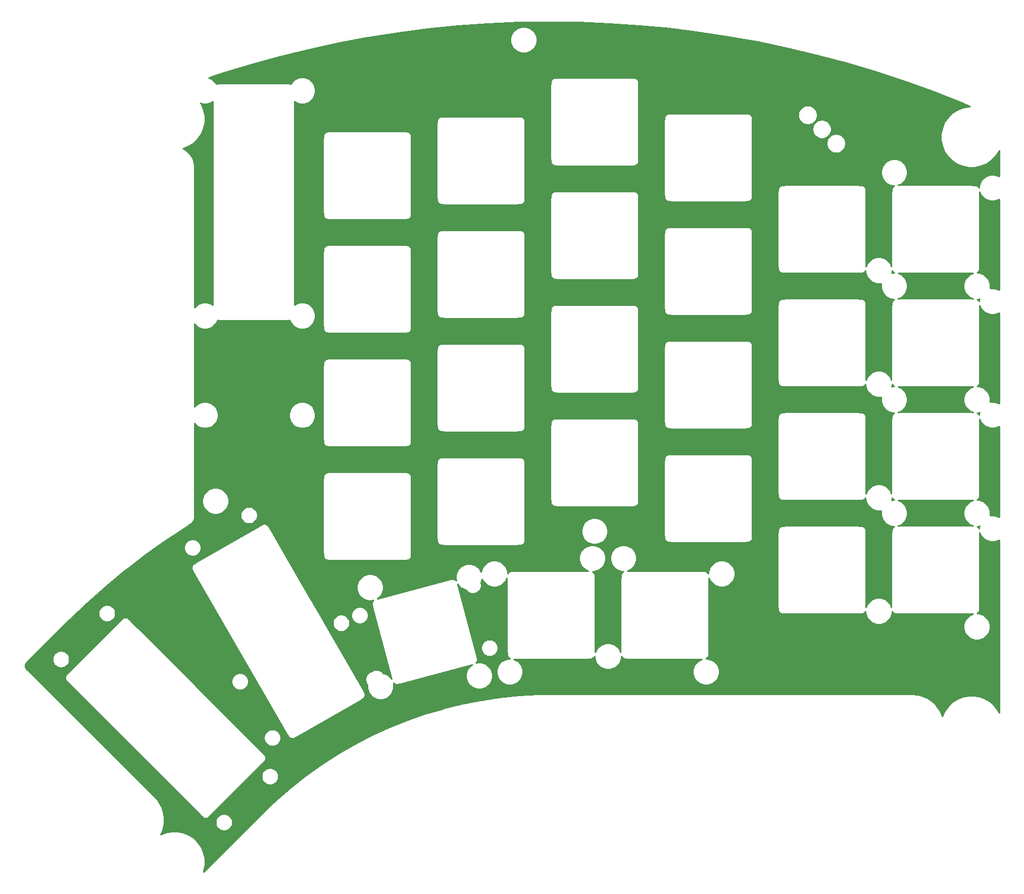
<source format=gtl>
%TF.GenerationSoftware,KiCad,Pcbnew,5.1.12-84ad8e8a86~92~ubuntu20.04.1*%
%TF.CreationDate,2021-11-16T23:53:40+01:00*%
%TF.ProjectId,LergoTopPlate_Alu,4c657267-6f54-46f7-9050-6c6174655f41,v1.A*%
%TF.SameCoordinates,Original*%
%TF.FileFunction,Copper,L1,Top*%
%TF.FilePolarity,Positive*%
%FSLAX46Y46*%
G04 Gerber Fmt 4.6, Leading zero omitted, Abs format (unit mm)*
G04 Created by KiCad (PCBNEW 5.1.12-84ad8e8a86~92~ubuntu20.04.1) date 2021-11-16 23:53:40*
%MOMM*%
%LPD*%
G01*
G04 APERTURE LIST*
%TA.AperFunction,NonConductor*%
%ADD10C,0.254000*%
%TD*%
%TA.AperFunction,NonConductor*%
%ADD11C,0.150000*%
%TD*%
G04 APERTURE END LIST*
D10*
X166420503Y-18711548D02*
X171480350Y-18912344D01*
X176532638Y-19254342D01*
X181573464Y-19737281D01*
X186598760Y-20360769D01*
X191604700Y-21124330D01*
X196587416Y-22027377D01*
X201542920Y-23069185D01*
X206467462Y-24248967D01*
X211357086Y-25565776D01*
X216208069Y-27018607D01*
X221016579Y-28606314D01*
X225778876Y-30327660D01*
X230491834Y-32181533D01*
X231961377Y-32801844D01*
X231715416Y-32801844D01*
X230724890Y-32998872D01*
X229791836Y-33385356D01*
X228952109Y-33946443D01*
X228237980Y-34660572D01*
X227676893Y-35500299D01*
X227290409Y-36433353D01*
X227093381Y-37423879D01*
X227093381Y-38433809D01*
X227290409Y-39424335D01*
X227676893Y-40357389D01*
X228237980Y-41197116D01*
X228952109Y-41911245D01*
X229791836Y-42472332D01*
X230724890Y-42858816D01*
X231715416Y-43055844D01*
X232725346Y-43055844D01*
X233715872Y-42858816D01*
X234648926Y-42472332D01*
X235488653Y-41911245D01*
X236202782Y-41197116D01*
X236763869Y-40357389D01*
X236843381Y-40165430D01*
X236843381Y-44545138D01*
X236779880Y-44502708D01*
X236374592Y-44334832D01*
X235944340Y-44249250D01*
X235505660Y-44249250D01*
X235075408Y-44334832D01*
X234670120Y-44502708D01*
X234305370Y-44746426D01*
X233995176Y-45056620D01*
X233751458Y-45421370D01*
X233583582Y-45826658D01*
X233498000Y-46256910D01*
X233498000Y-46460637D01*
X233492877Y-46448269D01*
X233402372Y-46312819D01*
X233287181Y-46197628D01*
X233151731Y-46107123D01*
X233001227Y-46044782D01*
X232841452Y-46013000D01*
X232678548Y-46013000D01*
X232631412Y-46022376D01*
X232600198Y-46015741D01*
X232594616Y-46015155D01*
X232439513Y-45999947D01*
X232419747Y-45998000D01*
X219980253Y-45998000D01*
X219967204Y-45999285D01*
X220331130Y-45848542D01*
X220695880Y-45604824D01*
X221006074Y-45294630D01*
X221249792Y-44929880D01*
X221417668Y-44524592D01*
X221503250Y-44094340D01*
X221503250Y-43655660D01*
X221417668Y-43225408D01*
X221249792Y-42820120D01*
X221006074Y-42455370D01*
X220695880Y-42145176D01*
X220331130Y-41901458D01*
X219925842Y-41733582D01*
X219495590Y-41648000D01*
X219056910Y-41648000D01*
X218626658Y-41733582D01*
X218221370Y-41901458D01*
X217856620Y-42145176D01*
X217546426Y-42455370D01*
X217302708Y-42820120D01*
X217134832Y-43225408D01*
X217049250Y-43655660D01*
X217049250Y-44094340D01*
X217134832Y-44524592D01*
X217302708Y-44929880D01*
X217546426Y-45294630D01*
X217856620Y-45604824D01*
X218221370Y-45848542D01*
X218626658Y-46016418D01*
X219056910Y-46102000D01*
X219260637Y-46102000D01*
X219248269Y-46107123D01*
X219112819Y-46197628D01*
X218997628Y-46312819D01*
X218907123Y-46448269D01*
X218844782Y-46598773D01*
X218813000Y-46758548D01*
X218813000Y-46921452D01*
X218822376Y-46968588D01*
X218815741Y-46999802D01*
X218815155Y-47005384D01*
X218799925Y-47160709D01*
X218798000Y-47180254D01*
X218798001Y-59619747D01*
X218799287Y-59632799D01*
X218648542Y-59268870D01*
X218404824Y-58904120D01*
X218094630Y-58593926D01*
X217729880Y-58350208D01*
X217324592Y-58182332D01*
X216894340Y-58096750D01*
X216455660Y-58096750D01*
X216025408Y-58182332D01*
X215620120Y-58350208D01*
X215255370Y-58593926D01*
X214945176Y-58904120D01*
X214701458Y-59268870D01*
X214550715Y-59632796D01*
X214552000Y-59619747D01*
X214552000Y-47180253D01*
X214550293Y-47162917D01*
X214550327Y-47157979D01*
X214549779Y-47152392D01*
X214533458Y-46997116D01*
X214527613Y-46968643D01*
X214537000Y-46921452D01*
X214537000Y-46758548D01*
X214505218Y-46598773D01*
X214442877Y-46448269D01*
X214352372Y-46312819D01*
X214237181Y-46197628D01*
X214101731Y-46107123D01*
X213951227Y-46044782D01*
X213791452Y-46013000D01*
X213628548Y-46013000D01*
X213581412Y-46022376D01*
X213550198Y-46015741D01*
X213544616Y-46015155D01*
X213389513Y-45999947D01*
X213369747Y-45998000D01*
X200930253Y-45998000D01*
X200912917Y-45999707D01*
X200907979Y-45999673D01*
X200902392Y-46000221D01*
X200747116Y-46016542D01*
X200718643Y-46022387D01*
X200671452Y-46013000D01*
X200508548Y-46013000D01*
X200348773Y-46044782D01*
X200198269Y-46107123D01*
X200062819Y-46197628D01*
X199947628Y-46312819D01*
X199857123Y-46448269D01*
X199794782Y-46598773D01*
X199763000Y-46758548D01*
X199763000Y-46921452D01*
X199772376Y-46968588D01*
X199765741Y-46999802D01*
X199765155Y-47005384D01*
X199749925Y-47160709D01*
X199748000Y-47180254D01*
X199748001Y-59619747D01*
X199749708Y-59637073D01*
X199749673Y-59642021D01*
X199750221Y-59647607D01*
X199766542Y-59802884D01*
X199772387Y-59831357D01*
X199763000Y-59878548D01*
X199763000Y-60041452D01*
X199794782Y-60201227D01*
X199857123Y-60351731D01*
X199947628Y-60487181D01*
X200062819Y-60602372D01*
X200198269Y-60692877D01*
X200348773Y-60755218D01*
X200508548Y-60787000D01*
X200671452Y-60787000D01*
X200718588Y-60777624D01*
X200749802Y-60784259D01*
X200755378Y-60784844D01*
X200755386Y-60784846D01*
X200755394Y-60784846D01*
X200910487Y-60800053D01*
X200930253Y-60802000D01*
X213369747Y-60802000D01*
X213387083Y-60800293D01*
X213392021Y-60800327D01*
X213397607Y-60799779D01*
X213552884Y-60783458D01*
X213581357Y-60777613D01*
X213628548Y-60787000D01*
X213791452Y-60787000D01*
X213951227Y-60755218D01*
X214101731Y-60692877D01*
X214237181Y-60602372D01*
X214352372Y-60487181D01*
X214442877Y-60351731D01*
X214448000Y-60339363D01*
X214448000Y-60543090D01*
X214533582Y-60973342D01*
X214701458Y-61378630D01*
X214945176Y-61743380D01*
X215255370Y-62053574D01*
X215620120Y-62297292D01*
X216025408Y-62465168D01*
X216455660Y-62550750D01*
X216894340Y-62550750D01*
X217087714Y-62512286D01*
X217049250Y-62705660D01*
X217049250Y-63144340D01*
X217134832Y-63574592D01*
X217302708Y-63979880D01*
X217546426Y-64344630D01*
X217856620Y-64654824D01*
X218221370Y-64898542D01*
X218626658Y-65066418D01*
X219056910Y-65152000D01*
X219260637Y-65152000D01*
X219248269Y-65157123D01*
X219112819Y-65247628D01*
X218997628Y-65362819D01*
X218907123Y-65498269D01*
X218844782Y-65648773D01*
X218813000Y-65808548D01*
X218813000Y-65971452D01*
X218822376Y-66018588D01*
X218815741Y-66049802D01*
X218815155Y-66055384D01*
X218799925Y-66210709D01*
X218798000Y-66230254D01*
X218798001Y-78669747D01*
X218799287Y-78682799D01*
X218648542Y-78318870D01*
X218404824Y-77954120D01*
X218094630Y-77643926D01*
X217729880Y-77400208D01*
X217324592Y-77232332D01*
X216894340Y-77146750D01*
X216455660Y-77146750D01*
X216025408Y-77232332D01*
X215620120Y-77400208D01*
X215255370Y-77643926D01*
X214945176Y-77954120D01*
X214701458Y-78318870D01*
X214550715Y-78682796D01*
X214552000Y-78669747D01*
X214552000Y-66230253D01*
X214550293Y-66212917D01*
X214550327Y-66207979D01*
X214549779Y-66202392D01*
X214533458Y-66047116D01*
X214527613Y-66018643D01*
X214537000Y-65971452D01*
X214537000Y-65808548D01*
X214505218Y-65648773D01*
X214442877Y-65498269D01*
X214352372Y-65362819D01*
X214237181Y-65247628D01*
X214101731Y-65157123D01*
X213951227Y-65094782D01*
X213791452Y-65063000D01*
X213628548Y-65063000D01*
X213581412Y-65072376D01*
X213550198Y-65065741D01*
X213544616Y-65065155D01*
X213389513Y-65049947D01*
X213369747Y-65048000D01*
X200930253Y-65048000D01*
X200912917Y-65049707D01*
X200907979Y-65049673D01*
X200902392Y-65050221D01*
X200747116Y-65066542D01*
X200718643Y-65072387D01*
X200671452Y-65063000D01*
X200508548Y-65063000D01*
X200348773Y-65094782D01*
X200198269Y-65157123D01*
X200062819Y-65247628D01*
X199947628Y-65362819D01*
X199857123Y-65498269D01*
X199794782Y-65648773D01*
X199763000Y-65808548D01*
X199763000Y-65971452D01*
X199772376Y-66018588D01*
X199765741Y-66049802D01*
X199765155Y-66055384D01*
X199749925Y-66210709D01*
X199748000Y-66230254D01*
X199748001Y-78669747D01*
X199749708Y-78687073D01*
X199749673Y-78692021D01*
X199750221Y-78697607D01*
X199766542Y-78852884D01*
X199772387Y-78881357D01*
X199763000Y-78928548D01*
X199763000Y-79091452D01*
X199794782Y-79251227D01*
X199857123Y-79401731D01*
X199947628Y-79537181D01*
X200062819Y-79652372D01*
X200198269Y-79742877D01*
X200348773Y-79805218D01*
X200508548Y-79837000D01*
X200671452Y-79837000D01*
X200718588Y-79827624D01*
X200749802Y-79834259D01*
X200755378Y-79834844D01*
X200755386Y-79834846D01*
X200755394Y-79834846D01*
X200910487Y-79850053D01*
X200930253Y-79852000D01*
X213369747Y-79852000D01*
X213387083Y-79850293D01*
X213392021Y-79850327D01*
X213397607Y-79849779D01*
X213552884Y-79833458D01*
X213581357Y-79827613D01*
X213628548Y-79837000D01*
X213791452Y-79837000D01*
X213951227Y-79805218D01*
X214101731Y-79742877D01*
X214237181Y-79652372D01*
X214352372Y-79537181D01*
X214442877Y-79401731D01*
X214448000Y-79389363D01*
X214448000Y-79593090D01*
X214533582Y-80023342D01*
X214701458Y-80428630D01*
X214945176Y-80793380D01*
X215255370Y-81103574D01*
X215620120Y-81347292D01*
X216025408Y-81515168D01*
X216455660Y-81600750D01*
X216894340Y-81600750D01*
X217087714Y-81562286D01*
X217049250Y-81755660D01*
X217049250Y-82194340D01*
X217134832Y-82624592D01*
X217302708Y-83029880D01*
X217546426Y-83394630D01*
X217856620Y-83704824D01*
X218221370Y-83948542D01*
X218626658Y-84116418D01*
X219056910Y-84202000D01*
X219260637Y-84202000D01*
X219248269Y-84207123D01*
X219112819Y-84297628D01*
X218997628Y-84412819D01*
X218907123Y-84548269D01*
X218844782Y-84698773D01*
X218813000Y-84858548D01*
X218813000Y-85021452D01*
X218822376Y-85068588D01*
X218815741Y-85099802D01*
X218815155Y-85105384D01*
X218799925Y-85260709D01*
X218798000Y-85280254D01*
X218798001Y-97719747D01*
X218799287Y-97732799D01*
X218648542Y-97368870D01*
X218404824Y-97004120D01*
X218094630Y-96693926D01*
X217729880Y-96450208D01*
X217324592Y-96282332D01*
X216894340Y-96196750D01*
X216455660Y-96196750D01*
X216025408Y-96282332D01*
X215620120Y-96450208D01*
X215255370Y-96693926D01*
X214945176Y-97004120D01*
X214701458Y-97368870D01*
X214550715Y-97732796D01*
X214552000Y-97719747D01*
X214552000Y-85280253D01*
X214550293Y-85262917D01*
X214550327Y-85257979D01*
X214549779Y-85252392D01*
X214533458Y-85097116D01*
X214527613Y-85068643D01*
X214537000Y-85021452D01*
X214537000Y-84858548D01*
X214505218Y-84698773D01*
X214442877Y-84548269D01*
X214352372Y-84412819D01*
X214237181Y-84297628D01*
X214101731Y-84207123D01*
X213951227Y-84144782D01*
X213791452Y-84113000D01*
X213628548Y-84113000D01*
X213581412Y-84122376D01*
X213550198Y-84115741D01*
X213544616Y-84115155D01*
X213389513Y-84099947D01*
X213369747Y-84098000D01*
X200930253Y-84098000D01*
X200912917Y-84099707D01*
X200907979Y-84099673D01*
X200902392Y-84100221D01*
X200747116Y-84116542D01*
X200718643Y-84122387D01*
X200671452Y-84113000D01*
X200508548Y-84113000D01*
X200348773Y-84144782D01*
X200198269Y-84207123D01*
X200062819Y-84297628D01*
X199947628Y-84412819D01*
X199857123Y-84548269D01*
X199794782Y-84698773D01*
X199763000Y-84858548D01*
X199763000Y-85021452D01*
X199772376Y-85068588D01*
X199765741Y-85099802D01*
X199765155Y-85105384D01*
X199749925Y-85260709D01*
X199748000Y-85280254D01*
X199748001Y-97719747D01*
X199749708Y-97737073D01*
X199749673Y-97742021D01*
X199750221Y-97747607D01*
X199766542Y-97902884D01*
X199772387Y-97931357D01*
X199763000Y-97978548D01*
X199763000Y-98141452D01*
X199794782Y-98301227D01*
X199857123Y-98451731D01*
X199947628Y-98587181D01*
X200062819Y-98702372D01*
X200198269Y-98792877D01*
X200348773Y-98855218D01*
X200508548Y-98887000D01*
X200671452Y-98887000D01*
X200718588Y-98877624D01*
X200749802Y-98884259D01*
X200755378Y-98884844D01*
X200755386Y-98884846D01*
X200755394Y-98884846D01*
X200910487Y-98900053D01*
X200930253Y-98902000D01*
X213369747Y-98902000D01*
X213387083Y-98900293D01*
X213392021Y-98900327D01*
X213397607Y-98899779D01*
X213552884Y-98883458D01*
X213581357Y-98877613D01*
X213628548Y-98887000D01*
X213791452Y-98887000D01*
X213951227Y-98855218D01*
X214101731Y-98792877D01*
X214237181Y-98702372D01*
X214352372Y-98587181D01*
X214442877Y-98451731D01*
X214448000Y-98439363D01*
X214448000Y-98643090D01*
X214533582Y-99073342D01*
X214701458Y-99478630D01*
X214945176Y-99843380D01*
X215255370Y-100153574D01*
X215620120Y-100397292D01*
X216025408Y-100565168D01*
X216455660Y-100650750D01*
X216894340Y-100650750D01*
X217087714Y-100612286D01*
X217049250Y-100805660D01*
X217049250Y-101244340D01*
X217134832Y-101674592D01*
X217302708Y-102079880D01*
X217546426Y-102444630D01*
X217856620Y-102754824D01*
X218221370Y-102998542D01*
X218626658Y-103166418D01*
X219056910Y-103252000D01*
X219260637Y-103252000D01*
X219248269Y-103257123D01*
X219112819Y-103347628D01*
X218997628Y-103462819D01*
X218907123Y-103598269D01*
X218844782Y-103748773D01*
X218813000Y-103908548D01*
X218813000Y-104071452D01*
X218822376Y-104118588D01*
X218815741Y-104149802D01*
X218815155Y-104155384D01*
X218799925Y-104310709D01*
X218798000Y-104330254D01*
X218798001Y-116769747D01*
X218799287Y-116782799D01*
X218648542Y-116418870D01*
X218404824Y-116054120D01*
X218094630Y-115743926D01*
X217729880Y-115500208D01*
X217324592Y-115332332D01*
X216894340Y-115246750D01*
X216455660Y-115246750D01*
X216025408Y-115332332D01*
X215620120Y-115500208D01*
X215255370Y-115743926D01*
X214945176Y-116054120D01*
X214701458Y-116418870D01*
X214550715Y-116782796D01*
X214552000Y-116769747D01*
X214552000Y-104330253D01*
X214550293Y-104312917D01*
X214550327Y-104307979D01*
X214549779Y-104302392D01*
X214533458Y-104147116D01*
X214527613Y-104118643D01*
X214537000Y-104071452D01*
X214537000Y-103908548D01*
X214505218Y-103748773D01*
X214442877Y-103598269D01*
X214352372Y-103462819D01*
X214237181Y-103347628D01*
X214101731Y-103257123D01*
X213951227Y-103194782D01*
X213791452Y-103163000D01*
X213628548Y-103163000D01*
X213581412Y-103172376D01*
X213550198Y-103165741D01*
X213544616Y-103165155D01*
X213389513Y-103149947D01*
X213369747Y-103148000D01*
X200930253Y-103148000D01*
X200912917Y-103149707D01*
X200907979Y-103149673D01*
X200902392Y-103150221D01*
X200747116Y-103166542D01*
X200718643Y-103172387D01*
X200671452Y-103163000D01*
X200508548Y-103163000D01*
X200348773Y-103194782D01*
X200198269Y-103257123D01*
X200062819Y-103347628D01*
X199947628Y-103462819D01*
X199857123Y-103598269D01*
X199794782Y-103748773D01*
X199763000Y-103908548D01*
X199763000Y-104071452D01*
X199772376Y-104118588D01*
X199765741Y-104149802D01*
X199765155Y-104155384D01*
X199749925Y-104310709D01*
X199748000Y-104330254D01*
X199748001Y-116769747D01*
X199749708Y-116787073D01*
X199749673Y-116792021D01*
X199750221Y-116797607D01*
X199766542Y-116952884D01*
X199772387Y-116981357D01*
X199763000Y-117028548D01*
X199763000Y-117191452D01*
X199794782Y-117351227D01*
X199857123Y-117501731D01*
X199947628Y-117637181D01*
X200062819Y-117752372D01*
X200198269Y-117842877D01*
X200348773Y-117905218D01*
X200508548Y-117937000D01*
X200671452Y-117937000D01*
X200718588Y-117927624D01*
X200749802Y-117934259D01*
X200755378Y-117934844D01*
X200755386Y-117934846D01*
X200755394Y-117934846D01*
X200910487Y-117950053D01*
X200930253Y-117952000D01*
X213369747Y-117952000D01*
X213387083Y-117950293D01*
X213392021Y-117950327D01*
X213397607Y-117949779D01*
X213552884Y-117933458D01*
X213581357Y-117927613D01*
X213628548Y-117937000D01*
X213791452Y-117937000D01*
X213951227Y-117905218D01*
X214101731Y-117842877D01*
X214237181Y-117752372D01*
X214352372Y-117637181D01*
X214442877Y-117501731D01*
X214448000Y-117489363D01*
X214448000Y-117693090D01*
X214533582Y-118123342D01*
X214701458Y-118528630D01*
X214945176Y-118893380D01*
X215255370Y-119203574D01*
X215620120Y-119447292D01*
X216025408Y-119615168D01*
X216455660Y-119700750D01*
X216894340Y-119700750D01*
X217324592Y-119615168D01*
X217729880Y-119447292D01*
X218094630Y-119203574D01*
X218404824Y-118893380D01*
X218648542Y-118528630D01*
X218816418Y-118123342D01*
X218902000Y-117693090D01*
X218902000Y-117489363D01*
X218907123Y-117501731D01*
X218997628Y-117637181D01*
X219112819Y-117752372D01*
X219248269Y-117842877D01*
X219398773Y-117905218D01*
X219558548Y-117937000D01*
X219721452Y-117937000D01*
X219768588Y-117927624D01*
X219799802Y-117934259D01*
X219805378Y-117934844D01*
X219805386Y-117934846D01*
X219805394Y-117934846D01*
X219960487Y-117950053D01*
X219980253Y-117952000D01*
X232419747Y-117952000D01*
X232432796Y-117950715D01*
X232068870Y-118101458D01*
X231704120Y-118345176D01*
X231393926Y-118655370D01*
X231150208Y-119020120D01*
X230982332Y-119425408D01*
X230896750Y-119855660D01*
X230896750Y-120294340D01*
X230982332Y-120724592D01*
X231150208Y-121129880D01*
X231393926Y-121494630D01*
X231704120Y-121804824D01*
X232068870Y-122048542D01*
X232474158Y-122216418D01*
X232904410Y-122302000D01*
X233343090Y-122302000D01*
X233773342Y-122216418D01*
X234178630Y-122048542D01*
X234543380Y-121804824D01*
X234853574Y-121494630D01*
X235097292Y-121129880D01*
X235265168Y-120724592D01*
X235350750Y-120294340D01*
X235350750Y-119855660D01*
X235265168Y-119425408D01*
X235097292Y-119020120D01*
X234853574Y-118655370D01*
X234543380Y-118345176D01*
X234178630Y-118101458D01*
X233773342Y-117933582D01*
X233343090Y-117848000D01*
X233139363Y-117848000D01*
X233151731Y-117842877D01*
X233287181Y-117752372D01*
X233402372Y-117637181D01*
X233492877Y-117501731D01*
X233555218Y-117351227D01*
X233587000Y-117191452D01*
X233587000Y-117028548D01*
X233577624Y-116981412D01*
X233584259Y-116950198D01*
X233584844Y-116944622D01*
X233584846Y-116944614D01*
X233584846Y-116944606D01*
X233600081Y-116789229D01*
X233602000Y-116769747D01*
X233602000Y-104330253D01*
X233600715Y-104317204D01*
X233751458Y-104681130D01*
X233995176Y-105045880D01*
X234305370Y-105356074D01*
X234670120Y-105599792D01*
X235075408Y-105767668D01*
X235505660Y-105853250D01*
X235944340Y-105853250D01*
X236374592Y-105767668D01*
X236779880Y-105599792D01*
X236843382Y-105557362D01*
X236843382Y-134503416D01*
X236763869Y-134311455D01*
X236202782Y-133471728D01*
X235488653Y-132757599D01*
X234648926Y-132196512D01*
X233715872Y-131810028D01*
X232725346Y-131613000D01*
X231715416Y-131613000D01*
X230724890Y-131810028D01*
X229791836Y-132196512D01*
X228952109Y-132757599D01*
X228237980Y-133471728D01*
X227676893Y-134311455D01*
X227341287Y-135121678D01*
X227325806Y-135057194D01*
X227322024Y-135045955D01*
X227319557Y-135034349D01*
X227304428Y-134993668D01*
X226947119Y-134179697D01*
X226941404Y-134169301D01*
X226936923Y-134158321D01*
X226914829Y-134120962D01*
X226419026Y-133383128D01*
X226411560Y-133373909D01*
X226405205Y-133363894D01*
X226376845Y-133331039D01*
X225758218Y-132692666D01*
X225749242Y-132684918D01*
X225741210Y-132676183D01*
X225707479Y-132648869D01*
X224985583Y-132130135D01*
X224975379Y-132124100D01*
X224965925Y-132116924D01*
X224927891Y-132096015D01*
X224125544Y-131713315D01*
X224114427Y-131709181D01*
X224103857Y-131703795D01*
X224062721Y-131689952D01*
X223205285Y-131455384D01*
X223193616Y-131453284D01*
X223182255Y-131449854D01*
X223139318Y-131443514D01*
X222255611Y-131364646D01*
X222238877Y-131362999D01*
X161741840Y-131366602D01*
X161738903Y-131366891D01*
X159610675Y-131400324D01*
X159609200Y-131400382D01*
X159607715Y-131400382D01*
X159595881Y-131400847D01*
X156384832Y-131577562D01*
X156381909Y-131577792D01*
X156378922Y-131577933D01*
X156367123Y-131578955D01*
X153167963Y-131906734D01*
X153165024Y-131907105D01*
X153162077Y-131907384D01*
X153150338Y-131908961D01*
X149970170Y-132387078D01*
X149967261Y-132387586D01*
X149964322Y-132388004D01*
X149952671Y-132390132D01*
X146798556Y-133017525D01*
X146795670Y-133018170D01*
X146792757Y-133018726D01*
X146781219Y-133021400D01*
X143660160Y-133796675D01*
X143657300Y-133797457D01*
X143654424Y-133798148D01*
X143643025Y-133801362D01*
X140561951Y-134722800D01*
X140559133Y-134723715D01*
X140556292Y-134724541D01*
X140545057Y-134728289D01*
X137510809Y-135793841D01*
X137508040Y-135794887D01*
X137505237Y-135795847D01*
X137494191Y-135800120D01*
X134513505Y-137007422D01*
X134510791Y-137008596D01*
X134508034Y-137009688D01*
X134497202Y-137014477D01*
X131576698Y-138360848D01*
X131574051Y-138362145D01*
X131571340Y-138363369D01*
X131560746Y-138368663D01*
X128706906Y-139851114D01*
X128704318Y-139852537D01*
X128701672Y-139853885D01*
X128691339Y-139859672D01*
X125910500Y-141474912D01*
X125907966Y-141476465D01*
X125905403Y-141477927D01*
X125895353Y-141484194D01*
X123193690Y-143228636D01*
X123191255Y-143230291D01*
X123188740Y-143231887D01*
X123178997Y-143238621D01*
X120562507Y-145108392D01*
X120560157Y-145110157D01*
X120557716Y-145111872D01*
X120548301Y-145119058D01*
X118022796Y-147110007D01*
X118020528Y-147111883D01*
X118018174Y-147113709D01*
X118009108Y-147121330D01*
X115580191Y-149229037D01*
X115578005Y-149231026D01*
X115575749Y-149232953D01*
X115567052Y-149240992D01*
X113250259Y-151451102D01*
X113246794Y-151453947D01*
X103489872Y-161215347D01*
X103568871Y-161024628D01*
X103765899Y-160034102D01*
X103765899Y-159024172D01*
X103568871Y-158033646D01*
X103182387Y-157100592D01*
X102621300Y-156260865D01*
X101907171Y-155546736D01*
X101067444Y-154985649D01*
X100134390Y-154599165D01*
X99143864Y-154402137D01*
X98133934Y-154402137D01*
X97143408Y-154599165D01*
X96333185Y-154934771D01*
X96367835Y-154878227D01*
X96373107Y-154867607D01*
X96379570Y-154857655D01*
X96397638Y-154818191D01*
X96720548Y-153989971D01*
X96723858Y-153978578D01*
X96728454Y-153967645D01*
X96739239Y-153925636D01*
X96739248Y-153925606D01*
X96739249Y-153925595D01*
X96910388Y-153053291D01*
X96911628Y-153041499D01*
X96914216Y-153029919D01*
X96917392Y-152986661D01*
X96917395Y-152986632D01*
X96917394Y-152986621D01*
X96921180Y-152745599D01*
X105518463Y-152745599D01*
X105518463Y-153026693D01*
X105573301Y-153302387D01*
X105680872Y-153562084D01*
X105837039Y-153795806D01*
X106035803Y-153994570D01*
X106269525Y-154150737D01*
X106529222Y-154258308D01*
X106804916Y-154313146D01*
X107086010Y-154313146D01*
X107361704Y-154258308D01*
X107621401Y-154150737D01*
X107855123Y-153994570D01*
X108053887Y-153795806D01*
X108210054Y-153562084D01*
X108317625Y-153302387D01*
X108372463Y-153026693D01*
X108372463Y-152745599D01*
X108317625Y-152469905D01*
X108210054Y-152210208D01*
X108053887Y-151976486D01*
X107855123Y-151777722D01*
X107621401Y-151621555D01*
X107361704Y-151513984D01*
X107086010Y-151459146D01*
X106804916Y-151459146D01*
X106529222Y-151513984D01*
X106269525Y-151621555D01*
X106035803Y-151777722D01*
X105837039Y-151976486D01*
X105680872Y-152210208D01*
X105573301Y-152469905D01*
X105518463Y-152745599D01*
X96921180Y-152745599D01*
X96931357Y-152097799D01*
X96930489Y-152085975D01*
X96930986Y-152074119D01*
X96926449Y-152030954D01*
X96782792Y-151153695D01*
X96779841Y-151142203D01*
X96778232Y-151130454D01*
X96766123Y-151088775D01*
X96469388Y-150250820D01*
X96464451Y-150240037D01*
X96460785Y-150228753D01*
X96441486Y-150189877D01*
X96001051Y-149417713D01*
X95994284Y-149407977D01*
X95988677Y-149397519D01*
X95962809Y-149362690D01*
X95962798Y-149362674D01*
X95962793Y-149362669D01*
X95393694Y-148682034D01*
X95383038Y-148669050D01*
X75261991Y-128548003D01*
X80295980Y-128548003D01*
X80295980Y-128710907D01*
X80327762Y-128870682D01*
X80390103Y-129021186D01*
X80480608Y-129156636D01*
X80595799Y-129271827D01*
X80635756Y-129298525D01*
X80653137Y-129325291D01*
X80656668Y-129329651D01*
X80656671Y-129329655D01*
X80656675Y-129329659D01*
X80755772Y-129450303D01*
X80755785Y-129450316D01*
X80768191Y-129465433D01*
X91915372Y-140612614D01*
X91915378Y-140612619D01*
X103034626Y-151731869D01*
X103048103Y-151742929D01*
X103051558Y-151746433D01*
X103055896Y-151749996D01*
X103177233Y-151848254D01*
X103201503Y-151864257D01*
X103228233Y-151904261D01*
X103343424Y-152019452D01*
X103478874Y-152109957D01*
X103629378Y-152172298D01*
X103789153Y-152204080D01*
X103952057Y-152204080D01*
X104111832Y-152172298D01*
X104262336Y-152109957D01*
X104397786Y-152019452D01*
X104512977Y-151904261D01*
X104539676Y-151864303D01*
X104566441Y-151846922D01*
X104570801Y-151843391D01*
X104570805Y-151843388D01*
X104570809Y-151843384D01*
X104691453Y-151744287D01*
X104691456Y-151744284D01*
X104706584Y-151731869D01*
X111400318Y-145038135D01*
X113225927Y-145038135D01*
X113225927Y-145319229D01*
X113280765Y-145594923D01*
X113388336Y-145854620D01*
X113544503Y-146088342D01*
X113743267Y-146287106D01*
X113976989Y-146443273D01*
X114236686Y-146550844D01*
X114512380Y-146605682D01*
X114793474Y-146605682D01*
X115069168Y-146550844D01*
X115328865Y-146443273D01*
X115562587Y-146287106D01*
X115761351Y-146088342D01*
X115917518Y-145854620D01*
X116025089Y-145594923D01*
X116079927Y-145319229D01*
X116079927Y-145038135D01*
X116025089Y-144762441D01*
X115917518Y-144502744D01*
X115761351Y-144269022D01*
X115562587Y-144070258D01*
X115328865Y-143914091D01*
X115069168Y-143806520D01*
X114793474Y-143751682D01*
X114512380Y-143751682D01*
X114236686Y-143806520D01*
X113976989Y-143914091D01*
X113743267Y-144070258D01*
X113544503Y-144269022D01*
X113388336Y-144502744D01*
X113280765Y-144762441D01*
X113225927Y-145038135D01*
X111400318Y-145038135D01*
X113502635Y-142935819D01*
X113513695Y-142922342D01*
X113517199Y-142918887D01*
X113520762Y-142914549D01*
X113619020Y-142793212D01*
X113635024Y-142768940D01*
X113675027Y-142742211D01*
X113790218Y-142627020D01*
X113880723Y-142491570D01*
X113943064Y-142341066D01*
X113974846Y-142181291D01*
X113974846Y-142018387D01*
X113943064Y-141858612D01*
X113880723Y-141708108D01*
X113790218Y-141572658D01*
X113675027Y-141457467D01*
X113635071Y-141430769D01*
X113617689Y-141404003D01*
X113614156Y-141399641D01*
X113515054Y-141278992D01*
X113515052Y-141278990D01*
X113502635Y-141263860D01*
X110810167Y-138571392D01*
X113636333Y-138571392D01*
X113636333Y-138852486D01*
X113691171Y-139128180D01*
X113798742Y-139387877D01*
X113954909Y-139621599D01*
X114153673Y-139820363D01*
X114387395Y-139976530D01*
X114647092Y-140084101D01*
X114922786Y-140138939D01*
X115203880Y-140138939D01*
X115479574Y-140084101D01*
X115739271Y-139976530D01*
X115972993Y-139820363D01*
X116171757Y-139621599D01*
X116327924Y-139387877D01*
X116435495Y-139128180D01*
X116490333Y-138852486D01*
X116490333Y-138571392D01*
X116435495Y-138295698D01*
X116327924Y-138036001D01*
X116171757Y-137802279D01*
X115972993Y-137603515D01*
X115739271Y-137447348D01*
X115479574Y-137339777D01*
X115203880Y-137284939D01*
X114922786Y-137284939D01*
X114647092Y-137339777D01*
X114387395Y-137447348D01*
X114153673Y-137603515D01*
X113954909Y-137802279D01*
X113798742Y-138036001D01*
X113691171Y-138295698D01*
X113636333Y-138571392D01*
X110810167Y-138571392D01*
X102383385Y-130144612D01*
X102383380Y-130144606D01*
X101370490Y-129131716D01*
X108186333Y-129131716D01*
X108186333Y-129412810D01*
X108241171Y-129688504D01*
X108348742Y-129948201D01*
X108504909Y-130181923D01*
X108703673Y-130380687D01*
X108937395Y-130536854D01*
X109197092Y-130644425D01*
X109472786Y-130699263D01*
X109753880Y-130699263D01*
X110029574Y-130644425D01*
X110289271Y-130536854D01*
X110522993Y-130380687D01*
X110721757Y-130181923D01*
X110877924Y-129948201D01*
X110985495Y-129688504D01*
X111040333Y-129412810D01*
X111040333Y-129131716D01*
X110985495Y-128856022D01*
X110877924Y-128596325D01*
X110721757Y-128362603D01*
X110522993Y-128163839D01*
X110289271Y-128007672D01*
X110029574Y-127900101D01*
X109753880Y-127845263D01*
X109472786Y-127845263D01*
X109197092Y-127900101D01*
X108937395Y-128007672D01*
X108703673Y-128163839D01*
X108504909Y-128362603D01*
X108348742Y-128596325D01*
X108241171Y-128856022D01*
X108186333Y-129131716D01*
X101370490Y-129131716D01*
X91236199Y-118997425D01*
X91222734Y-118986375D01*
X91219268Y-118982860D01*
X91214930Y-118979298D01*
X91093592Y-118881040D01*
X91069323Y-118865038D01*
X91042593Y-118825033D01*
X90927402Y-118709842D01*
X90791952Y-118619337D01*
X90641448Y-118556996D01*
X90481673Y-118525214D01*
X90318769Y-118525214D01*
X90158994Y-118556996D01*
X90008490Y-118619337D01*
X89873040Y-118709842D01*
X89757849Y-118825033D01*
X89731150Y-118864991D01*
X89704385Y-118882372D01*
X89700023Y-118885905D01*
X89581988Y-118982860D01*
X89564241Y-118997425D01*
X80768191Y-127793476D01*
X80757141Y-127806941D01*
X80753626Y-127810407D01*
X80750064Y-127814745D01*
X80651806Y-127936083D01*
X80635802Y-127960354D01*
X80595799Y-127987083D01*
X80480608Y-128102274D01*
X80390103Y-128237724D01*
X80327762Y-128388228D01*
X80295980Y-128548003D01*
X75261991Y-128548003D01*
X73847175Y-127133187D01*
X73827296Y-127102576D01*
X73823896Y-127098377D01*
X73724105Y-126976891D01*
X73667740Y-126871771D01*
X73632869Y-126757711D01*
X73620814Y-126639041D01*
X73632039Y-126520299D01*
X73666113Y-126405998D01*
X73721743Y-126300487D01*
X73820684Y-126178305D01*
X73827025Y-126168689D01*
X73847200Y-126143949D01*
X73850990Y-126136820D01*
X74571887Y-125415923D01*
X78188787Y-125415923D01*
X78188787Y-125697017D01*
X78243625Y-125972711D01*
X78351196Y-126232408D01*
X78507363Y-126466130D01*
X78706127Y-126664894D01*
X78939849Y-126821061D01*
X79199546Y-126928632D01*
X79475240Y-126983470D01*
X79756334Y-126983470D01*
X80032028Y-126928632D01*
X80291725Y-126821061D01*
X80525447Y-126664894D01*
X80724211Y-126466130D01*
X80880378Y-126232408D01*
X80987949Y-125972711D01*
X81042787Y-125697017D01*
X81042787Y-125415923D01*
X80987949Y-125140229D01*
X80880378Y-124880532D01*
X80724211Y-124646810D01*
X80525447Y-124448046D01*
X80291725Y-124291879D01*
X80032028Y-124184308D01*
X79756334Y-124129470D01*
X79475240Y-124129470D01*
X79199546Y-124184308D01*
X78939849Y-124291879D01*
X78706127Y-124448046D01*
X78507363Y-124646810D01*
X78351196Y-124880532D01*
X78243625Y-125140229D01*
X78188787Y-125415923D01*
X74571887Y-125415923D01*
X80876849Y-119110962D01*
X82331793Y-117708459D01*
X85896251Y-117708459D01*
X85896251Y-117989553D01*
X85951089Y-118265247D01*
X86058660Y-118524944D01*
X86214827Y-118758666D01*
X86413591Y-118957430D01*
X86647313Y-119113597D01*
X86907010Y-119221168D01*
X87182704Y-119276006D01*
X87463798Y-119276006D01*
X87739492Y-119221168D01*
X87999189Y-119113597D01*
X88232911Y-118957430D01*
X88431675Y-118758666D01*
X88587842Y-118524944D01*
X88695413Y-118265247D01*
X88750251Y-117989553D01*
X88750251Y-117708459D01*
X88695413Y-117432765D01*
X88587842Y-117173068D01*
X88431675Y-116939346D01*
X88232911Y-116740582D01*
X87999189Y-116584415D01*
X87739492Y-116476844D01*
X87463798Y-116422006D01*
X87182704Y-116422006D01*
X86907010Y-116476844D01*
X86647313Y-116584415D01*
X86413591Y-116740582D01*
X86214827Y-116939346D01*
X86058660Y-117173068D01*
X85951089Y-117432765D01*
X85896251Y-117708459D01*
X82331793Y-117708459D01*
X83897581Y-116199108D01*
X87020414Y-113402204D01*
X90243640Y-110721611D01*
X91040739Y-110106684D01*
X101507218Y-110106684D01*
X101507218Y-110269588D01*
X101539000Y-110429363D01*
X101601341Y-110579867D01*
X101691846Y-110715317D01*
X101693119Y-110716590D01*
X101700289Y-110738657D01*
X101702572Y-110743785D01*
X101767071Y-110885973D01*
X101767080Y-110885988D01*
X101775152Y-110903804D01*
X109657398Y-124556256D01*
X109657404Y-124556264D01*
X117519898Y-138174505D01*
X117530047Y-138188667D01*
X117532484Y-138192958D01*
X117535752Y-138197522D01*
X117627525Y-138323836D01*
X117647655Y-138346509D01*
X117686341Y-138439905D01*
X117776846Y-138575355D01*
X117892037Y-138690546D01*
X118027487Y-138781051D01*
X118177991Y-138843392D01*
X118337766Y-138875174D01*
X118500670Y-138875174D01*
X118660445Y-138843392D01*
X118810949Y-138781051D01*
X118946399Y-138690546D01*
X118947675Y-138689270D01*
X118969740Y-138682101D01*
X118974868Y-138679818D01*
X119117055Y-138615319D01*
X119117058Y-138615317D01*
X119134885Y-138607240D01*
X129907804Y-132387494D01*
X129921966Y-132377345D01*
X129926257Y-132374908D01*
X129930821Y-132371640D01*
X130057135Y-132279867D01*
X130079809Y-132259736D01*
X130173203Y-132221051D01*
X130308653Y-132130546D01*
X130423844Y-132015355D01*
X130514349Y-131879905D01*
X130576690Y-131729401D01*
X130608472Y-131569626D01*
X130608472Y-131406722D01*
X130576690Y-131246947D01*
X130514349Y-131096443D01*
X130423844Y-130960993D01*
X130422571Y-130959720D01*
X130415401Y-130937652D01*
X130413118Y-130932525D01*
X130348619Y-130790337D01*
X130348612Y-130790326D01*
X130340538Y-130772505D01*
X123735195Y-119331716D01*
X125160431Y-119331716D01*
X125160431Y-119612810D01*
X125215269Y-119888504D01*
X125322840Y-120148201D01*
X125479007Y-120381923D01*
X125677771Y-120580687D01*
X125911493Y-120736854D01*
X126171190Y-120844425D01*
X126446884Y-120899263D01*
X126727978Y-120899263D01*
X127003672Y-120844425D01*
X127263369Y-120736854D01*
X127497091Y-120580687D01*
X127695855Y-120381923D01*
X127852022Y-120148201D01*
X127959593Y-119888504D01*
X128014431Y-119612810D01*
X128014431Y-119331716D01*
X127959593Y-119056022D01*
X127852022Y-118796325D01*
X127695855Y-118562603D01*
X127497091Y-118363839D01*
X127263369Y-118207672D01*
X127003672Y-118100101D01*
X126727978Y-118045263D01*
X126446884Y-118045263D01*
X126171190Y-118100101D01*
X125911493Y-118207672D01*
X125677771Y-118363839D01*
X125479007Y-118562603D01*
X125322840Y-118796325D01*
X125215269Y-119056022D01*
X125160431Y-119331716D01*
X123735195Y-119331716D01*
X122992215Y-118044837D01*
X128267229Y-118044837D01*
X128267229Y-118325931D01*
X128322067Y-118601625D01*
X128429638Y-118861322D01*
X128585805Y-119095044D01*
X128784569Y-119293808D01*
X129018291Y-119449975D01*
X129277988Y-119557546D01*
X129553682Y-119612384D01*
X129834776Y-119612384D01*
X130110470Y-119557546D01*
X130370167Y-119449975D01*
X130603889Y-119293808D01*
X130802653Y-119095044D01*
X130958820Y-118861322D01*
X131066391Y-118601625D01*
X131121229Y-118325931D01*
X131121229Y-118044837D01*
X131066391Y-117769143D01*
X130958820Y-117509446D01*
X130802653Y-117275724D01*
X130603889Y-117076960D01*
X130370167Y-116920793D01*
X130110470Y-116813222D01*
X129834776Y-116758384D01*
X129553682Y-116758384D01*
X129277988Y-116813222D01*
X129018291Y-116920793D01*
X128784569Y-117076960D01*
X128585805Y-117275724D01*
X128429638Y-117509446D01*
X128322067Y-117769143D01*
X128267229Y-118044837D01*
X122992215Y-118044837D01*
X122477858Y-117153945D01*
X120242514Y-113282215D01*
X129194920Y-113282215D01*
X129194920Y-113720895D01*
X129280502Y-114151147D01*
X129448378Y-114556435D01*
X129692096Y-114921185D01*
X130002290Y-115231379D01*
X130367040Y-115475097D01*
X130772328Y-115642973D01*
X131202580Y-115728555D01*
X131641260Y-115728555D01*
X131981654Y-115660847D01*
X131898302Y-115744199D01*
X131807797Y-115879649D01*
X131745456Y-116030153D01*
X131713674Y-116189928D01*
X131713674Y-116352832D01*
X131745456Y-116512607D01*
X131784126Y-116605965D01*
X131785861Y-116639069D01*
X131786739Y-116644613D01*
X131812067Y-116797607D01*
X131815428Y-116817964D01*
X135035005Y-128833592D01*
X135041145Y-128849905D01*
X135042387Y-128854673D01*
X135044362Y-128859927D01*
X135048869Y-128871667D01*
X134896379Y-128643450D01*
X134586185Y-128333256D01*
X134221435Y-128089538D01*
X133816147Y-127921662D01*
X133684722Y-127895520D01*
X133623781Y-127804315D01*
X133425017Y-127605551D01*
X133191295Y-127449384D01*
X132931598Y-127341813D01*
X132655904Y-127286975D01*
X132374810Y-127286975D01*
X132099116Y-127341813D01*
X131839419Y-127449384D01*
X131739294Y-127516285D01*
X131621190Y-127539777D01*
X131361493Y-127647348D01*
X131127771Y-127803515D01*
X130929007Y-128002279D01*
X130772840Y-128236001D01*
X130665269Y-128495698D01*
X130610431Y-128771392D01*
X130610431Y-129052486D01*
X130665269Y-129328180D01*
X130772840Y-129587877D01*
X130929007Y-129821599D01*
X130941478Y-129834070D01*
X130939555Y-129843740D01*
X130939555Y-130282420D01*
X131025137Y-130712672D01*
X131193013Y-131117960D01*
X131436731Y-131482710D01*
X131746925Y-131792904D01*
X132111675Y-132036622D01*
X132516963Y-132204498D01*
X132947215Y-132290080D01*
X133385895Y-132290080D01*
X133816147Y-132204498D01*
X134221435Y-132036622D01*
X134586185Y-131792904D01*
X134896379Y-131482710D01*
X135140097Y-131117960D01*
X135307973Y-130712672D01*
X135393555Y-130282420D01*
X135393555Y-129843740D01*
X135325847Y-129503346D01*
X135409199Y-129586698D01*
X135544649Y-129677203D01*
X135695153Y-129739544D01*
X135854928Y-129771326D01*
X136017832Y-129771326D01*
X136177607Y-129739544D01*
X136270965Y-129700874D01*
X136304069Y-129699139D01*
X136309612Y-129698261D01*
X136309616Y-129698261D01*
X136463648Y-129672761D01*
X136463651Y-129672760D01*
X136482964Y-129669572D01*
X148498592Y-126449995D01*
X148514905Y-126443855D01*
X148519673Y-126442613D01*
X148524927Y-126440638D01*
X148536667Y-126436131D01*
X148308450Y-126588621D01*
X147998256Y-126898815D01*
X147754538Y-127263565D01*
X147586662Y-127668853D01*
X147501080Y-128099105D01*
X147501080Y-128537785D01*
X147586662Y-128968037D01*
X147754538Y-129373325D01*
X147998256Y-129738075D01*
X148308450Y-130048269D01*
X148673200Y-130291987D01*
X149078488Y-130459863D01*
X149508740Y-130545445D01*
X149947420Y-130545445D01*
X150377672Y-130459863D01*
X150782960Y-130291987D01*
X151147710Y-130048269D01*
X151457904Y-129738075D01*
X151701622Y-129373325D01*
X151869498Y-128968037D01*
X151955080Y-128537785D01*
X151955080Y-128099105D01*
X151869498Y-127668853D01*
X151701622Y-127263565D01*
X151457904Y-126898815D01*
X151147710Y-126588621D01*
X150782960Y-126344903D01*
X150377672Y-126177027D01*
X149947420Y-126091445D01*
X149508740Y-126091445D01*
X149168346Y-126159153D01*
X149251698Y-126075801D01*
X149342203Y-125940351D01*
X149404544Y-125789847D01*
X149436326Y-125630072D01*
X149436326Y-125467168D01*
X149404544Y-125307393D01*
X149365874Y-125214035D01*
X149364139Y-125180931D01*
X149363261Y-125175387D01*
X149337761Y-125021351D01*
X149337760Y-125021347D01*
X149334572Y-125002036D01*
X148932257Y-123500575D01*
X150020503Y-123500575D01*
X150020503Y-123781669D01*
X150075341Y-124057363D01*
X150182912Y-124317060D01*
X150339079Y-124550782D01*
X150537843Y-124749546D01*
X150771565Y-124905713D01*
X151031262Y-125013284D01*
X151306956Y-125068122D01*
X151588050Y-125068122D01*
X151863744Y-125013284D01*
X152123441Y-124905713D01*
X152357163Y-124749546D01*
X152555927Y-124550782D01*
X152712094Y-124317060D01*
X152819665Y-124057363D01*
X152874503Y-123781669D01*
X152874503Y-123500575D01*
X152819665Y-123224881D01*
X152712094Y-122965184D01*
X152555927Y-122731462D01*
X152357163Y-122532698D01*
X152123441Y-122376531D01*
X151863744Y-122268960D01*
X151588050Y-122214122D01*
X151306956Y-122214122D01*
X151031262Y-122268960D01*
X150771565Y-122376531D01*
X150537843Y-122532698D01*
X150339079Y-122731462D01*
X150182912Y-122965184D01*
X150075341Y-123224881D01*
X150020503Y-123500575D01*
X148932257Y-123500575D01*
X146114994Y-112986408D01*
X146108858Y-112970106D01*
X146107613Y-112965326D01*
X146105638Y-112960072D01*
X146101132Y-112948334D01*
X146253621Y-113176550D01*
X146563815Y-113486744D01*
X146928565Y-113730462D01*
X147333853Y-113898338D01*
X147450729Y-113921586D01*
X147517951Y-114022191D01*
X147716715Y-114220955D01*
X147950437Y-114377122D01*
X148210134Y-114484693D01*
X148485828Y-114539531D01*
X148766922Y-114539531D01*
X149042616Y-114484693D01*
X149302313Y-114377122D01*
X149536035Y-114220955D01*
X149734799Y-114022191D01*
X149890966Y-113788469D01*
X149998537Y-113528772D01*
X150053375Y-113253078D01*
X150053375Y-112971984D01*
X150000580Y-112706559D01*
X150124863Y-112406512D01*
X150190058Y-112078755D01*
X150261458Y-112251130D01*
X150505176Y-112615880D01*
X150815370Y-112926074D01*
X151180120Y-113169792D01*
X151585408Y-113337668D01*
X152015660Y-113423250D01*
X152454340Y-113423250D01*
X152884592Y-113337668D01*
X153289880Y-113169792D01*
X153654630Y-112926074D01*
X153964824Y-112615880D01*
X154208542Y-112251130D01*
X154359287Y-111887201D01*
X154358001Y-111900253D01*
X154358000Y-124339746D01*
X154359707Y-124357082D01*
X154359673Y-124362021D01*
X154360221Y-124367607D01*
X154376542Y-124522884D01*
X154382387Y-124551357D01*
X154373000Y-124598548D01*
X154373000Y-124761452D01*
X154404782Y-124921227D01*
X154467123Y-125071731D01*
X154557628Y-125207181D01*
X154672819Y-125322372D01*
X154808269Y-125412877D01*
X154820637Y-125418000D01*
X154616910Y-125418000D01*
X154186658Y-125503582D01*
X153781370Y-125671458D01*
X153416620Y-125915176D01*
X153106426Y-126225370D01*
X152862708Y-126590120D01*
X152694832Y-126995408D01*
X152609250Y-127425660D01*
X152609250Y-127864340D01*
X152694832Y-128294592D01*
X152862708Y-128699880D01*
X153106426Y-129064630D01*
X153416620Y-129374824D01*
X153781370Y-129618542D01*
X154186658Y-129786418D01*
X154616910Y-129872000D01*
X155055590Y-129872000D01*
X155485842Y-129786418D01*
X155891130Y-129618542D01*
X156255880Y-129374824D01*
X156566074Y-129064630D01*
X156809792Y-128699880D01*
X156977668Y-128294592D01*
X157063250Y-127864340D01*
X157063250Y-127425660D01*
X156977668Y-126995408D01*
X156809792Y-126590120D01*
X156566074Y-126225370D01*
X156255880Y-125915176D01*
X155891130Y-125671458D01*
X155527204Y-125520715D01*
X155540253Y-125522000D01*
X167979747Y-125522000D01*
X167997083Y-125520293D01*
X168002021Y-125520327D01*
X168007607Y-125519779D01*
X168162884Y-125503458D01*
X168191357Y-125497613D01*
X168238548Y-125507000D01*
X168401452Y-125507000D01*
X168561227Y-125475218D01*
X168711731Y-125412877D01*
X168847181Y-125322372D01*
X168962372Y-125207181D01*
X169052877Y-125071731D01*
X169058000Y-125059363D01*
X169058000Y-125263090D01*
X169143582Y-125693342D01*
X169311458Y-126098630D01*
X169555176Y-126463380D01*
X169865370Y-126773574D01*
X170230120Y-127017292D01*
X170635408Y-127185168D01*
X171065660Y-127270750D01*
X171504340Y-127270750D01*
X171934592Y-127185168D01*
X172339880Y-127017292D01*
X172704630Y-126773574D01*
X173014824Y-126463380D01*
X173258542Y-126098630D01*
X173426418Y-125693342D01*
X173512000Y-125263090D01*
X173512000Y-125059363D01*
X173517123Y-125071731D01*
X173607628Y-125207181D01*
X173722819Y-125322372D01*
X173858269Y-125412877D01*
X174008773Y-125475218D01*
X174168548Y-125507000D01*
X174331452Y-125507000D01*
X174378588Y-125497624D01*
X174409802Y-125504259D01*
X174415378Y-125504844D01*
X174415386Y-125504846D01*
X174415394Y-125504846D01*
X174570487Y-125520053D01*
X174590253Y-125522000D01*
X187029747Y-125522000D01*
X187042796Y-125520715D01*
X186678870Y-125671458D01*
X186314120Y-125915176D01*
X186003926Y-126225370D01*
X185760208Y-126590120D01*
X185592332Y-126995408D01*
X185506750Y-127425660D01*
X185506750Y-127864340D01*
X185592332Y-128294592D01*
X185760208Y-128699880D01*
X186003926Y-129064630D01*
X186314120Y-129374824D01*
X186678870Y-129618542D01*
X187084158Y-129786418D01*
X187514410Y-129872000D01*
X187953090Y-129872000D01*
X188383342Y-129786418D01*
X188788630Y-129618542D01*
X189153380Y-129374824D01*
X189463574Y-129064630D01*
X189707292Y-128699880D01*
X189875168Y-128294592D01*
X189960750Y-127864340D01*
X189960750Y-127425660D01*
X189875168Y-126995408D01*
X189707292Y-126590120D01*
X189463574Y-126225370D01*
X189153380Y-125915176D01*
X188788630Y-125671458D01*
X188383342Y-125503582D01*
X187953090Y-125418000D01*
X187749363Y-125418000D01*
X187761731Y-125412877D01*
X187897181Y-125322372D01*
X188012372Y-125207181D01*
X188102877Y-125071731D01*
X188165218Y-124921227D01*
X188197000Y-124761452D01*
X188197000Y-124598548D01*
X188187624Y-124551412D01*
X188194259Y-124520198D01*
X188194844Y-124514622D01*
X188194846Y-124514614D01*
X188194846Y-124514606D01*
X188210081Y-124359229D01*
X188212000Y-124339747D01*
X188212000Y-111900253D01*
X188210715Y-111887204D01*
X188361458Y-112251130D01*
X188605176Y-112615880D01*
X188915370Y-112926074D01*
X189280120Y-113169792D01*
X189685408Y-113337668D01*
X190115660Y-113423250D01*
X190554340Y-113423250D01*
X190984592Y-113337668D01*
X191389880Y-113169792D01*
X191754630Y-112926074D01*
X192064824Y-112615880D01*
X192308542Y-112251130D01*
X192476418Y-111845842D01*
X192562000Y-111415590D01*
X192562000Y-110976910D01*
X192476418Y-110546658D01*
X192308542Y-110141370D01*
X192064824Y-109776620D01*
X191754630Y-109466426D01*
X191389880Y-109222708D01*
X190984592Y-109054832D01*
X190554340Y-108969250D01*
X190115660Y-108969250D01*
X189685408Y-109054832D01*
X189280120Y-109222708D01*
X188915370Y-109466426D01*
X188605176Y-109776620D01*
X188361458Y-110141370D01*
X188193582Y-110546658D01*
X188108000Y-110976910D01*
X188108000Y-111180637D01*
X188102877Y-111168269D01*
X188012372Y-111032819D01*
X187897181Y-110917628D01*
X187761731Y-110827123D01*
X187611227Y-110764782D01*
X187451452Y-110733000D01*
X187288548Y-110733000D01*
X187241412Y-110742376D01*
X187210198Y-110735741D01*
X187204616Y-110735155D01*
X187049513Y-110719947D01*
X187029747Y-110718000D01*
X174590253Y-110718000D01*
X174577204Y-110719285D01*
X174941130Y-110568542D01*
X175305880Y-110324824D01*
X175616074Y-110014630D01*
X175859792Y-109649880D01*
X176027668Y-109244592D01*
X176113250Y-108814340D01*
X176113250Y-108375660D01*
X176027668Y-107945408D01*
X175859792Y-107540120D01*
X175616074Y-107175370D01*
X175305880Y-106865176D01*
X174941130Y-106621458D01*
X174535842Y-106453582D01*
X174105590Y-106368000D01*
X173666910Y-106368000D01*
X173236658Y-106453582D01*
X172831370Y-106621458D01*
X172466620Y-106865176D01*
X172156426Y-107175370D01*
X171912708Y-107540120D01*
X171744832Y-107945408D01*
X171659250Y-108375660D01*
X171659250Y-108814340D01*
X171744832Y-109244592D01*
X171912708Y-109649880D01*
X172156426Y-110014630D01*
X172466620Y-110324824D01*
X172831370Y-110568542D01*
X173236658Y-110736418D01*
X173666910Y-110822000D01*
X173870637Y-110822000D01*
X173858269Y-110827123D01*
X173722819Y-110917628D01*
X173607628Y-111032819D01*
X173517123Y-111168269D01*
X173454782Y-111318773D01*
X173423000Y-111478548D01*
X173423000Y-111641452D01*
X173432376Y-111688588D01*
X173425741Y-111719802D01*
X173425155Y-111725384D01*
X173409925Y-111880709D01*
X173408000Y-111900254D01*
X173408001Y-124339747D01*
X173409287Y-124352799D01*
X173258542Y-123988870D01*
X173014824Y-123624120D01*
X172704630Y-123313926D01*
X172339880Y-123070208D01*
X171934592Y-122902332D01*
X171504340Y-122816750D01*
X171065660Y-122816750D01*
X170635408Y-122902332D01*
X170230120Y-123070208D01*
X169865370Y-123313926D01*
X169555176Y-123624120D01*
X169311458Y-123988870D01*
X169160715Y-124352796D01*
X169162000Y-124339747D01*
X169162000Y-111900253D01*
X169160293Y-111882917D01*
X169160327Y-111877979D01*
X169159779Y-111872392D01*
X169143458Y-111717116D01*
X169137613Y-111688643D01*
X169147000Y-111641452D01*
X169147000Y-111478548D01*
X169115218Y-111318773D01*
X169052877Y-111168269D01*
X168962372Y-111032819D01*
X168847181Y-110917628D01*
X168711731Y-110827123D01*
X168699363Y-110822000D01*
X168903090Y-110822000D01*
X169333342Y-110736418D01*
X169738630Y-110568542D01*
X170103380Y-110324824D01*
X170413574Y-110014630D01*
X170657292Y-109649880D01*
X170825168Y-109244592D01*
X170910750Y-108814340D01*
X170910750Y-108375660D01*
X170825168Y-107945408D01*
X170657292Y-107540120D01*
X170413574Y-107175370D01*
X170103380Y-106865176D01*
X169738630Y-106621458D01*
X169333342Y-106453582D01*
X168903090Y-106368000D01*
X168464410Y-106368000D01*
X168034158Y-106453582D01*
X167628870Y-106621458D01*
X167264120Y-106865176D01*
X166953926Y-107175370D01*
X166710208Y-107540120D01*
X166542332Y-107945408D01*
X166456750Y-108375660D01*
X166456750Y-108814340D01*
X166542332Y-109244592D01*
X166710208Y-109649880D01*
X166953926Y-110014630D01*
X167264120Y-110324824D01*
X167628870Y-110568542D01*
X167992796Y-110719285D01*
X167979747Y-110718000D01*
X155540253Y-110718000D01*
X155522917Y-110719707D01*
X155517979Y-110719673D01*
X155512392Y-110720221D01*
X155357116Y-110736542D01*
X155328643Y-110742387D01*
X155281452Y-110733000D01*
X155118548Y-110733000D01*
X154958773Y-110764782D01*
X154808269Y-110827123D01*
X154672819Y-110917628D01*
X154557628Y-111032819D01*
X154467123Y-111168269D01*
X154462000Y-111180637D01*
X154462000Y-110976910D01*
X154376418Y-110546658D01*
X154208542Y-110141370D01*
X153964824Y-109776620D01*
X153654630Y-109466426D01*
X153289880Y-109222708D01*
X152884592Y-109054832D01*
X152454340Y-108969250D01*
X152015660Y-108969250D01*
X151585408Y-109054832D01*
X151180120Y-109222708D01*
X150815370Y-109466426D01*
X150505176Y-109776620D01*
X150261458Y-110141370D01*
X150093582Y-110546658D01*
X150028387Y-110874415D01*
X149956987Y-110702040D01*
X149713269Y-110337290D01*
X149403075Y-110027096D01*
X149038325Y-109783378D01*
X148633037Y-109615502D01*
X148202785Y-109529920D01*
X147764105Y-109529920D01*
X147333853Y-109615502D01*
X146928565Y-109783378D01*
X146563815Y-110027096D01*
X146253621Y-110337290D01*
X146009903Y-110702040D01*
X145842027Y-111107328D01*
X145756445Y-111537580D01*
X145756445Y-111976260D01*
X145824153Y-112316654D01*
X145740801Y-112233302D01*
X145605351Y-112142797D01*
X145454847Y-112080456D01*
X145295072Y-112048674D01*
X145132168Y-112048674D01*
X144972393Y-112080456D01*
X144879035Y-112119126D01*
X144845931Y-112120861D01*
X144840388Y-112121739D01*
X144840384Y-112121739D01*
X144686351Y-112147239D01*
X144686347Y-112147240D01*
X144667036Y-112150428D01*
X132651408Y-115370006D01*
X132635106Y-115376142D01*
X132630326Y-115377387D01*
X132625072Y-115379362D01*
X132613334Y-115383868D01*
X132841550Y-115231379D01*
X133151744Y-114921185D01*
X133395462Y-114556435D01*
X133563338Y-114151147D01*
X133648920Y-113720895D01*
X133648920Y-113282215D01*
X133563338Y-112851963D01*
X133395462Y-112446675D01*
X133151744Y-112081925D01*
X132841550Y-111771731D01*
X132476800Y-111528013D01*
X132071512Y-111360137D01*
X131641260Y-111274555D01*
X131202580Y-111274555D01*
X130772328Y-111360137D01*
X130367040Y-111528013D01*
X130002290Y-111771731D01*
X129692096Y-112081925D01*
X129448378Y-112446675D01*
X129280502Y-112851963D01*
X129194920Y-113282215D01*
X120242514Y-113282215D01*
X114595791Y-103501805D01*
X114585647Y-103487649D01*
X114583206Y-103483352D01*
X114579938Y-103478788D01*
X114488165Y-103352474D01*
X114468035Y-103329801D01*
X114429349Y-103236405D01*
X114338844Y-103100955D01*
X114223653Y-102985764D01*
X114088203Y-102895259D01*
X113937699Y-102832918D01*
X113777924Y-102801136D01*
X113615020Y-102801136D01*
X113455245Y-102832918D01*
X113304741Y-102895259D01*
X113169291Y-102985764D01*
X113168016Y-102987039D01*
X113145949Y-102994209D01*
X113140822Y-102996492D01*
X112998863Y-103060887D01*
X112980804Y-103069070D01*
X102207886Y-109288817D01*
X102193730Y-109298961D01*
X102189433Y-109301402D01*
X102184869Y-109304670D01*
X102058555Y-109396443D01*
X102035881Y-109416574D01*
X101942487Y-109455259D01*
X101807037Y-109545764D01*
X101691846Y-109660955D01*
X101601341Y-109796405D01*
X101539000Y-109946909D01*
X101507218Y-110106684D01*
X91040739Y-110106684D01*
X93562920Y-108160932D01*
X95618987Y-106691721D01*
X100253544Y-106691721D01*
X100253544Y-106972815D01*
X100308382Y-107248509D01*
X100415953Y-107508206D01*
X100572120Y-107741928D01*
X100770884Y-107940692D01*
X101004606Y-108096859D01*
X101264303Y-108204430D01*
X101539997Y-108259268D01*
X101821091Y-108259268D01*
X102096785Y-108204430D01*
X102356482Y-108096859D01*
X102590204Y-107940692D01*
X102788968Y-107741928D01*
X102945135Y-107508206D01*
X103052706Y-107248509D01*
X103107544Y-106972815D01*
X103107544Y-106691721D01*
X103052706Y-106416027D01*
X102945135Y-106156330D01*
X102788968Y-105922608D01*
X102590204Y-105723844D01*
X102356482Y-105567677D01*
X102096785Y-105460106D01*
X101821091Y-105405268D01*
X101539997Y-105405268D01*
X101264303Y-105460106D01*
X101004606Y-105567677D01*
X100770884Y-105723844D01*
X100572120Y-105922608D01*
X100415953Y-106156330D01*
X100308382Y-106416027D01*
X100253544Y-106691721D01*
X95618987Y-106691721D01*
X96973819Y-105723595D01*
X100473895Y-103411458D01*
X101343658Y-102864987D01*
X101343685Y-102864970D01*
X101348053Y-102862183D01*
X101378813Y-102842258D01*
X101393880Y-102830259D01*
X101409998Y-102819718D01*
X101414079Y-102816392D01*
X101564492Y-102692031D01*
X101588575Y-102667793D01*
X101612994Y-102643894D01*
X101616345Y-102639845D01*
X101616352Y-102639838D01*
X101616357Y-102639830D01*
X101739745Y-102488632D01*
X101758663Y-102460176D01*
X101777974Y-102431989D01*
X101780480Y-102427359D01*
X101872154Y-102255064D01*
X101885173Y-102223502D01*
X101898653Y-102192075D01*
X101900211Y-102187047D01*
X101956674Y-102000227D01*
X101963320Y-101966711D01*
X101970434Y-101933288D01*
X101970986Y-101928053D01*
X101990086Y-101733824D01*
X101991896Y-101715448D01*
X101991896Y-101241721D01*
X109693220Y-101241721D01*
X109693220Y-101522815D01*
X109748058Y-101798509D01*
X109855629Y-102058206D01*
X110011796Y-102291928D01*
X110210560Y-102490692D01*
X110444282Y-102646859D01*
X110703979Y-102754430D01*
X110979673Y-102809268D01*
X111260767Y-102809268D01*
X111536461Y-102754430D01*
X111796158Y-102646859D01*
X112029880Y-102490692D01*
X112228644Y-102291928D01*
X112384811Y-102058206D01*
X112492382Y-101798509D01*
X112547220Y-101522815D01*
X112547220Y-101241721D01*
X112492382Y-100966027D01*
X112384811Y-100706330D01*
X112228644Y-100472608D01*
X112029880Y-100273844D01*
X111796158Y-100117677D01*
X111536461Y-100010106D01*
X111260767Y-99955268D01*
X110979673Y-99955268D01*
X110703979Y-100010106D01*
X110444282Y-100117677D01*
X110210560Y-100273844D01*
X110011796Y-100472608D01*
X109855629Y-100706330D01*
X109748058Y-100966027D01*
X109693220Y-101241721D01*
X101991896Y-101241721D01*
X101991896Y-98780660D01*
X103273000Y-98780660D01*
X103273000Y-99219340D01*
X103358582Y-99649592D01*
X103526458Y-100054880D01*
X103770176Y-100419630D01*
X104080370Y-100729824D01*
X104445120Y-100973542D01*
X104850408Y-101141418D01*
X105280660Y-101227000D01*
X105719340Y-101227000D01*
X106149592Y-101141418D01*
X106554880Y-100973542D01*
X106919630Y-100729824D01*
X107229824Y-100419630D01*
X107473542Y-100054880D01*
X107641418Y-99649592D01*
X107727000Y-99219340D01*
X107727000Y-98780660D01*
X107641418Y-98350408D01*
X107473542Y-97945120D01*
X107229824Y-97580370D01*
X106919630Y-97270176D01*
X106554880Y-97026458D01*
X106149592Y-96858582D01*
X105719340Y-96773000D01*
X105280660Y-96773000D01*
X104850408Y-96858582D01*
X104445120Y-97026458D01*
X104080370Y-97270176D01*
X103770176Y-97580370D01*
X103526458Y-97945120D01*
X103358582Y-98350408D01*
X103273000Y-98780660D01*
X101991896Y-98780660D01*
X101991896Y-95330254D01*
X123548000Y-95330254D01*
X123548001Y-107769747D01*
X123549708Y-107787073D01*
X123549673Y-107792021D01*
X123550221Y-107797607D01*
X123566542Y-107952884D01*
X123572387Y-107981357D01*
X123563000Y-108028548D01*
X123563000Y-108191452D01*
X123594782Y-108351227D01*
X123657123Y-108501731D01*
X123747628Y-108637181D01*
X123862819Y-108752372D01*
X123998269Y-108842877D01*
X124148773Y-108905218D01*
X124308548Y-108937000D01*
X124471452Y-108937000D01*
X124518588Y-108927624D01*
X124549802Y-108934259D01*
X124555378Y-108934844D01*
X124555386Y-108934846D01*
X124555394Y-108934846D01*
X124710487Y-108950053D01*
X124730253Y-108952000D01*
X137169747Y-108952000D01*
X137187083Y-108950293D01*
X137192021Y-108950327D01*
X137197607Y-108949779D01*
X137352884Y-108933458D01*
X137381357Y-108927613D01*
X137428548Y-108937000D01*
X137591452Y-108937000D01*
X137751227Y-108905218D01*
X137901731Y-108842877D01*
X138037181Y-108752372D01*
X138152372Y-108637181D01*
X138242877Y-108501731D01*
X138305218Y-108351227D01*
X138337000Y-108191452D01*
X138337000Y-108028548D01*
X138327624Y-107981412D01*
X138334259Y-107950198D01*
X138334844Y-107944622D01*
X138334846Y-107944614D01*
X138334846Y-107944606D01*
X138350081Y-107789229D01*
X138352000Y-107769747D01*
X138352000Y-95330253D01*
X138350293Y-95312917D01*
X138350327Y-95307979D01*
X138349779Y-95302392D01*
X138333458Y-95147116D01*
X138327613Y-95118643D01*
X138337000Y-95071452D01*
X138337000Y-94908548D01*
X138305218Y-94748773D01*
X138242877Y-94598269D01*
X138152372Y-94462819D01*
X138037181Y-94347628D01*
X137901731Y-94257123D01*
X137751227Y-94194782D01*
X137591452Y-94163000D01*
X137428548Y-94163000D01*
X137381412Y-94172376D01*
X137350198Y-94165741D01*
X137344616Y-94165155D01*
X137189513Y-94149947D01*
X137169747Y-94148000D01*
X124730253Y-94148000D01*
X124712917Y-94149707D01*
X124707979Y-94149673D01*
X124702392Y-94150221D01*
X124547116Y-94166542D01*
X124518643Y-94172387D01*
X124471452Y-94163000D01*
X124308548Y-94163000D01*
X124148773Y-94194782D01*
X123998269Y-94257123D01*
X123862819Y-94347628D01*
X123747628Y-94462819D01*
X123657123Y-94598269D01*
X123594782Y-94748773D01*
X123563000Y-94908548D01*
X123563000Y-95071452D01*
X123572376Y-95118588D01*
X123565741Y-95149802D01*
X123565155Y-95155384D01*
X123549925Y-95310709D01*
X123548000Y-95330254D01*
X101991896Y-95330254D01*
X101991896Y-92830254D01*
X142598000Y-92830254D01*
X142598001Y-105269747D01*
X142599708Y-105287073D01*
X142599673Y-105292021D01*
X142600221Y-105297607D01*
X142616542Y-105452884D01*
X142622387Y-105481357D01*
X142613000Y-105528548D01*
X142613000Y-105691452D01*
X142644782Y-105851227D01*
X142707123Y-106001731D01*
X142797628Y-106137181D01*
X142912819Y-106252372D01*
X143048269Y-106342877D01*
X143198773Y-106405218D01*
X143358548Y-106437000D01*
X143521452Y-106437000D01*
X143568588Y-106427624D01*
X143599802Y-106434259D01*
X143605378Y-106434844D01*
X143605386Y-106434846D01*
X143605394Y-106434846D01*
X143760487Y-106450053D01*
X143780253Y-106452000D01*
X156219747Y-106452000D01*
X156237083Y-106450293D01*
X156242021Y-106450327D01*
X156247607Y-106449779D01*
X156402884Y-106433458D01*
X156431357Y-106427613D01*
X156478548Y-106437000D01*
X156641452Y-106437000D01*
X156801227Y-106405218D01*
X156951731Y-106342877D01*
X157087181Y-106252372D01*
X157202372Y-106137181D01*
X157292877Y-106001731D01*
X157355218Y-105851227D01*
X157387000Y-105691452D01*
X157387000Y-105528548D01*
X157377624Y-105481412D01*
X157384259Y-105450198D01*
X157384844Y-105444622D01*
X157384846Y-105444614D01*
X157384846Y-105444606D01*
X157400081Y-105289229D01*
X157402000Y-105269747D01*
X157402000Y-103830660D01*
X166823000Y-103830660D01*
X166823000Y-104269340D01*
X166908582Y-104699592D01*
X167076458Y-105104880D01*
X167320176Y-105469630D01*
X167630370Y-105779824D01*
X167995120Y-106023542D01*
X168400408Y-106191418D01*
X168830660Y-106277000D01*
X169269340Y-106277000D01*
X169699592Y-106191418D01*
X170104880Y-106023542D01*
X170469630Y-105779824D01*
X170779824Y-105469630D01*
X171023542Y-105104880D01*
X171191418Y-104699592D01*
X171277000Y-104269340D01*
X171277000Y-103830660D01*
X171191418Y-103400408D01*
X171023542Y-102995120D01*
X170779824Y-102630370D01*
X170469630Y-102320176D01*
X170104880Y-102076458D01*
X169699592Y-101908582D01*
X169269340Y-101823000D01*
X168830660Y-101823000D01*
X168400408Y-101908582D01*
X167995120Y-102076458D01*
X167630370Y-102320176D01*
X167320176Y-102630370D01*
X167076458Y-102995120D01*
X166908582Y-103400408D01*
X166823000Y-103830660D01*
X157402000Y-103830660D01*
X157402000Y-92830253D01*
X157400293Y-92812917D01*
X157400327Y-92807979D01*
X157399779Y-92802392D01*
X157383458Y-92647116D01*
X157377613Y-92618643D01*
X157387000Y-92571452D01*
X157387000Y-92408548D01*
X157355218Y-92248773D01*
X157292877Y-92098269D01*
X157202372Y-91962819D01*
X157087181Y-91847628D01*
X156951731Y-91757123D01*
X156801227Y-91694782D01*
X156641452Y-91663000D01*
X156478548Y-91663000D01*
X156431412Y-91672376D01*
X156400198Y-91665741D01*
X156394616Y-91665155D01*
X156239513Y-91649947D01*
X156219747Y-91648000D01*
X143780253Y-91648000D01*
X143762917Y-91649707D01*
X143757979Y-91649673D01*
X143752392Y-91650221D01*
X143597116Y-91666542D01*
X143568643Y-91672387D01*
X143521452Y-91663000D01*
X143358548Y-91663000D01*
X143198773Y-91694782D01*
X143048269Y-91757123D01*
X142912819Y-91847628D01*
X142797628Y-91962819D01*
X142707123Y-92098269D01*
X142644782Y-92248773D01*
X142613000Y-92408548D01*
X142613000Y-92571452D01*
X142622376Y-92618588D01*
X142615741Y-92649802D01*
X142615155Y-92655384D01*
X142599925Y-92810709D01*
X142598000Y-92830254D01*
X101991896Y-92830254D01*
X101991896Y-85949202D01*
X102026426Y-86000880D01*
X102336620Y-86311074D01*
X102701370Y-86554792D01*
X103106658Y-86722668D01*
X103536910Y-86808250D01*
X103975590Y-86808250D01*
X104405842Y-86722668D01*
X104811130Y-86554792D01*
X105175880Y-86311074D01*
X105486074Y-86000880D01*
X105729792Y-85636130D01*
X105897668Y-85230842D01*
X105983250Y-84800590D01*
X105983250Y-84361910D01*
X117816750Y-84361910D01*
X117816750Y-84800590D01*
X117902332Y-85230842D01*
X118070208Y-85636130D01*
X118313926Y-86000880D01*
X118624120Y-86311074D01*
X118988870Y-86554792D01*
X119394158Y-86722668D01*
X119824410Y-86808250D01*
X120263090Y-86808250D01*
X120693342Y-86722668D01*
X121098630Y-86554792D01*
X121463380Y-86311074D01*
X121773574Y-86000880D01*
X122017292Y-85636130D01*
X122185168Y-85230842D01*
X122270750Y-84800590D01*
X122270750Y-84361910D01*
X122185168Y-83931658D01*
X122017292Y-83526370D01*
X121773574Y-83161620D01*
X121463380Y-82851426D01*
X121098630Y-82607708D01*
X120693342Y-82439832D01*
X120263090Y-82354250D01*
X119824410Y-82354250D01*
X119394158Y-82439832D01*
X118988870Y-82607708D01*
X118624120Y-82851426D01*
X118313926Y-83161620D01*
X118070208Y-83526370D01*
X117902332Y-83931658D01*
X117816750Y-84361910D01*
X105983250Y-84361910D01*
X105897668Y-83931658D01*
X105729792Y-83526370D01*
X105486074Y-83161620D01*
X105175880Y-82851426D01*
X104811130Y-82607708D01*
X104405842Y-82439832D01*
X103975590Y-82354250D01*
X103536910Y-82354250D01*
X103106658Y-82439832D01*
X102701370Y-82607708D01*
X102336620Y-82851426D01*
X102026426Y-83161620D01*
X101991896Y-83213298D01*
X101991896Y-76280254D01*
X123548000Y-76280254D01*
X123548001Y-88719747D01*
X123549708Y-88737073D01*
X123549673Y-88742021D01*
X123550221Y-88747607D01*
X123566542Y-88902884D01*
X123572387Y-88931357D01*
X123563000Y-88978548D01*
X123563000Y-89141452D01*
X123594782Y-89301227D01*
X123657123Y-89451731D01*
X123747628Y-89587181D01*
X123862819Y-89702372D01*
X123998269Y-89792877D01*
X124148773Y-89855218D01*
X124308548Y-89887000D01*
X124471452Y-89887000D01*
X124518588Y-89877624D01*
X124549802Y-89884259D01*
X124555378Y-89884844D01*
X124555386Y-89884846D01*
X124555394Y-89884846D01*
X124710487Y-89900053D01*
X124730253Y-89902000D01*
X137169747Y-89902000D01*
X137187083Y-89900293D01*
X137192021Y-89900327D01*
X137197607Y-89899779D01*
X137352884Y-89883458D01*
X137381357Y-89877613D01*
X137428548Y-89887000D01*
X137591452Y-89887000D01*
X137751227Y-89855218D01*
X137901731Y-89792877D01*
X138037181Y-89702372D01*
X138152372Y-89587181D01*
X138242877Y-89451731D01*
X138305218Y-89301227D01*
X138337000Y-89141452D01*
X138337000Y-88978548D01*
X138327624Y-88931412D01*
X138334259Y-88900198D01*
X138334844Y-88894622D01*
X138334846Y-88894614D01*
X138334846Y-88894606D01*
X138350081Y-88739229D01*
X138352000Y-88719747D01*
X138352000Y-76280253D01*
X138350293Y-76262917D01*
X138350327Y-76257979D01*
X138349779Y-76252392D01*
X138333458Y-76097116D01*
X138327613Y-76068643D01*
X138337000Y-76021452D01*
X138337000Y-75858548D01*
X138305218Y-75698773D01*
X138242877Y-75548269D01*
X138152372Y-75412819D01*
X138037181Y-75297628D01*
X137901731Y-75207123D01*
X137751227Y-75144782D01*
X137591452Y-75113000D01*
X137428548Y-75113000D01*
X137381412Y-75122376D01*
X137350198Y-75115741D01*
X137344616Y-75115155D01*
X137189513Y-75099947D01*
X137169747Y-75098000D01*
X124730253Y-75098000D01*
X124712917Y-75099707D01*
X124707979Y-75099673D01*
X124702392Y-75100221D01*
X124547116Y-75116542D01*
X124518643Y-75122387D01*
X124471452Y-75113000D01*
X124308548Y-75113000D01*
X124148773Y-75144782D01*
X123998269Y-75207123D01*
X123862819Y-75297628D01*
X123747628Y-75412819D01*
X123657123Y-75548269D01*
X123594782Y-75698773D01*
X123563000Y-75858548D01*
X123563000Y-76021452D01*
X123572376Y-76068588D01*
X123565741Y-76099802D01*
X123565155Y-76105384D01*
X123549925Y-76260709D01*
X123548000Y-76280254D01*
X101991896Y-76280254D01*
X101991896Y-73780254D01*
X142598000Y-73780254D01*
X142598001Y-86219747D01*
X142599708Y-86237073D01*
X142599673Y-86242021D01*
X142600221Y-86247607D01*
X142616542Y-86402884D01*
X142622387Y-86431357D01*
X142613000Y-86478548D01*
X142613000Y-86641452D01*
X142644782Y-86801227D01*
X142707123Y-86951731D01*
X142797628Y-87087181D01*
X142912819Y-87202372D01*
X143048269Y-87292877D01*
X143198773Y-87355218D01*
X143358548Y-87387000D01*
X143521452Y-87387000D01*
X143568588Y-87377624D01*
X143599802Y-87384259D01*
X143605378Y-87384844D01*
X143605386Y-87384846D01*
X143605394Y-87384846D01*
X143760487Y-87400053D01*
X143780253Y-87402000D01*
X156219747Y-87402000D01*
X156237083Y-87400293D01*
X156242021Y-87400327D01*
X156247607Y-87399779D01*
X156402884Y-87383458D01*
X156431357Y-87377613D01*
X156478548Y-87387000D01*
X156641452Y-87387000D01*
X156801227Y-87355218D01*
X156951731Y-87292877D01*
X157087181Y-87202372D01*
X157202372Y-87087181D01*
X157292877Y-86951731D01*
X157355218Y-86801227D01*
X157387000Y-86641452D01*
X157387000Y-86478548D01*
X157377624Y-86431412D01*
X157384259Y-86400198D01*
X157384844Y-86394622D01*
X157384846Y-86394614D01*
X157384846Y-86394606D01*
X157391155Y-86330254D01*
X161648000Y-86330254D01*
X161648001Y-98769747D01*
X161649708Y-98787073D01*
X161649673Y-98792021D01*
X161650221Y-98797607D01*
X161666542Y-98952884D01*
X161672387Y-98981357D01*
X161663000Y-99028548D01*
X161663000Y-99191452D01*
X161694782Y-99351227D01*
X161757123Y-99501731D01*
X161847628Y-99637181D01*
X161962819Y-99752372D01*
X162098269Y-99842877D01*
X162248773Y-99905218D01*
X162408548Y-99937000D01*
X162571452Y-99937000D01*
X162618588Y-99927624D01*
X162649802Y-99934259D01*
X162655378Y-99934844D01*
X162655386Y-99934846D01*
X162655394Y-99934846D01*
X162810487Y-99950053D01*
X162830253Y-99952000D01*
X175269747Y-99952000D01*
X175287083Y-99950293D01*
X175292021Y-99950327D01*
X175297607Y-99949779D01*
X175452884Y-99933458D01*
X175481357Y-99927613D01*
X175528548Y-99937000D01*
X175691452Y-99937000D01*
X175851227Y-99905218D01*
X176001731Y-99842877D01*
X176137181Y-99752372D01*
X176252372Y-99637181D01*
X176342877Y-99501731D01*
X176405218Y-99351227D01*
X176437000Y-99191452D01*
X176437000Y-99028548D01*
X176427624Y-98981412D01*
X176434259Y-98950198D01*
X176434844Y-98944622D01*
X176434846Y-98944614D01*
X176434846Y-98944606D01*
X176450081Y-98789229D01*
X176452000Y-98769747D01*
X176452000Y-92330254D01*
X180698000Y-92330254D01*
X180698001Y-104769747D01*
X180699708Y-104787073D01*
X180699673Y-104792021D01*
X180700221Y-104797607D01*
X180716542Y-104952884D01*
X180722387Y-104981357D01*
X180713000Y-105028548D01*
X180713000Y-105191452D01*
X180744782Y-105351227D01*
X180807123Y-105501731D01*
X180897628Y-105637181D01*
X181012819Y-105752372D01*
X181148269Y-105842877D01*
X181298773Y-105905218D01*
X181458548Y-105937000D01*
X181621452Y-105937000D01*
X181668588Y-105927624D01*
X181699802Y-105934259D01*
X181705378Y-105934844D01*
X181705386Y-105934846D01*
X181705394Y-105934846D01*
X181860487Y-105950053D01*
X181880253Y-105952000D01*
X194319747Y-105952000D01*
X194337083Y-105950293D01*
X194342021Y-105950327D01*
X194347607Y-105949779D01*
X194502884Y-105933458D01*
X194531357Y-105927613D01*
X194578548Y-105937000D01*
X194741452Y-105937000D01*
X194901227Y-105905218D01*
X195051731Y-105842877D01*
X195187181Y-105752372D01*
X195302372Y-105637181D01*
X195392877Y-105501731D01*
X195455218Y-105351227D01*
X195487000Y-105191452D01*
X195487000Y-105028548D01*
X195477624Y-104981412D01*
X195484259Y-104950198D01*
X195484844Y-104944622D01*
X195484846Y-104944614D01*
X195484846Y-104944606D01*
X195500081Y-104789229D01*
X195502000Y-104769747D01*
X195502000Y-92330253D01*
X195500293Y-92312917D01*
X195500327Y-92307979D01*
X195499779Y-92302392D01*
X195483458Y-92147116D01*
X195477613Y-92118643D01*
X195487000Y-92071452D01*
X195487000Y-91908548D01*
X195455218Y-91748773D01*
X195392877Y-91598269D01*
X195302372Y-91462819D01*
X195187181Y-91347628D01*
X195051731Y-91257123D01*
X194901227Y-91194782D01*
X194741452Y-91163000D01*
X194578548Y-91163000D01*
X194531412Y-91172376D01*
X194500198Y-91165741D01*
X194494616Y-91165155D01*
X194339513Y-91149947D01*
X194319747Y-91148000D01*
X181880253Y-91148000D01*
X181862917Y-91149707D01*
X181857979Y-91149673D01*
X181852392Y-91150221D01*
X181697116Y-91166542D01*
X181668643Y-91172387D01*
X181621452Y-91163000D01*
X181458548Y-91163000D01*
X181298773Y-91194782D01*
X181148269Y-91257123D01*
X181012819Y-91347628D01*
X180897628Y-91462819D01*
X180807123Y-91598269D01*
X180744782Y-91748773D01*
X180713000Y-91908548D01*
X180713000Y-92071452D01*
X180722376Y-92118588D01*
X180715741Y-92149802D01*
X180715155Y-92155384D01*
X180700096Y-92308969D01*
X180698000Y-92330254D01*
X176452000Y-92330254D01*
X176452000Y-86330253D01*
X176450293Y-86312917D01*
X176450327Y-86307979D01*
X176449779Y-86302392D01*
X176433458Y-86147116D01*
X176427613Y-86118643D01*
X176437000Y-86071452D01*
X176437000Y-85908548D01*
X176405218Y-85748773D01*
X176342877Y-85598269D01*
X176252372Y-85462819D01*
X176137181Y-85347628D01*
X176001731Y-85257123D01*
X175851227Y-85194782D01*
X175691452Y-85163000D01*
X175528548Y-85163000D01*
X175481412Y-85172376D01*
X175450198Y-85165741D01*
X175444616Y-85165155D01*
X175289513Y-85149947D01*
X175269747Y-85148000D01*
X162830253Y-85148000D01*
X162812917Y-85149707D01*
X162807979Y-85149673D01*
X162802392Y-85150221D01*
X162647116Y-85166542D01*
X162618643Y-85172387D01*
X162571452Y-85163000D01*
X162408548Y-85163000D01*
X162248773Y-85194782D01*
X162098269Y-85257123D01*
X161962819Y-85347628D01*
X161847628Y-85462819D01*
X161757123Y-85598269D01*
X161694782Y-85748773D01*
X161663000Y-85908548D01*
X161663000Y-86071452D01*
X161672376Y-86118588D01*
X161665741Y-86149802D01*
X161665155Y-86155384D01*
X161649925Y-86310709D01*
X161648000Y-86330254D01*
X157391155Y-86330254D01*
X157400081Y-86239229D01*
X157402000Y-86219747D01*
X157402000Y-73780253D01*
X157400293Y-73762917D01*
X157400327Y-73757979D01*
X157399779Y-73752392D01*
X157383458Y-73597116D01*
X157377613Y-73568643D01*
X157387000Y-73521452D01*
X157387000Y-73358548D01*
X157355218Y-73198773D01*
X157292877Y-73048269D01*
X157202372Y-72912819D01*
X157087181Y-72797628D01*
X156951731Y-72707123D01*
X156801227Y-72644782D01*
X156641452Y-72613000D01*
X156478548Y-72613000D01*
X156431412Y-72622376D01*
X156400198Y-72615741D01*
X156394616Y-72615155D01*
X156239513Y-72599947D01*
X156219747Y-72598000D01*
X143780253Y-72598000D01*
X143762917Y-72599707D01*
X143757979Y-72599673D01*
X143752392Y-72600221D01*
X143597116Y-72616542D01*
X143568643Y-72622387D01*
X143521452Y-72613000D01*
X143358548Y-72613000D01*
X143198773Y-72644782D01*
X143048269Y-72707123D01*
X142912819Y-72797628D01*
X142797628Y-72912819D01*
X142707123Y-73048269D01*
X142644782Y-73198773D01*
X142613000Y-73358548D01*
X142613000Y-73521452D01*
X142622376Y-73568588D01*
X142615741Y-73599802D01*
X142615155Y-73605384D01*
X142599925Y-73760709D01*
X142598000Y-73780254D01*
X101991896Y-73780254D01*
X101991896Y-69280452D01*
X102026426Y-69332130D01*
X102336620Y-69642324D01*
X102701370Y-69886042D01*
X103106658Y-70053918D01*
X103536910Y-70139500D01*
X103975590Y-70139500D01*
X104405842Y-70053918D01*
X104811130Y-69886042D01*
X105175880Y-69642324D01*
X105486074Y-69332130D01*
X105729792Y-68967380D01*
X105857147Y-68659919D01*
X105932759Y-68682747D01*
X105967181Y-68689563D01*
X106001474Y-68696852D01*
X106006841Y-68697416D01*
X106006850Y-68697418D01*
X106006858Y-68697418D01*
X106162235Y-68712653D01*
X106162240Y-68712653D01*
X106180993Y-68714500D01*
X117619007Y-68714500D01*
X117635724Y-68712854D01*
X117640662Y-68712888D01*
X117646039Y-68712361D01*
X117801316Y-68696040D01*
X117835717Y-68688979D01*
X117870127Y-68682415D01*
X117875294Y-68680855D01*
X117875303Y-68680853D01*
X117875311Y-68680849D01*
X117942862Y-68659939D01*
X118070208Y-68967380D01*
X118313926Y-69332130D01*
X118624120Y-69642324D01*
X118988870Y-69886042D01*
X119394158Y-70053918D01*
X119824410Y-70139500D01*
X120263090Y-70139500D01*
X120693342Y-70053918D01*
X121098630Y-69886042D01*
X121463380Y-69642324D01*
X121773574Y-69332130D01*
X122017292Y-68967380D01*
X122185168Y-68562092D01*
X122270750Y-68131840D01*
X122270750Y-67693160D01*
X122185168Y-67262908D01*
X122017292Y-66857620D01*
X121773574Y-66492870D01*
X121463380Y-66182676D01*
X121098630Y-65938958D01*
X120693342Y-65771082D01*
X120263090Y-65685500D01*
X119824410Y-65685500D01*
X119394158Y-65771082D01*
X118988870Y-65938958D01*
X118787000Y-66073843D01*
X118787000Y-57230254D01*
X123548000Y-57230254D01*
X123548001Y-69669747D01*
X123549708Y-69687073D01*
X123549673Y-69692021D01*
X123550221Y-69697607D01*
X123566542Y-69852884D01*
X123572387Y-69881357D01*
X123563000Y-69928548D01*
X123563000Y-70091452D01*
X123594782Y-70251227D01*
X123657123Y-70401731D01*
X123747628Y-70537181D01*
X123862819Y-70652372D01*
X123998269Y-70742877D01*
X124148773Y-70805218D01*
X124308548Y-70837000D01*
X124471452Y-70837000D01*
X124518588Y-70827624D01*
X124549802Y-70834259D01*
X124555378Y-70834844D01*
X124555386Y-70834846D01*
X124555394Y-70834846D01*
X124710487Y-70850053D01*
X124730253Y-70852000D01*
X137169747Y-70852000D01*
X137187083Y-70850293D01*
X137192021Y-70850327D01*
X137197607Y-70849779D01*
X137352884Y-70833458D01*
X137381357Y-70827613D01*
X137428548Y-70837000D01*
X137591452Y-70837000D01*
X137751227Y-70805218D01*
X137901731Y-70742877D01*
X138037181Y-70652372D01*
X138152372Y-70537181D01*
X138242877Y-70401731D01*
X138305218Y-70251227D01*
X138337000Y-70091452D01*
X138337000Y-69928548D01*
X138327624Y-69881412D01*
X138334259Y-69850198D01*
X138334844Y-69844622D01*
X138334846Y-69844614D01*
X138334846Y-69844606D01*
X138350081Y-69689229D01*
X138352000Y-69669747D01*
X138352000Y-57230253D01*
X138350293Y-57212917D01*
X138350327Y-57207979D01*
X138349779Y-57202392D01*
X138333458Y-57047116D01*
X138327613Y-57018643D01*
X138337000Y-56971452D01*
X138337000Y-56808548D01*
X138305218Y-56648773D01*
X138242877Y-56498269D01*
X138152372Y-56362819D01*
X138037181Y-56247628D01*
X137901731Y-56157123D01*
X137751227Y-56094782D01*
X137591452Y-56063000D01*
X137428548Y-56063000D01*
X137381412Y-56072376D01*
X137350198Y-56065741D01*
X137344616Y-56065155D01*
X137189513Y-56049947D01*
X137169747Y-56048000D01*
X124730253Y-56048000D01*
X124712917Y-56049707D01*
X124707979Y-56049673D01*
X124702392Y-56050221D01*
X124547116Y-56066542D01*
X124518643Y-56072387D01*
X124471452Y-56063000D01*
X124308548Y-56063000D01*
X124148773Y-56094782D01*
X123998269Y-56157123D01*
X123862819Y-56247628D01*
X123747628Y-56362819D01*
X123657123Y-56498269D01*
X123594782Y-56648773D01*
X123563000Y-56808548D01*
X123563000Y-56971452D01*
X123572376Y-57018588D01*
X123565741Y-57049802D01*
X123565155Y-57055384D01*
X123549925Y-57210709D01*
X123548000Y-57230254D01*
X118787000Y-57230254D01*
X118787000Y-54730254D01*
X142598000Y-54730254D01*
X142598001Y-67169747D01*
X142599708Y-67187073D01*
X142599673Y-67192021D01*
X142600221Y-67197607D01*
X142616542Y-67352884D01*
X142622387Y-67381357D01*
X142613000Y-67428548D01*
X142613000Y-67591452D01*
X142644782Y-67751227D01*
X142707123Y-67901731D01*
X142797628Y-68037181D01*
X142912819Y-68152372D01*
X143048269Y-68242877D01*
X143198773Y-68305218D01*
X143358548Y-68337000D01*
X143521452Y-68337000D01*
X143568588Y-68327624D01*
X143599802Y-68334259D01*
X143605378Y-68334844D01*
X143605386Y-68334846D01*
X143605394Y-68334846D01*
X143760487Y-68350053D01*
X143780253Y-68352000D01*
X156219747Y-68352000D01*
X156237083Y-68350293D01*
X156242021Y-68350327D01*
X156247607Y-68349779D01*
X156402884Y-68333458D01*
X156431357Y-68327613D01*
X156478548Y-68337000D01*
X156641452Y-68337000D01*
X156801227Y-68305218D01*
X156951731Y-68242877D01*
X157087181Y-68152372D01*
X157202372Y-68037181D01*
X157292877Y-67901731D01*
X157355218Y-67751227D01*
X157387000Y-67591452D01*
X157387000Y-67428548D01*
X157377624Y-67381412D01*
X157384259Y-67350198D01*
X157384844Y-67344622D01*
X157384846Y-67344614D01*
X157384846Y-67344606D01*
X157391155Y-67280254D01*
X161648000Y-67280254D01*
X161648001Y-79719747D01*
X161649708Y-79737073D01*
X161649673Y-79742021D01*
X161650221Y-79747607D01*
X161666542Y-79902884D01*
X161672387Y-79931357D01*
X161663000Y-79978548D01*
X161663000Y-80141452D01*
X161694782Y-80301227D01*
X161757123Y-80451731D01*
X161847628Y-80587181D01*
X161962819Y-80702372D01*
X162098269Y-80792877D01*
X162248773Y-80855218D01*
X162408548Y-80887000D01*
X162571452Y-80887000D01*
X162618588Y-80877624D01*
X162649802Y-80884259D01*
X162655378Y-80884844D01*
X162655386Y-80884846D01*
X162655394Y-80884846D01*
X162810487Y-80900053D01*
X162830253Y-80902000D01*
X175269747Y-80902000D01*
X175287083Y-80900293D01*
X175292021Y-80900327D01*
X175297607Y-80899779D01*
X175452884Y-80883458D01*
X175481357Y-80877613D01*
X175528548Y-80887000D01*
X175691452Y-80887000D01*
X175851227Y-80855218D01*
X176001731Y-80792877D01*
X176137181Y-80702372D01*
X176252372Y-80587181D01*
X176342877Y-80451731D01*
X176405218Y-80301227D01*
X176437000Y-80141452D01*
X176437000Y-79978548D01*
X176427624Y-79931412D01*
X176434259Y-79900198D01*
X176434844Y-79894622D01*
X176434846Y-79894614D01*
X176434846Y-79894606D01*
X176450081Y-79739229D01*
X176452000Y-79719747D01*
X176452000Y-73280254D01*
X180698000Y-73280254D01*
X180698001Y-85719747D01*
X180699708Y-85737073D01*
X180699673Y-85742021D01*
X180700221Y-85747607D01*
X180716542Y-85902884D01*
X180722387Y-85931357D01*
X180713000Y-85978548D01*
X180713000Y-86141452D01*
X180744782Y-86301227D01*
X180807123Y-86451731D01*
X180897628Y-86587181D01*
X181012819Y-86702372D01*
X181148269Y-86792877D01*
X181298773Y-86855218D01*
X181458548Y-86887000D01*
X181621452Y-86887000D01*
X181668588Y-86877624D01*
X181699802Y-86884259D01*
X181705378Y-86884844D01*
X181705386Y-86884846D01*
X181705394Y-86884846D01*
X181860487Y-86900053D01*
X181880253Y-86902000D01*
X194319747Y-86902000D01*
X194337083Y-86900293D01*
X194342021Y-86900327D01*
X194347607Y-86899779D01*
X194502884Y-86883458D01*
X194531357Y-86877613D01*
X194578548Y-86887000D01*
X194741452Y-86887000D01*
X194901227Y-86855218D01*
X195051731Y-86792877D01*
X195187181Y-86702372D01*
X195302372Y-86587181D01*
X195392877Y-86451731D01*
X195455218Y-86301227D01*
X195487000Y-86141452D01*
X195487000Y-85978548D01*
X195477624Y-85931412D01*
X195484259Y-85900198D01*
X195484844Y-85894622D01*
X195484846Y-85894614D01*
X195484846Y-85894606D01*
X195500081Y-85739229D01*
X195502000Y-85719747D01*
X195502000Y-73280253D01*
X195500293Y-73262917D01*
X195500327Y-73257979D01*
X195499779Y-73252392D01*
X195483458Y-73097116D01*
X195477613Y-73068643D01*
X195487000Y-73021452D01*
X195487000Y-72858548D01*
X195455218Y-72698773D01*
X195392877Y-72548269D01*
X195302372Y-72412819D01*
X195187181Y-72297628D01*
X195051731Y-72207123D01*
X194901227Y-72144782D01*
X194741452Y-72113000D01*
X194578548Y-72113000D01*
X194531412Y-72122376D01*
X194500198Y-72115741D01*
X194494616Y-72115155D01*
X194339513Y-72099947D01*
X194319747Y-72098000D01*
X181880253Y-72098000D01*
X181862917Y-72099707D01*
X181857979Y-72099673D01*
X181852392Y-72100221D01*
X181697116Y-72116542D01*
X181668643Y-72122387D01*
X181621452Y-72113000D01*
X181458548Y-72113000D01*
X181298773Y-72144782D01*
X181148269Y-72207123D01*
X181012819Y-72297628D01*
X180897628Y-72412819D01*
X180807123Y-72548269D01*
X180744782Y-72698773D01*
X180713000Y-72858548D01*
X180713000Y-73021452D01*
X180722376Y-73068588D01*
X180715741Y-73099802D01*
X180715155Y-73105384D01*
X180700096Y-73258969D01*
X180698000Y-73280254D01*
X176452000Y-73280254D01*
X176452000Y-67280253D01*
X176450293Y-67262917D01*
X176450327Y-67257979D01*
X176449779Y-67252392D01*
X176433458Y-67097116D01*
X176427613Y-67068643D01*
X176437000Y-67021452D01*
X176437000Y-66858548D01*
X176405218Y-66698773D01*
X176342877Y-66548269D01*
X176252372Y-66412819D01*
X176137181Y-66297628D01*
X176001731Y-66207123D01*
X175851227Y-66144782D01*
X175691452Y-66113000D01*
X175528548Y-66113000D01*
X175481412Y-66122376D01*
X175450198Y-66115741D01*
X175444616Y-66115155D01*
X175289513Y-66099947D01*
X175269747Y-66098000D01*
X162830253Y-66098000D01*
X162812917Y-66099707D01*
X162807979Y-66099673D01*
X162802392Y-66100221D01*
X162647116Y-66116542D01*
X162618643Y-66122387D01*
X162571452Y-66113000D01*
X162408548Y-66113000D01*
X162248773Y-66144782D01*
X162098269Y-66207123D01*
X161962819Y-66297628D01*
X161847628Y-66412819D01*
X161757123Y-66548269D01*
X161694782Y-66698773D01*
X161663000Y-66858548D01*
X161663000Y-67021452D01*
X161672376Y-67068588D01*
X161665741Y-67099802D01*
X161665155Y-67105384D01*
X161649925Y-67260709D01*
X161648000Y-67280254D01*
X157391155Y-67280254D01*
X157400081Y-67189229D01*
X157402000Y-67169747D01*
X157402000Y-54730253D01*
X157400293Y-54712917D01*
X157400327Y-54707979D01*
X157399779Y-54702392D01*
X157383458Y-54547116D01*
X157377613Y-54518643D01*
X157387000Y-54471452D01*
X157387000Y-54308548D01*
X157355218Y-54148773D01*
X157292877Y-53998269D01*
X157202372Y-53862819D01*
X157087181Y-53747628D01*
X156951731Y-53657123D01*
X156801227Y-53594782D01*
X156641452Y-53563000D01*
X156478548Y-53563000D01*
X156431412Y-53572376D01*
X156400198Y-53565741D01*
X156394616Y-53565155D01*
X156239513Y-53549947D01*
X156219747Y-53548000D01*
X143780253Y-53548000D01*
X143762917Y-53549707D01*
X143757979Y-53549673D01*
X143752392Y-53550221D01*
X143597116Y-53566542D01*
X143568643Y-53572387D01*
X143521452Y-53563000D01*
X143358548Y-53563000D01*
X143198773Y-53594782D01*
X143048269Y-53657123D01*
X142912819Y-53747628D01*
X142797628Y-53862819D01*
X142707123Y-53998269D01*
X142644782Y-54148773D01*
X142613000Y-54308548D01*
X142613000Y-54471452D01*
X142622376Y-54518588D01*
X142615741Y-54549802D01*
X142615155Y-54555384D01*
X142599925Y-54710709D01*
X142598000Y-54730254D01*
X118787000Y-54730254D01*
X118787000Y-38180254D01*
X123548000Y-38180254D01*
X123548001Y-50619747D01*
X123549708Y-50637073D01*
X123549673Y-50642021D01*
X123550221Y-50647607D01*
X123566542Y-50802884D01*
X123572387Y-50831357D01*
X123563000Y-50878548D01*
X123563000Y-51041452D01*
X123594782Y-51201227D01*
X123657123Y-51351731D01*
X123747628Y-51487181D01*
X123862819Y-51602372D01*
X123998269Y-51692877D01*
X124148773Y-51755218D01*
X124308548Y-51787000D01*
X124471452Y-51787000D01*
X124518588Y-51777624D01*
X124549802Y-51784259D01*
X124555378Y-51784844D01*
X124555386Y-51784846D01*
X124555394Y-51784846D01*
X124710487Y-51800053D01*
X124730253Y-51802000D01*
X137169747Y-51802000D01*
X137187083Y-51800293D01*
X137192021Y-51800327D01*
X137197607Y-51799779D01*
X137352884Y-51783458D01*
X137381357Y-51777613D01*
X137428548Y-51787000D01*
X137591452Y-51787000D01*
X137751227Y-51755218D01*
X137901731Y-51692877D01*
X138037181Y-51602372D01*
X138152372Y-51487181D01*
X138242877Y-51351731D01*
X138305218Y-51201227D01*
X138337000Y-51041452D01*
X138337000Y-50878548D01*
X138327624Y-50831412D01*
X138334259Y-50800198D01*
X138334844Y-50794622D01*
X138334846Y-50794614D01*
X138334846Y-50794606D01*
X138350081Y-50639229D01*
X138352000Y-50619747D01*
X138352000Y-38180253D01*
X138350293Y-38162917D01*
X138350327Y-38157979D01*
X138349779Y-38152392D01*
X138333458Y-37997116D01*
X138327613Y-37968643D01*
X138337000Y-37921452D01*
X138337000Y-37758548D01*
X138305218Y-37598773D01*
X138242877Y-37448269D01*
X138152372Y-37312819D01*
X138037181Y-37197628D01*
X137901731Y-37107123D01*
X137751227Y-37044782D01*
X137591452Y-37013000D01*
X137428548Y-37013000D01*
X137381412Y-37022376D01*
X137350198Y-37015741D01*
X137344616Y-37015155D01*
X137189513Y-36999947D01*
X137169747Y-36998000D01*
X124730253Y-36998000D01*
X124712917Y-36999707D01*
X124707979Y-36999673D01*
X124702392Y-37000221D01*
X124547116Y-37016542D01*
X124518643Y-37022387D01*
X124471452Y-37013000D01*
X124308548Y-37013000D01*
X124148773Y-37044782D01*
X123998269Y-37107123D01*
X123862819Y-37197628D01*
X123747628Y-37312819D01*
X123657123Y-37448269D01*
X123594782Y-37598773D01*
X123563000Y-37758548D01*
X123563000Y-37921452D01*
X123572376Y-37968588D01*
X123565741Y-37999802D01*
X123565155Y-38005384D01*
X123549925Y-38160709D01*
X123548000Y-38180254D01*
X118787000Y-38180254D01*
X118787000Y-35680254D01*
X142598000Y-35680254D01*
X142598001Y-48119747D01*
X142599708Y-48137073D01*
X142599673Y-48142021D01*
X142600221Y-48147607D01*
X142616542Y-48302884D01*
X142622387Y-48331357D01*
X142613000Y-48378548D01*
X142613000Y-48541452D01*
X142644782Y-48701227D01*
X142707123Y-48851731D01*
X142797628Y-48987181D01*
X142912819Y-49102372D01*
X143048269Y-49192877D01*
X143198773Y-49255218D01*
X143358548Y-49287000D01*
X143521452Y-49287000D01*
X143568588Y-49277624D01*
X143599802Y-49284259D01*
X143605378Y-49284844D01*
X143605386Y-49284846D01*
X143605394Y-49284846D01*
X143760487Y-49300053D01*
X143780253Y-49302000D01*
X156219747Y-49302000D01*
X156237083Y-49300293D01*
X156242021Y-49300327D01*
X156247607Y-49299779D01*
X156402884Y-49283458D01*
X156431357Y-49277613D01*
X156478548Y-49287000D01*
X156641452Y-49287000D01*
X156801227Y-49255218D01*
X156951731Y-49192877D01*
X157087181Y-49102372D01*
X157202372Y-48987181D01*
X157292877Y-48851731D01*
X157355218Y-48701227D01*
X157387000Y-48541452D01*
X157387000Y-48378548D01*
X157377624Y-48331412D01*
X157384259Y-48300198D01*
X157384844Y-48294622D01*
X157384846Y-48294614D01*
X157384846Y-48294606D01*
X157391155Y-48230254D01*
X161648000Y-48230254D01*
X161648001Y-60669747D01*
X161649708Y-60687073D01*
X161649673Y-60692021D01*
X161650221Y-60697607D01*
X161666542Y-60852884D01*
X161672387Y-60881357D01*
X161663000Y-60928548D01*
X161663000Y-61091452D01*
X161694782Y-61251227D01*
X161757123Y-61401731D01*
X161847628Y-61537181D01*
X161962819Y-61652372D01*
X162098269Y-61742877D01*
X162248773Y-61805218D01*
X162408548Y-61837000D01*
X162571452Y-61837000D01*
X162618588Y-61827624D01*
X162649802Y-61834259D01*
X162655378Y-61834844D01*
X162655386Y-61834846D01*
X162655394Y-61834846D01*
X162810487Y-61850053D01*
X162830253Y-61852000D01*
X175269747Y-61852000D01*
X175287083Y-61850293D01*
X175292021Y-61850327D01*
X175297607Y-61849779D01*
X175452884Y-61833458D01*
X175481357Y-61827613D01*
X175528548Y-61837000D01*
X175691452Y-61837000D01*
X175851227Y-61805218D01*
X176001731Y-61742877D01*
X176137181Y-61652372D01*
X176252372Y-61537181D01*
X176342877Y-61401731D01*
X176405218Y-61251227D01*
X176437000Y-61091452D01*
X176437000Y-60928548D01*
X176427624Y-60881412D01*
X176434259Y-60850198D01*
X176434844Y-60844622D01*
X176434846Y-60844614D01*
X176434846Y-60844606D01*
X176450081Y-60689229D01*
X176452000Y-60669747D01*
X176452000Y-54230254D01*
X180698000Y-54230254D01*
X180698001Y-66669747D01*
X180699708Y-66687073D01*
X180699673Y-66692021D01*
X180700221Y-66697607D01*
X180716542Y-66852884D01*
X180722387Y-66881357D01*
X180713000Y-66928548D01*
X180713000Y-67091452D01*
X180744782Y-67251227D01*
X180807123Y-67401731D01*
X180897628Y-67537181D01*
X181012819Y-67652372D01*
X181148269Y-67742877D01*
X181298773Y-67805218D01*
X181458548Y-67837000D01*
X181621452Y-67837000D01*
X181668588Y-67827624D01*
X181699802Y-67834259D01*
X181705378Y-67834844D01*
X181705386Y-67834846D01*
X181705394Y-67834846D01*
X181860487Y-67850053D01*
X181880253Y-67852000D01*
X194319747Y-67852000D01*
X194337083Y-67850293D01*
X194342021Y-67850327D01*
X194347607Y-67849779D01*
X194502884Y-67833458D01*
X194531357Y-67827613D01*
X194578548Y-67837000D01*
X194741452Y-67837000D01*
X194901227Y-67805218D01*
X195051731Y-67742877D01*
X195187181Y-67652372D01*
X195302372Y-67537181D01*
X195392877Y-67401731D01*
X195455218Y-67251227D01*
X195487000Y-67091452D01*
X195487000Y-66928548D01*
X195477624Y-66881412D01*
X195484259Y-66850198D01*
X195484844Y-66844622D01*
X195484846Y-66844614D01*
X195484846Y-66844606D01*
X195500081Y-66689229D01*
X195502000Y-66669747D01*
X195502000Y-54230253D01*
X195500293Y-54212917D01*
X195500327Y-54207979D01*
X195499779Y-54202392D01*
X195483458Y-54047116D01*
X195477613Y-54018643D01*
X195487000Y-53971452D01*
X195487000Y-53808548D01*
X195455218Y-53648773D01*
X195392877Y-53498269D01*
X195302372Y-53362819D01*
X195187181Y-53247628D01*
X195051731Y-53157123D01*
X194901227Y-53094782D01*
X194741452Y-53063000D01*
X194578548Y-53063000D01*
X194531412Y-53072376D01*
X194500198Y-53065741D01*
X194494616Y-53065155D01*
X194339513Y-53049947D01*
X194319747Y-53048000D01*
X181880253Y-53048000D01*
X181862917Y-53049707D01*
X181857979Y-53049673D01*
X181852392Y-53050221D01*
X181697116Y-53066542D01*
X181668643Y-53072387D01*
X181621452Y-53063000D01*
X181458548Y-53063000D01*
X181298773Y-53094782D01*
X181148269Y-53157123D01*
X181012819Y-53247628D01*
X180897628Y-53362819D01*
X180807123Y-53498269D01*
X180744782Y-53648773D01*
X180713000Y-53808548D01*
X180713000Y-53971452D01*
X180722376Y-54018588D01*
X180715741Y-54049802D01*
X180715155Y-54055384D01*
X180700096Y-54208969D01*
X180698000Y-54230254D01*
X176452000Y-54230254D01*
X176452000Y-48230253D01*
X176450293Y-48212917D01*
X176450327Y-48207979D01*
X176449779Y-48202392D01*
X176433458Y-48047116D01*
X176427613Y-48018643D01*
X176437000Y-47971452D01*
X176437000Y-47808548D01*
X176405218Y-47648773D01*
X176342877Y-47498269D01*
X176252372Y-47362819D01*
X176137181Y-47247628D01*
X176001731Y-47157123D01*
X175851227Y-47094782D01*
X175691452Y-47063000D01*
X175528548Y-47063000D01*
X175481412Y-47072376D01*
X175450198Y-47065741D01*
X175444616Y-47065155D01*
X175289513Y-47049947D01*
X175269747Y-47048000D01*
X162830253Y-47048000D01*
X162812917Y-47049707D01*
X162807979Y-47049673D01*
X162802392Y-47050221D01*
X162647116Y-47066542D01*
X162618643Y-47072387D01*
X162571452Y-47063000D01*
X162408548Y-47063000D01*
X162248773Y-47094782D01*
X162098269Y-47157123D01*
X161962819Y-47247628D01*
X161847628Y-47362819D01*
X161757123Y-47498269D01*
X161694782Y-47648773D01*
X161663000Y-47808548D01*
X161663000Y-47971452D01*
X161672376Y-48018588D01*
X161665741Y-48049802D01*
X161665155Y-48055384D01*
X161649925Y-48210709D01*
X161648000Y-48230254D01*
X157391155Y-48230254D01*
X157400081Y-48139229D01*
X157402000Y-48119747D01*
X157402000Y-35680253D01*
X157400293Y-35662917D01*
X157400327Y-35657979D01*
X157399779Y-35652392D01*
X157383458Y-35497116D01*
X157377613Y-35468643D01*
X157387000Y-35421452D01*
X157387000Y-35258548D01*
X157355218Y-35098773D01*
X157292877Y-34948269D01*
X157202372Y-34812819D01*
X157087181Y-34697628D01*
X156951731Y-34607123D01*
X156801227Y-34544782D01*
X156641452Y-34513000D01*
X156478548Y-34513000D01*
X156431412Y-34522376D01*
X156400198Y-34515741D01*
X156394616Y-34515155D01*
X156239513Y-34499947D01*
X156219747Y-34498000D01*
X143780253Y-34498000D01*
X143762917Y-34499707D01*
X143757979Y-34499673D01*
X143752392Y-34500221D01*
X143597116Y-34516542D01*
X143568643Y-34522387D01*
X143521452Y-34513000D01*
X143358548Y-34513000D01*
X143198773Y-34544782D01*
X143048269Y-34607123D01*
X142912819Y-34697628D01*
X142797628Y-34812819D01*
X142707123Y-34948269D01*
X142644782Y-35098773D01*
X142613000Y-35258548D01*
X142613000Y-35421452D01*
X142622376Y-35468588D01*
X142615741Y-35499802D01*
X142615155Y-35505384D01*
X142599925Y-35660709D01*
X142598000Y-35680254D01*
X118787000Y-35680254D01*
X118787000Y-31996157D01*
X118988870Y-32131042D01*
X119394158Y-32298918D01*
X119824410Y-32384500D01*
X120263090Y-32384500D01*
X120693342Y-32298918D01*
X121098630Y-32131042D01*
X121463380Y-31887324D01*
X121773574Y-31577130D01*
X122017292Y-31212380D01*
X122185168Y-30807092D01*
X122270750Y-30376840D01*
X122270750Y-29938160D01*
X122185168Y-29507908D01*
X122049450Y-29180254D01*
X161648000Y-29180254D01*
X161648001Y-41619747D01*
X161649708Y-41637073D01*
X161649673Y-41642021D01*
X161650221Y-41647607D01*
X161666542Y-41802884D01*
X161672387Y-41831357D01*
X161663000Y-41878548D01*
X161663000Y-42041452D01*
X161694782Y-42201227D01*
X161757123Y-42351731D01*
X161847628Y-42487181D01*
X161962819Y-42602372D01*
X162098269Y-42692877D01*
X162248773Y-42755218D01*
X162408548Y-42787000D01*
X162571452Y-42787000D01*
X162618588Y-42777624D01*
X162649802Y-42784259D01*
X162655378Y-42784844D01*
X162655386Y-42784846D01*
X162655394Y-42784846D01*
X162810487Y-42800053D01*
X162830253Y-42802000D01*
X175269747Y-42802000D01*
X175287083Y-42800293D01*
X175292021Y-42800327D01*
X175297607Y-42799779D01*
X175452884Y-42783458D01*
X175481357Y-42777613D01*
X175528548Y-42787000D01*
X175691452Y-42787000D01*
X175851227Y-42755218D01*
X176001731Y-42692877D01*
X176137181Y-42602372D01*
X176252372Y-42487181D01*
X176342877Y-42351731D01*
X176405218Y-42201227D01*
X176437000Y-42041452D01*
X176437000Y-41878548D01*
X176427624Y-41831412D01*
X176434259Y-41800198D01*
X176434844Y-41794622D01*
X176434846Y-41794614D01*
X176434846Y-41794606D01*
X176450081Y-41639229D01*
X176452000Y-41619747D01*
X176452000Y-35180254D01*
X180698000Y-35180254D01*
X180698001Y-47619747D01*
X180699708Y-47637073D01*
X180699673Y-47642021D01*
X180700221Y-47647607D01*
X180716542Y-47802884D01*
X180722387Y-47831357D01*
X180713000Y-47878548D01*
X180713000Y-48041452D01*
X180744782Y-48201227D01*
X180807123Y-48351731D01*
X180897628Y-48487181D01*
X181012819Y-48602372D01*
X181148269Y-48692877D01*
X181298773Y-48755218D01*
X181458548Y-48787000D01*
X181621452Y-48787000D01*
X181668588Y-48777624D01*
X181699802Y-48784259D01*
X181705378Y-48784844D01*
X181705386Y-48784846D01*
X181705394Y-48784846D01*
X181860487Y-48800053D01*
X181880253Y-48802000D01*
X194319747Y-48802000D01*
X194337083Y-48800293D01*
X194342021Y-48800327D01*
X194347607Y-48799779D01*
X194502884Y-48783458D01*
X194531357Y-48777613D01*
X194578548Y-48787000D01*
X194741452Y-48787000D01*
X194901227Y-48755218D01*
X195051731Y-48692877D01*
X195187181Y-48602372D01*
X195302372Y-48487181D01*
X195392877Y-48351731D01*
X195455218Y-48201227D01*
X195487000Y-48041452D01*
X195487000Y-47878548D01*
X195477624Y-47831412D01*
X195484259Y-47800198D01*
X195484844Y-47794622D01*
X195484846Y-47794614D01*
X195484846Y-47794606D01*
X195500081Y-47639229D01*
X195502000Y-47619747D01*
X195502000Y-38858505D01*
X207904250Y-38858505D01*
X207904250Y-39178995D01*
X207966775Y-39493328D01*
X208089422Y-39789423D01*
X208267477Y-40055902D01*
X208494098Y-40282523D01*
X208760577Y-40460578D01*
X209056672Y-40583225D01*
X209371005Y-40645750D01*
X209691495Y-40645750D01*
X210005828Y-40583225D01*
X210301923Y-40460578D01*
X210568402Y-40282523D01*
X210795023Y-40055902D01*
X210973078Y-39789423D01*
X211095725Y-39493328D01*
X211158250Y-39178995D01*
X211158250Y-38858505D01*
X211095725Y-38544172D01*
X210973078Y-38248077D01*
X210795023Y-37981598D01*
X210568402Y-37754977D01*
X210301923Y-37576922D01*
X210005828Y-37454275D01*
X209691495Y-37391750D01*
X209371005Y-37391750D01*
X209056672Y-37454275D01*
X208760577Y-37576922D01*
X208494098Y-37754977D01*
X208267477Y-37981598D01*
X208089422Y-38248077D01*
X207966775Y-38544172D01*
X207904250Y-38858505D01*
X195502000Y-38858505D01*
X195502000Y-36482179D01*
X205573000Y-36482179D01*
X205573000Y-36792821D01*
X205633604Y-37097494D01*
X205752481Y-37384489D01*
X205925064Y-37642779D01*
X206144721Y-37862436D01*
X206403011Y-38035019D01*
X206690006Y-38153896D01*
X206994679Y-38214500D01*
X207305321Y-38214500D01*
X207609994Y-38153896D01*
X207896989Y-38035019D01*
X208155279Y-37862436D01*
X208374936Y-37642779D01*
X208547519Y-37384489D01*
X208666396Y-37097494D01*
X208727000Y-36792821D01*
X208727000Y-36482179D01*
X208666396Y-36177506D01*
X208547519Y-35890511D01*
X208374936Y-35632221D01*
X208155279Y-35412564D01*
X207896989Y-35239981D01*
X207609994Y-35121104D01*
X207305321Y-35060500D01*
X206994679Y-35060500D01*
X206690006Y-35121104D01*
X206403011Y-35239981D01*
X206144721Y-35412564D01*
X205925064Y-35632221D01*
X205752481Y-35890511D01*
X205633604Y-36177506D01*
X205573000Y-36482179D01*
X195502000Y-36482179D01*
X195502000Y-35180253D01*
X195500293Y-35162917D01*
X195500327Y-35157979D01*
X195499779Y-35152392D01*
X195483458Y-34997116D01*
X195477613Y-34968643D01*
X195487000Y-34921452D01*
X195487000Y-34758548D01*
X195455218Y-34598773D01*
X195392877Y-34448269D01*
X195302372Y-34312819D01*
X195187181Y-34197628D01*
X195051731Y-34107123D01*
X195024890Y-34096005D01*
X203141750Y-34096005D01*
X203141750Y-34416495D01*
X203204275Y-34730828D01*
X203326922Y-35026923D01*
X203504977Y-35293402D01*
X203731598Y-35520023D01*
X203998077Y-35698078D01*
X204294172Y-35820725D01*
X204608505Y-35883250D01*
X204928995Y-35883250D01*
X205243328Y-35820725D01*
X205539423Y-35698078D01*
X205805902Y-35520023D01*
X206032523Y-35293402D01*
X206210578Y-35026923D01*
X206333225Y-34730828D01*
X206395750Y-34416495D01*
X206395750Y-34096005D01*
X206333225Y-33781672D01*
X206210578Y-33485577D01*
X206032523Y-33219098D01*
X205805902Y-32992477D01*
X205539423Y-32814422D01*
X205243328Y-32691775D01*
X204928995Y-32629250D01*
X204608505Y-32629250D01*
X204294172Y-32691775D01*
X203998077Y-32814422D01*
X203731598Y-32992477D01*
X203504977Y-33219098D01*
X203326922Y-33485577D01*
X203204275Y-33781672D01*
X203141750Y-34096005D01*
X195024890Y-34096005D01*
X194901227Y-34044782D01*
X194741452Y-34013000D01*
X194578548Y-34013000D01*
X194531412Y-34022376D01*
X194500198Y-34015741D01*
X194494616Y-34015155D01*
X194339513Y-33999947D01*
X194319747Y-33998000D01*
X181880253Y-33998000D01*
X181862917Y-33999707D01*
X181857979Y-33999673D01*
X181852392Y-34000221D01*
X181697116Y-34016542D01*
X181668643Y-34022387D01*
X181621452Y-34013000D01*
X181458548Y-34013000D01*
X181298773Y-34044782D01*
X181148269Y-34107123D01*
X181012819Y-34197628D01*
X180897628Y-34312819D01*
X180807123Y-34448269D01*
X180744782Y-34598773D01*
X180713000Y-34758548D01*
X180713000Y-34921452D01*
X180722376Y-34968588D01*
X180715741Y-34999802D01*
X180715155Y-35005384D01*
X180700096Y-35158969D01*
X180698000Y-35180254D01*
X176452000Y-35180254D01*
X176452000Y-29180253D01*
X176450293Y-29162917D01*
X176450327Y-29157979D01*
X176449779Y-29152392D01*
X176433458Y-28997116D01*
X176427613Y-28968643D01*
X176437000Y-28921452D01*
X176437000Y-28758548D01*
X176405218Y-28598773D01*
X176342877Y-28448269D01*
X176252372Y-28312819D01*
X176137181Y-28197628D01*
X176001731Y-28107123D01*
X175851227Y-28044782D01*
X175691452Y-28013000D01*
X175528548Y-28013000D01*
X175481412Y-28022376D01*
X175450198Y-28015741D01*
X175444616Y-28015155D01*
X175289513Y-27999947D01*
X175269747Y-27998000D01*
X162830253Y-27998000D01*
X162812917Y-27999707D01*
X162807979Y-27999673D01*
X162802392Y-28000221D01*
X162647116Y-28016542D01*
X162618643Y-28022387D01*
X162571452Y-28013000D01*
X162408548Y-28013000D01*
X162248773Y-28044782D01*
X162098269Y-28107123D01*
X161962819Y-28197628D01*
X161847628Y-28312819D01*
X161757123Y-28448269D01*
X161694782Y-28598773D01*
X161663000Y-28758548D01*
X161663000Y-28921452D01*
X161672376Y-28968588D01*
X161665741Y-28999802D01*
X161665155Y-29005384D01*
X161649925Y-29160709D01*
X161648000Y-29180254D01*
X122049450Y-29180254D01*
X122017292Y-29102620D01*
X121773574Y-28737870D01*
X121463380Y-28427676D01*
X121098630Y-28183958D01*
X120693342Y-28016082D01*
X120263090Y-27930500D01*
X119824410Y-27930500D01*
X119394158Y-28016082D01*
X118988870Y-28183958D01*
X118624120Y-28427676D01*
X118313926Y-28737870D01*
X118102325Y-29054554D01*
X118086542Y-29046162D01*
X118054082Y-29032783D01*
X118021872Y-29018978D01*
X118016711Y-29017380D01*
X117867242Y-28972253D01*
X117832798Y-28965433D01*
X117798525Y-28958148D01*
X117793161Y-28957584D01*
X117793151Y-28957582D01*
X117793142Y-28957582D01*
X117637765Y-28942347D01*
X117637760Y-28942347D01*
X117619007Y-28940500D01*
X106180993Y-28940500D01*
X106164276Y-28942146D01*
X106159338Y-28942112D01*
X106153960Y-28942639D01*
X105998684Y-28958960D01*
X105964246Y-28966029D01*
X105929873Y-28972586D01*
X105924706Y-28974145D01*
X105924697Y-28974147D01*
X105924689Y-28974151D01*
X105775550Y-29020316D01*
X105743186Y-29033920D01*
X105710691Y-29047049D01*
X105705926Y-29049582D01*
X105705922Y-29049584D01*
X105705921Y-29049585D01*
X105697425Y-29054179D01*
X105486074Y-28737870D01*
X105175880Y-28427676D01*
X104811130Y-28183958D01*
X104405842Y-28016082D01*
X104336409Y-28002271D01*
X106543664Y-27262557D01*
X111388132Y-25788160D01*
X116271858Y-24449607D01*
X121191068Y-23247936D01*
X126141909Y-22184086D01*
X130145739Y-21440035D01*
X154916750Y-21440035D01*
X154916750Y-21878715D01*
X155002332Y-22308967D01*
X155170208Y-22714255D01*
X155413926Y-23079005D01*
X155724120Y-23389199D01*
X156088870Y-23632917D01*
X156494158Y-23800793D01*
X156924410Y-23886375D01*
X157363090Y-23886375D01*
X157793342Y-23800793D01*
X158198630Y-23632917D01*
X158563380Y-23389199D01*
X158873574Y-23079005D01*
X159117292Y-22714255D01*
X159285168Y-22308967D01*
X159370750Y-21878715D01*
X159370750Y-21440035D01*
X159285168Y-21009783D01*
X159117292Y-20604495D01*
X158873574Y-20239745D01*
X158563380Y-19929551D01*
X158198630Y-19685833D01*
X157793342Y-19517957D01*
X157363090Y-19432375D01*
X156924410Y-19432375D01*
X156494158Y-19517957D01*
X156088870Y-19685833D01*
X155724120Y-19929551D01*
X155413926Y-20239745D01*
X155170208Y-20604495D01*
X155002332Y-21009783D01*
X154916750Y-21440035D01*
X130145739Y-21440035D01*
X131120530Y-21258885D01*
X136123054Y-20473055D01*
X141145539Y-19827213D01*
X146184135Y-19321855D01*
X151234853Y-18957382D01*
X156293760Y-18734076D01*
X161356993Y-18652110D01*
X166420503Y-18711548D01*
%TA.AperFunction,NonConductor*%
D11*
G36*
X166420503Y-18711548D02*
G01*
X171480350Y-18912344D01*
X176532638Y-19254342D01*
X181573464Y-19737281D01*
X186598760Y-20360769D01*
X191604700Y-21124330D01*
X196587416Y-22027377D01*
X201542920Y-23069185D01*
X206467462Y-24248967D01*
X211357086Y-25565776D01*
X216208069Y-27018607D01*
X221016579Y-28606314D01*
X225778876Y-30327660D01*
X230491834Y-32181533D01*
X231961377Y-32801844D01*
X231715416Y-32801844D01*
X230724890Y-32998872D01*
X229791836Y-33385356D01*
X228952109Y-33946443D01*
X228237980Y-34660572D01*
X227676893Y-35500299D01*
X227290409Y-36433353D01*
X227093381Y-37423879D01*
X227093381Y-38433809D01*
X227290409Y-39424335D01*
X227676893Y-40357389D01*
X228237980Y-41197116D01*
X228952109Y-41911245D01*
X229791836Y-42472332D01*
X230724890Y-42858816D01*
X231715416Y-43055844D01*
X232725346Y-43055844D01*
X233715872Y-42858816D01*
X234648926Y-42472332D01*
X235488653Y-41911245D01*
X236202782Y-41197116D01*
X236763869Y-40357389D01*
X236843381Y-40165430D01*
X236843381Y-44545138D01*
X236779880Y-44502708D01*
X236374592Y-44334832D01*
X235944340Y-44249250D01*
X235505660Y-44249250D01*
X235075408Y-44334832D01*
X234670120Y-44502708D01*
X234305370Y-44746426D01*
X233995176Y-45056620D01*
X233751458Y-45421370D01*
X233583582Y-45826658D01*
X233498000Y-46256910D01*
X233498000Y-46460637D01*
X233492877Y-46448269D01*
X233402372Y-46312819D01*
X233287181Y-46197628D01*
X233151731Y-46107123D01*
X233001227Y-46044782D01*
X232841452Y-46013000D01*
X232678548Y-46013000D01*
X232631412Y-46022376D01*
X232600198Y-46015741D01*
X232594616Y-46015155D01*
X232439513Y-45999947D01*
X232419747Y-45998000D01*
X219980253Y-45998000D01*
X219967204Y-45999285D01*
X220331130Y-45848542D01*
X220695880Y-45604824D01*
X221006074Y-45294630D01*
X221249792Y-44929880D01*
X221417668Y-44524592D01*
X221503250Y-44094340D01*
X221503250Y-43655660D01*
X221417668Y-43225408D01*
X221249792Y-42820120D01*
X221006074Y-42455370D01*
X220695880Y-42145176D01*
X220331130Y-41901458D01*
X219925842Y-41733582D01*
X219495590Y-41648000D01*
X219056910Y-41648000D01*
X218626658Y-41733582D01*
X218221370Y-41901458D01*
X217856620Y-42145176D01*
X217546426Y-42455370D01*
X217302708Y-42820120D01*
X217134832Y-43225408D01*
X217049250Y-43655660D01*
X217049250Y-44094340D01*
X217134832Y-44524592D01*
X217302708Y-44929880D01*
X217546426Y-45294630D01*
X217856620Y-45604824D01*
X218221370Y-45848542D01*
X218626658Y-46016418D01*
X219056910Y-46102000D01*
X219260637Y-46102000D01*
X219248269Y-46107123D01*
X219112819Y-46197628D01*
X218997628Y-46312819D01*
X218907123Y-46448269D01*
X218844782Y-46598773D01*
X218813000Y-46758548D01*
X218813000Y-46921452D01*
X218822376Y-46968588D01*
X218815741Y-46999802D01*
X218815155Y-47005384D01*
X218799925Y-47160709D01*
X218798000Y-47180254D01*
X218798001Y-59619747D01*
X218799287Y-59632799D01*
X218648542Y-59268870D01*
X218404824Y-58904120D01*
X218094630Y-58593926D01*
X217729880Y-58350208D01*
X217324592Y-58182332D01*
X216894340Y-58096750D01*
X216455660Y-58096750D01*
X216025408Y-58182332D01*
X215620120Y-58350208D01*
X215255370Y-58593926D01*
X214945176Y-58904120D01*
X214701458Y-59268870D01*
X214550715Y-59632796D01*
X214552000Y-59619747D01*
X214552000Y-47180253D01*
X214550293Y-47162917D01*
X214550327Y-47157979D01*
X214549779Y-47152392D01*
X214533458Y-46997116D01*
X214527613Y-46968643D01*
X214537000Y-46921452D01*
X214537000Y-46758548D01*
X214505218Y-46598773D01*
X214442877Y-46448269D01*
X214352372Y-46312819D01*
X214237181Y-46197628D01*
X214101731Y-46107123D01*
X213951227Y-46044782D01*
X213791452Y-46013000D01*
X213628548Y-46013000D01*
X213581412Y-46022376D01*
X213550198Y-46015741D01*
X213544616Y-46015155D01*
X213389513Y-45999947D01*
X213369747Y-45998000D01*
X200930253Y-45998000D01*
X200912917Y-45999707D01*
X200907979Y-45999673D01*
X200902392Y-46000221D01*
X200747116Y-46016542D01*
X200718643Y-46022387D01*
X200671452Y-46013000D01*
X200508548Y-46013000D01*
X200348773Y-46044782D01*
X200198269Y-46107123D01*
X200062819Y-46197628D01*
X199947628Y-46312819D01*
X199857123Y-46448269D01*
X199794782Y-46598773D01*
X199763000Y-46758548D01*
X199763000Y-46921452D01*
X199772376Y-46968588D01*
X199765741Y-46999802D01*
X199765155Y-47005384D01*
X199749925Y-47160709D01*
X199748000Y-47180254D01*
X199748001Y-59619747D01*
X199749708Y-59637073D01*
X199749673Y-59642021D01*
X199750221Y-59647607D01*
X199766542Y-59802884D01*
X199772387Y-59831357D01*
X199763000Y-59878548D01*
X199763000Y-60041452D01*
X199794782Y-60201227D01*
X199857123Y-60351731D01*
X199947628Y-60487181D01*
X200062819Y-60602372D01*
X200198269Y-60692877D01*
X200348773Y-60755218D01*
X200508548Y-60787000D01*
X200671452Y-60787000D01*
X200718588Y-60777624D01*
X200749802Y-60784259D01*
X200755378Y-60784844D01*
X200755386Y-60784846D01*
X200755394Y-60784846D01*
X200910487Y-60800053D01*
X200930253Y-60802000D01*
X213369747Y-60802000D01*
X213387083Y-60800293D01*
X213392021Y-60800327D01*
X213397607Y-60799779D01*
X213552884Y-60783458D01*
X213581357Y-60777613D01*
X213628548Y-60787000D01*
X213791452Y-60787000D01*
X213951227Y-60755218D01*
X214101731Y-60692877D01*
X214237181Y-60602372D01*
X214352372Y-60487181D01*
X214442877Y-60351731D01*
X214448000Y-60339363D01*
X214448000Y-60543090D01*
X214533582Y-60973342D01*
X214701458Y-61378630D01*
X214945176Y-61743380D01*
X215255370Y-62053574D01*
X215620120Y-62297292D01*
X216025408Y-62465168D01*
X216455660Y-62550750D01*
X216894340Y-62550750D01*
X217087714Y-62512286D01*
X217049250Y-62705660D01*
X217049250Y-63144340D01*
X217134832Y-63574592D01*
X217302708Y-63979880D01*
X217546426Y-64344630D01*
X217856620Y-64654824D01*
X218221370Y-64898542D01*
X218626658Y-65066418D01*
X219056910Y-65152000D01*
X219260637Y-65152000D01*
X219248269Y-65157123D01*
X219112819Y-65247628D01*
X218997628Y-65362819D01*
X218907123Y-65498269D01*
X218844782Y-65648773D01*
X218813000Y-65808548D01*
X218813000Y-65971452D01*
X218822376Y-66018588D01*
X218815741Y-66049802D01*
X218815155Y-66055384D01*
X218799925Y-66210709D01*
X218798000Y-66230254D01*
X218798001Y-78669747D01*
X218799287Y-78682799D01*
X218648542Y-78318870D01*
X218404824Y-77954120D01*
X218094630Y-77643926D01*
X217729880Y-77400208D01*
X217324592Y-77232332D01*
X216894340Y-77146750D01*
X216455660Y-77146750D01*
X216025408Y-77232332D01*
X215620120Y-77400208D01*
X215255370Y-77643926D01*
X214945176Y-77954120D01*
X214701458Y-78318870D01*
X214550715Y-78682796D01*
X214552000Y-78669747D01*
X214552000Y-66230253D01*
X214550293Y-66212917D01*
X214550327Y-66207979D01*
X214549779Y-66202392D01*
X214533458Y-66047116D01*
X214527613Y-66018643D01*
X214537000Y-65971452D01*
X214537000Y-65808548D01*
X214505218Y-65648773D01*
X214442877Y-65498269D01*
X214352372Y-65362819D01*
X214237181Y-65247628D01*
X214101731Y-65157123D01*
X213951227Y-65094782D01*
X213791452Y-65063000D01*
X213628548Y-65063000D01*
X213581412Y-65072376D01*
X213550198Y-65065741D01*
X213544616Y-65065155D01*
X213389513Y-65049947D01*
X213369747Y-65048000D01*
X200930253Y-65048000D01*
X200912917Y-65049707D01*
X200907979Y-65049673D01*
X200902392Y-65050221D01*
X200747116Y-65066542D01*
X200718643Y-65072387D01*
X200671452Y-65063000D01*
X200508548Y-65063000D01*
X200348773Y-65094782D01*
X200198269Y-65157123D01*
X200062819Y-65247628D01*
X199947628Y-65362819D01*
X199857123Y-65498269D01*
X199794782Y-65648773D01*
X199763000Y-65808548D01*
X199763000Y-65971452D01*
X199772376Y-66018588D01*
X199765741Y-66049802D01*
X199765155Y-66055384D01*
X199749925Y-66210709D01*
X199748000Y-66230254D01*
X199748001Y-78669747D01*
X199749708Y-78687073D01*
X199749673Y-78692021D01*
X199750221Y-78697607D01*
X199766542Y-78852884D01*
X199772387Y-78881357D01*
X199763000Y-78928548D01*
X199763000Y-79091452D01*
X199794782Y-79251227D01*
X199857123Y-79401731D01*
X199947628Y-79537181D01*
X200062819Y-79652372D01*
X200198269Y-79742877D01*
X200348773Y-79805218D01*
X200508548Y-79837000D01*
X200671452Y-79837000D01*
X200718588Y-79827624D01*
X200749802Y-79834259D01*
X200755378Y-79834844D01*
X200755386Y-79834846D01*
X200755394Y-79834846D01*
X200910487Y-79850053D01*
X200930253Y-79852000D01*
X213369747Y-79852000D01*
X213387083Y-79850293D01*
X213392021Y-79850327D01*
X213397607Y-79849779D01*
X213552884Y-79833458D01*
X213581357Y-79827613D01*
X213628548Y-79837000D01*
X213791452Y-79837000D01*
X213951227Y-79805218D01*
X214101731Y-79742877D01*
X214237181Y-79652372D01*
X214352372Y-79537181D01*
X214442877Y-79401731D01*
X214448000Y-79389363D01*
X214448000Y-79593090D01*
X214533582Y-80023342D01*
X214701458Y-80428630D01*
X214945176Y-80793380D01*
X215255370Y-81103574D01*
X215620120Y-81347292D01*
X216025408Y-81515168D01*
X216455660Y-81600750D01*
X216894340Y-81600750D01*
X217087714Y-81562286D01*
X217049250Y-81755660D01*
X217049250Y-82194340D01*
X217134832Y-82624592D01*
X217302708Y-83029880D01*
X217546426Y-83394630D01*
X217856620Y-83704824D01*
X218221370Y-83948542D01*
X218626658Y-84116418D01*
X219056910Y-84202000D01*
X219260637Y-84202000D01*
X219248269Y-84207123D01*
X219112819Y-84297628D01*
X218997628Y-84412819D01*
X218907123Y-84548269D01*
X218844782Y-84698773D01*
X218813000Y-84858548D01*
X218813000Y-85021452D01*
X218822376Y-85068588D01*
X218815741Y-85099802D01*
X218815155Y-85105384D01*
X218799925Y-85260709D01*
X218798000Y-85280254D01*
X218798001Y-97719747D01*
X218799287Y-97732799D01*
X218648542Y-97368870D01*
X218404824Y-97004120D01*
X218094630Y-96693926D01*
X217729880Y-96450208D01*
X217324592Y-96282332D01*
X216894340Y-96196750D01*
X216455660Y-96196750D01*
X216025408Y-96282332D01*
X215620120Y-96450208D01*
X215255370Y-96693926D01*
X214945176Y-97004120D01*
X214701458Y-97368870D01*
X214550715Y-97732796D01*
X214552000Y-97719747D01*
X214552000Y-85280253D01*
X214550293Y-85262917D01*
X214550327Y-85257979D01*
X214549779Y-85252392D01*
X214533458Y-85097116D01*
X214527613Y-85068643D01*
X214537000Y-85021452D01*
X214537000Y-84858548D01*
X214505218Y-84698773D01*
X214442877Y-84548269D01*
X214352372Y-84412819D01*
X214237181Y-84297628D01*
X214101731Y-84207123D01*
X213951227Y-84144782D01*
X213791452Y-84113000D01*
X213628548Y-84113000D01*
X213581412Y-84122376D01*
X213550198Y-84115741D01*
X213544616Y-84115155D01*
X213389513Y-84099947D01*
X213369747Y-84098000D01*
X200930253Y-84098000D01*
X200912917Y-84099707D01*
X200907979Y-84099673D01*
X200902392Y-84100221D01*
X200747116Y-84116542D01*
X200718643Y-84122387D01*
X200671452Y-84113000D01*
X200508548Y-84113000D01*
X200348773Y-84144782D01*
X200198269Y-84207123D01*
X200062819Y-84297628D01*
X199947628Y-84412819D01*
X199857123Y-84548269D01*
X199794782Y-84698773D01*
X199763000Y-84858548D01*
X199763000Y-85021452D01*
X199772376Y-85068588D01*
X199765741Y-85099802D01*
X199765155Y-85105384D01*
X199749925Y-85260709D01*
X199748000Y-85280254D01*
X199748001Y-97719747D01*
X199749708Y-97737073D01*
X199749673Y-97742021D01*
X199750221Y-97747607D01*
X199766542Y-97902884D01*
X199772387Y-97931357D01*
X199763000Y-97978548D01*
X199763000Y-98141452D01*
X199794782Y-98301227D01*
X199857123Y-98451731D01*
X199947628Y-98587181D01*
X200062819Y-98702372D01*
X200198269Y-98792877D01*
X200348773Y-98855218D01*
X200508548Y-98887000D01*
X200671452Y-98887000D01*
X200718588Y-98877624D01*
X200749802Y-98884259D01*
X200755378Y-98884844D01*
X200755386Y-98884846D01*
X200755394Y-98884846D01*
X200910487Y-98900053D01*
X200930253Y-98902000D01*
X213369747Y-98902000D01*
X213387083Y-98900293D01*
X213392021Y-98900327D01*
X213397607Y-98899779D01*
X213552884Y-98883458D01*
X213581357Y-98877613D01*
X213628548Y-98887000D01*
X213791452Y-98887000D01*
X213951227Y-98855218D01*
X214101731Y-98792877D01*
X214237181Y-98702372D01*
X214352372Y-98587181D01*
X214442877Y-98451731D01*
X214448000Y-98439363D01*
X214448000Y-98643090D01*
X214533582Y-99073342D01*
X214701458Y-99478630D01*
X214945176Y-99843380D01*
X215255370Y-100153574D01*
X215620120Y-100397292D01*
X216025408Y-100565168D01*
X216455660Y-100650750D01*
X216894340Y-100650750D01*
X217087714Y-100612286D01*
X217049250Y-100805660D01*
X217049250Y-101244340D01*
X217134832Y-101674592D01*
X217302708Y-102079880D01*
X217546426Y-102444630D01*
X217856620Y-102754824D01*
X218221370Y-102998542D01*
X218626658Y-103166418D01*
X219056910Y-103252000D01*
X219260637Y-103252000D01*
X219248269Y-103257123D01*
X219112819Y-103347628D01*
X218997628Y-103462819D01*
X218907123Y-103598269D01*
X218844782Y-103748773D01*
X218813000Y-103908548D01*
X218813000Y-104071452D01*
X218822376Y-104118588D01*
X218815741Y-104149802D01*
X218815155Y-104155384D01*
X218799925Y-104310709D01*
X218798000Y-104330254D01*
X218798001Y-116769747D01*
X218799287Y-116782799D01*
X218648542Y-116418870D01*
X218404824Y-116054120D01*
X218094630Y-115743926D01*
X217729880Y-115500208D01*
X217324592Y-115332332D01*
X216894340Y-115246750D01*
X216455660Y-115246750D01*
X216025408Y-115332332D01*
X215620120Y-115500208D01*
X215255370Y-115743926D01*
X214945176Y-116054120D01*
X214701458Y-116418870D01*
X214550715Y-116782796D01*
X214552000Y-116769747D01*
X214552000Y-104330253D01*
X214550293Y-104312917D01*
X214550327Y-104307979D01*
X214549779Y-104302392D01*
X214533458Y-104147116D01*
X214527613Y-104118643D01*
X214537000Y-104071452D01*
X214537000Y-103908548D01*
X214505218Y-103748773D01*
X214442877Y-103598269D01*
X214352372Y-103462819D01*
X214237181Y-103347628D01*
X214101731Y-103257123D01*
X213951227Y-103194782D01*
X213791452Y-103163000D01*
X213628548Y-103163000D01*
X213581412Y-103172376D01*
X213550198Y-103165741D01*
X213544616Y-103165155D01*
X213389513Y-103149947D01*
X213369747Y-103148000D01*
X200930253Y-103148000D01*
X200912917Y-103149707D01*
X200907979Y-103149673D01*
X200902392Y-103150221D01*
X200747116Y-103166542D01*
X200718643Y-103172387D01*
X200671452Y-103163000D01*
X200508548Y-103163000D01*
X200348773Y-103194782D01*
X200198269Y-103257123D01*
X200062819Y-103347628D01*
X199947628Y-103462819D01*
X199857123Y-103598269D01*
X199794782Y-103748773D01*
X199763000Y-103908548D01*
X199763000Y-104071452D01*
X199772376Y-104118588D01*
X199765741Y-104149802D01*
X199765155Y-104155384D01*
X199749925Y-104310709D01*
X199748000Y-104330254D01*
X199748001Y-116769747D01*
X199749708Y-116787073D01*
X199749673Y-116792021D01*
X199750221Y-116797607D01*
X199766542Y-116952884D01*
X199772387Y-116981357D01*
X199763000Y-117028548D01*
X199763000Y-117191452D01*
X199794782Y-117351227D01*
X199857123Y-117501731D01*
X199947628Y-117637181D01*
X200062819Y-117752372D01*
X200198269Y-117842877D01*
X200348773Y-117905218D01*
X200508548Y-117937000D01*
X200671452Y-117937000D01*
X200718588Y-117927624D01*
X200749802Y-117934259D01*
X200755378Y-117934844D01*
X200755386Y-117934846D01*
X200755394Y-117934846D01*
X200910487Y-117950053D01*
X200930253Y-117952000D01*
X213369747Y-117952000D01*
X213387083Y-117950293D01*
X213392021Y-117950327D01*
X213397607Y-117949779D01*
X213552884Y-117933458D01*
X213581357Y-117927613D01*
X213628548Y-117937000D01*
X213791452Y-117937000D01*
X213951227Y-117905218D01*
X214101731Y-117842877D01*
X214237181Y-117752372D01*
X214352372Y-117637181D01*
X214442877Y-117501731D01*
X214448000Y-117489363D01*
X214448000Y-117693090D01*
X214533582Y-118123342D01*
X214701458Y-118528630D01*
X214945176Y-118893380D01*
X215255370Y-119203574D01*
X215620120Y-119447292D01*
X216025408Y-119615168D01*
X216455660Y-119700750D01*
X216894340Y-119700750D01*
X217324592Y-119615168D01*
X217729880Y-119447292D01*
X218094630Y-119203574D01*
X218404824Y-118893380D01*
X218648542Y-118528630D01*
X218816418Y-118123342D01*
X218902000Y-117693090D01*
X218902000Y-117489363D01*
X218907123Y-117501731D01*
X218997628Y-117637181D01*
X219112819Y-117752372D01*
X219248269Y-117842877D01*
X219398773Y-117905218D01*
X219558548Y-117937000D01*
X219721452Y-117937000D01*
X219768588Y-117927624D01*
X219799802Y-117934259D01*
X219805378Y-117934844D01*
X219805386Y-117934846D01*
X219805394Y-117934846D01*
X219960487Y-117950053D01*
X219980253Y-117952000D01*
X232419747Y-117952000D01*
X232432796Y-117950715D01*
X232068870Y-118101458D01*
X231704120Y-118345176D01*
X231393926Y-118655370D01*
X231150208Y-119020120D01*
X230982332Y-119425408D01*
X230896750Y-119855660D01*
X230896750Y-120294340D01*
X230982332Y-120724592D01*
X231150208Y-121129880D01*
X231393926Y-121494630D01*
X231704120Y-121804824D01*
X232068870Y-122048542D01*
X232474158Y-122216418D01*
X232904410Y-122302000D01*
X233343090Y-122302000D01*
X233773342Y-122216418D01*
X234178630Y-122048542D01*
X234543380Y-121804824D01*
X234853574Y-121494630D01*
X235097292Y-121129880D01*
X235265168Y-120724592D01*
X235350750Y-120294340D01*
X235350750Y-119855660D01*
X235265168Y-119425408D01*
X235097292Y-119020120D01*
X234853574Y-118655370D01*
X234543380Y-118345176D01*
X234178630Y-118101458D01*
X233773342Y-117933582D01*
X233343090Y-117848000D01*
X233139363Y-117848000D01*
X233151731Y-117842877D01*
X233287181Y-117752372D01*
X233402372Y-117637181D01*
X233492877Y-117501731D01*
X233555218Y-117351227D01*
X233587000Y-117191452D01*
X233587000Y-117028548D01*
X233577624Y-116981412D01*
X233584259Y-116950198D01*
X233584844Y-116944622D01*
X233584846Y-116944614D01*
X233584846Y-116944606D01*
X233600081Y-116789229D01*
X233602000Y-116769747D01*
X233602000Y-104330253D01*
X233600715Y-104317204D01*
X233751458Y-104681130D01*
X233995176Y-105045880D01*
X234305370Y-105356074D01*
X234670120Y-105599792D01*
X235075408Y-105767668D01*
X235505660Y-105853250D01*
X235944340Y-105853250D01*
X236374592Y-105767668D01*
X236779880Y-105599792D01*
X236843382Y-105557362D01*
X236843382Y-134503416D01*
X236763869Y-134311455D01*
X236202782Y-133471728D01*
X235488653Y-132757599D01*
X234648926Y-132196512D01*
X233715872Y-131810028D01*
X232725346Y-131613000D01*
X231715416Y-131613000D01*
X230724890Y-131810028D01*
X229791836Y-132196512D01*
X228952109Y-132757599D01*
X228237980Y-133471728D01*
X227676893Y-134311455D01*
X227341287Y-135121678D01*
X227325806Y-135057194D01*
X227322024Y-135045955D01*
X227319557Y-135034349D01*
X227304428Y-134993668D01*
X226947119Y-134179697D01*
X226941404Y-134169301D01*
X226936923Y-134158321D01*
X226914829Y-134120962D01*
X226419026Y-133383128D01*
X226411560Y-133373909D01*
X226405205Y-133363894D01*
X226376845Y-133331039D01*
X225758218Y-132692666D01*
X225749242Y-132684918D01*
X225741210Y-132676183D01*
X225707479Y-132648869D01*
X224985583Y-132130135D01*
X224975379Y-132124100D01*
X224965925Y-132116924D01*
X224927891Y-132096015D01*
X224125544Y-131713315D01*
X224114427Y-131709181D01*
X224103857Y-131703795D01*
X224062721Y-131689952D01*
X223205285Y-131455384D01*
X223193616Y-131453284D01*
X223182255Y-131449854D01*
X223139318Y-131443514D01*
X222255611Y-131364646D01*
X222238877Y-131362999D01*
X161741840Y-131366602D01*
X161738903Y-131366891D01*
X159610675Y-131400324D01*
X159609200Y-131400382D01*
X159607715Y-131400382D01*
X159595881Y-131400847D01*
X156384832Y-131577562D01*
X156381909Y-131577792D01*
X156378922Y-131577933D01*
X156367123Y-131578955D01*
X153167963Y-131906734D01*
X153165024Y-131907105D01*
X153162077Y-131907384D01*
X153150338Y-131908961D01*
X149970170Y-132387078D01*
X149967261Y-132387586D01*
X149964322Y-132388004D01*
X149952671Y-132390132D01*
X146798556Y-133017525D01*
X146795670Y-133018170D01*
X146792757Y-133018726D01*
X146781219Y-133021400D01*
X143660160Y-133796675D01*
X143657300Y-133797457D01*
X143654424Y-133798148D01*
X143643025Y-133801362D01*
X140561951Y-134722800D01*
X140559133Y-134723715D01*
X140556292Y-134724541D01*
X140545057Y-134728289D01*
X137510809Y-135793841D01*
X137508040Y-135794887D01*
X137505237Y-135795847D01*
X137494191Y-135800120D01*
X134513505Y-137007422D01*
X134510791Y-137008596D01*
X134508034Y-137009688D01*
X134497202Y-137014477D01*
X131576698Y-138360848D01*
X131574051Y-138362145D01*
X131571340Y-138363369D01*
X131560746Y-138368663D01*
X128706906Y-139851114D01*
X128704318Y-139852537D01*
X128701672Y-139853885D01*
X128691339Y-139859672D01*
X125910500Y-141474912D01*
X125907966Y-141476465D01*
X125905403Y-141477927D01*
X125895353Y-141484194D01*
X123193690Y-143228636D01*
X123191255Y-143230291D01*
X123188740Y-143231887D01*
X123178997Y-143238621D01*
X120562507Y-145108392D01*
X120560157Y-145110157D01*
X120557716Y-145111872D01*
X120548301Y-145119058D01*
X118022796Y-147110007D01*
X118020528Y-147111883D01*
X118018174Y-147113709D01*
X118009108Y-147121330D01*
X115580191Y-149229037D01*
X115578005Y-149231026D01*
X115575749Y-149232953D01*
X115567052Y-149240992D01*
X113250259Y-151451102D01*
X113246794Y-151453947D01*
X103489872Y-161215347D01*
X103568871Y-161024628D01*
X103765899Y-160034102D01*
X103765899Y-159024172D01*
X103568871Y-158033646D01*
X103182387Y-157100592D01*
X102621300Y-156260865D01*
X101907171Y-155546736D01*
X101067444Y-154985649D01*
X100134390Y-154599165D01*
X99143864Y-154402137D01*
X98133934Y-154402137D01*
X97143408Y-154599165D01*
X96333185Y-154934771D01*
X96367835Y-154878227D01*
X96373107Y-154867607D01*
X96379570Y-154857655D01*
X96397638Y-154818191D01*
X96720548Y-153989971D01*
X96723858Y-153978578D01*
X96728454Y-153967645D01*
X96739239Y-153925636D01*
X96739248Y-153925606D01*
X96739249Y-153925595D01*
X96910388Y-153053291D01*
X96911628Y-153041499D01*
X96914216Y-153029919D01*
X96917392Y-152986661D01*
X96917395Y-152986632D01*
X96917394Y-152986621D01*
X96921180Y-152745599D01*
X105518463Y-152745599D01*
X105518463Y-153026693D01*
X105573301Y-153302387D01*
X105680872Y-153562084D01*
X105837039Y-153795806D01*
X106035803Y-153994570D01*
X106269525Y-154150737D01*
X106529222Y-154258308D01*
X106804916Y-154313146D01*
X107086010Y-154313146D01*
X107361704Y-154258308D01*
X107621401Y-154150737D01*
X107855123Y-153994570D01*
X108053887Y-153795806D01*
X108210054Y-153562084D01*
X108317625Y-153302387D01*
X108372463Y-153026693D01*
X108372463Y-152745599D01*
X108317625Y-152469905D01*
X108210054Y-152210208D01*
X108053887Y-151976486D01*
X107855123Y-151777722D01*
X107621401Y-151621555D01*
X107361704Y-151513984D01*
X107086010Y-151459146D01*
X106804916Y-151459146D01*
X106529222Y-151513984D01*
X106269525Y-151621555D01*
X106035803Y-151777722D01*
X105837039Y-151976486D01*
X105680872Y-152210208D01*
X105573301Y-152469905D01*
X105518463Y-152745599D01*
X96921180Y-152745599D01*
X96931357Y-152097799D01*
X96930489Y-152085975D01*
X96930986Y-152074119D01*
X96926449Y-152030954D01*
X96782792Y-151153695D01*
X96779841Y-151142203D01*
X96778232Y-151130454D01*
X96766123Y-151088775D01*
X96469388Y-150250820D01*
X96464451Y-150240037D01*
X96460785Y-150228753D01*
X96441486Y-150189877D01*
X96001051Y-149417713D01*
X95994284Y-149407977D01*
X95988677Y-149397519D01*
X95962809Y-149362690D01*
X95962798Y-149362674D01*
X95962793Y-149362669D01*
X95393694Y-148682034D01*
X95383038Y-148669050D01*
X75261991Y-128548003D01*
X80295980Y-128548003D01*
X80295980Y-128710907D01*
X80327762Y-128870682D01*
X80390103Y-129021186D01*
X80480608Y-129156636D01*
X80595799Y-129271827D01*
X80635756Y-129298525D01*
X80653137Y-129325291D01*
X80656668Y-129329651D01*
X80656671Y-129329655D01*
X80656675Y-129329659D01*
X80755772Y-129450303D01*
X80755785Y-129450316D01*
X80768191Y-129465433D01*
X91915372Y-140612614D01*
X91915378Y-140612619D01*
X103034626Y-151731869D01*
X103048103Y-151742929D01*
X103051558Y-151746433D01*
X103055896Y-151749996D01*
X103177233Y-151848254D01*
X103201503Y-151864257D01*
X103228233Y-151904261D01*
X103343424Y-152019452D01*
X103478874Y-152109957D01*
X103629378Y-152172298D01*
X103789153Y-152204080D01*
X103952057Y-152204080D01*
X104111832Y-152172298D01*
X104262336Y-152109957D01*
X104397786Y-152019452D01*
X104512977Y-151904261D01*
X104539676Y-151864303D01*
X104566441Y-151846922D01*
X104570801Y-151843391D01*
X104570805Y-151843388D01*
X104570809Y-151843384D01*
X104691453Y-151744287D01*
X104691456Y-151744284D01*
X104706584Y-151731869D01*
X111400318Y-145038135D01*
X113225927Y-145038135D01*
X113225927Y-145319229D01*
X113280765Y-145594923D01*
X113388336Y-145854620D01*
X113544503Y-146088342D01*
X113743267Y-146287106D01*
X113976989Y-146443273D01*
X114236686Y-146550844D01*
X114512380Y-146605682D01*
X114793474Y-146605682D01*
X115069168Y-146550844D01*
X115328865Y-146443273D01*
X115562587Y-146287106D01*
X115761351Y-146088342D01*
X115917518Y-145854620D01*
X116025089Y-145594923D01*
X116079927Y-145319229D01*
X116079927Y-145038135D01*
X116025089Y-144762441D01*
X115917518Y-144502744D01*
X115761351Y-144269022D01*
X115562587Y-144070258D01*
X115328865Y-143914091D01*
X115069168Y-143806520D01*
X114793474Y-143751682D01*
X114512380Y-143751682D01*
X114236686Y-143806520D01*
X113976989Y-143914091D01*
X113743267Y-144070258D01*
X113544503Y-144269022D01*
X113388336Y-144502744D01*
X113280765Y-144762441D01*
X113225927Y-145038135D01*
X111400318Y-145038135D01*
X113502635Y-142935819D01*
X113513695Y-142922342D01*
X113517199Y-142918887D01*
X113520762Y-142914549D01*
X113619020Y-142793212D01*
X113635024Y-142768940D01*
X113675027Y-142742211D01*
X113790218Y-142627020D01*
X113880723Y-142491570D01*
X113943064Y-142341066D01*
X113974846Y-142181291D01*
X113974846Y-142018387D01*
X113943064Y-141858612D01*
X113880723Y-141708108D01*
X113790218Y-141572658D01*
X113675027Y-141457467D01*
X113635071Y-141430769D01*
X113617689Y-141404003D01*
X113614156Y-141399641D01*
X113515054Y-141278992D01*
X113515052Y-141278990D01*
X113502635Y-141263860D01*
X110810167Y-138571392D01*
X113636333Y-138571392D01*
X113636333Y-138852486D01*
X113691171Y-139128180D01*
X113798742Y-139387877D01*
X113954909Y-139621599D01*
X114153673Y-139820363D01*
X114387395Y-139976530D01*
X114647092Y-140084101D01*
X114922786Y-140138939D01*
X115203880Y-140138939D01*
X115479574Y-140084101D01*
X115739271Y-139976530D01*
X115972993Y-139820363D01*
X116171757Y-139621599D01*
X116327924Y-139387877D01*
X116435495Y-139128180D01*
X116490333Y-138852486D01*
X116490333Y-138571392D01*
X116435495Y-138295698D01*
X116327924Y-138036001D01*
X116171757Y-137802279D01*
X115972993Y-137603515D01*
X115739271Y-137447348D01*
X115479574Y-137339777D01*
X115203880Y-137284939D01*
X114922786Y-137284939D01*
X114647092Y-137339777D01*
X114387395Y-137447348D01*
X114153673Y-137603515D01*
X113954909Y-137802279D01*
X113798742Y-138036001D01*
X113691171Y-138295698D01*
X113636333Y-138571392D01*
X110810167Y-138571392D01*
X102383385Y-130144612D01*
X102383380Y-130144606D01*
X101370490Y-129131716D01*
X108186333Y-129131716D01*
X108186333Y-129412810D01*
X108241171Y-129688504D01*
X108348742Y-129948201D01*
X108504909Y-130181923D01*
X108703673Y-130380687D01*
X108937395Y-130536854D01*
X109197092Y-130644425D01*
X109472786Y-130699263D01*
X109753880Y-130699263D01*
X110029574Y-130644425D01*
X110289271Y-130536854D01*
X110522993Y-130380687D01*
X110721757Y-130181923D01*
X110877924Y-129948201D01*
X110985495Y-129688504D01*
X111040333Y-129412810D01*
X111040333Y-129131716D01*
X110985495Y-128856022D01*
X110877924Y-128596325D01*
X110721757Y-128362603D01*
X110522993Y-128163839D01*
X110289271Y-128007672D01*
X110029574Y-127900101D01*
X109753880Y-127845263D01*
X109472786Y-127845263D01*
X109197092Y-127900101D01*
X108937395Y-128007672D01*
X108703673Y-128163839D01*
X108504909Y-128362603D01*
X108348742Y-128596325D01*
X108241171Y-128856022D01*
X108186333Y-129131716D01*
X101370490Y-129131716D01*
X91236199Y-118997425D01*
X91222734Y-118986375D01*
X91219268Y-118982860D01*
X91214930Y-118979298D01*
X91093592Y-118881040D01*
X91069323Y-118865038D01*
X91042593Y-118825033D01*
X90927402Y-118709842D01*
X90791952Y-118619337D01*
X90641448Y-118556996D01*
X90481673Y-118525214D01*
X90318769Y-118525214D01*
X90158994Y-118556996D01*
X90008490Y-118619337D01*
X89873040Y-118709842D01*
X89757849Y-118825033D01*
X89731150Y-118864991D01*
X89704385Y-118882372D01*
X89700023Y-118885905D01*
X89581988Y-118982860D01*
X89564241Y-118997425D01*
X80768191Y-127793476D01*
X80757141Y-127806941D01*
X80753626Y-127810407D01*
X80750064Y-127814745D01*
X80651806Y-127936083D01*
X80635802Y-127960354D01*
X80595799Y-127987083D01*
X80480608Y-128102274D01*
X80390103Y-128237724D01*
X80327762Y-128388228D01*
X80295980Y-128548003D01*
X75261991Y-128548003D01*
X73847175Y-127133187D01*
X73827296Y-127102576D01*
X73823896Y-127098377D01*
X73724105Y-126976891D01*
X73667740Y-126871771D01*
X73632869Y-126757711D01*
X73620814Y-126639041D01*
X73632039Y-126520299D01*
X73666113Y-126405998D01*
X73721743Y-126300487D01*
X73820684Y-126178305D01*
X73827025Y-126168689D01*
X73847200Y-126143949D01*
X73850990Y-126136820D01*
X74571887Y-125415923D01*
X78188787Y-125415923D01*
X78188787Y-125697017D01*
X78243625Y-125972711D01*
X78351196Y-126232408D01*
X78507363Y-126466130D01*
X78706127Y-126664894D01*
X78939849Y-126821061D01*
X79199546Y-126928632D01*
X79475240Y-126983470D01*
X79756334Y-126983470D01*
X80032028Y-126928632D01*
X80291725Y-126821061D01*
X80525447Y-126664894D01*
X80724211Y-126466130D01*
X80880378Y-126232408D01*
X80987949Y-125972711D01*
X81042787Y-125697017D01*
X81042787Y-125415923D01*
X80987949Y-125140229D01*
X80880378Y-124880532D01*
X80724211Y-124646810D01*
X80525447Y-124448046D01*
X80291725Y-124291879D01*
X80032028Y-124184308D01*
X79756334Y-124129470D01*
X79475240Y-124129470D01*
X79199546Y-124184308D01*
X78939849Y-124291879D01*
X78706127Y-124448046D01*
X78507363Y-124646810D01*
X78351196Y-124880532D01*
X78243625Y-125140229D01*
X78188787Y-125415923D01*
X74571887Y-125415923D01*
X80876849Y-119110962D01*
X82331793Y-117708459D01*
X85896251Y-117708459D01*
X85896251Y-117989553D01*
X85951089Y-118265247D01*
X86058660Y-118524944D01*
X86214827Y-118758666D01*
X86413591Y-118957430D01*
X86647313Y-119113597D01*
X86907010Y-119221168D01*
X87182704Y-119276006D01*
X87463798Y-119276006D01*
X87739492Y-119221168D01*
X87999189Y-119113597D01*
X88232911Y-118957430D01*
X88431675Y-118758666D01*
X88587842Y-118524944D01*
X88695413Y-118265247D01*
X88750251Y-117989553D01*
X88750251Y-117708459D01*
X88695413Y-117432765D01*
X88587842Y-117173068D01*
X88431675Y-116939346D01*
X88232911Y-116740582D01*
X87999189Y-116584415D01*
X87739492Y-116476844D01*
X87463798Y-116422006D01*
X87182704Y-116422006D01*
X86907010Y-116476844D01*
X86647313Y-116584415D01*
X86413591Y-116740582D01*
X86214827Y-116939346D01*
X86058660Y-117173068D01*
X85951089Y-117432765D01*
X85896251Y-117708459D01*
X82331793Y-117708459D01*
X83897581Y-116199108D01*
X87020414Y-113402204D01*
X90243640Y-110721611D01*
X91040739Y-110106684D01*
X101507218Y-110106684D01*
X101507218Y-110269588D01*
X101539000Y-110429363D01*
X101601341Y-110579867D01*
X101691846Y-110715317D01*
X101693119Y-110716590D01*
X101700289Y-110738657D01*
X101702572Y-110743785D01*
X101767071Y-110885973D01*
X101767080Y-110885988D01*
X101775152Y-110903804D01*
X109657398Y-124556256D01*
X109657404Y-124556264D01*
X117519898Y-138174505D01*
X117530047Y-138188667D01*
X117532484Y-138192958D01*
X117535752Y-138197522D01*
X117627525Y-138323836D01*
X117647655Y-138346509D01*
X117686341Y-138439905D01*
X117776846Y-138575355D01*
X117892037Y-138690546D01*
X118027487Y-138781051D01*
X118177991Y-138843392D01*
X118337766Y-138875174D01*
X118500670Y-138875174D01*
X118660445Y-138843392D01*
X118810949Y-138781051D01*
X118946399Y-138690546D01*
X118947675Y-138689270D01*
X118969740Y-138682101D01*
X118974868Y-138679818D01*
X119117055Y-138615319D01*
X119117058Y-138615317D01*
X119134885Y-138607240D01*
X129907804Y-132387494D01*
X129921966Y-132377345D01*
X129926257Y-132374908D01*
X129930821Y-132371640D01*
X130057135Y-132279867D01*
X130079809Y-132259736D01*
X130173203Y-132221051D01*
X130308653Y-132130546D01*
X130423844Y-132015355D01*
X130514349Y-131879905D01*
X130576690Y-131729401D01*
X130608472Y-131569626D01*
X130608472Y-131406722D01*
X130576690Y-131246947D01*
X130514349Y-131096443D01*
X130423844Y-130960993D01*
X130422571Y-130959720D01*
X130415401Y-130937652D01*
X130413118Y-130932525D01*
X130348619Y-130790337D01*
X130348612Y-130790326D01*
X130340538Y-130772505D01*
X123735195Y-119331716D01*
X125160431Y-119331716D01*
X125160431Y-119612810D01*
X125215269Y-119888504D01*
X125322840Y-120148201D01*
X125479007Y-120381923D01*
X125677771Y-120580687D01*
X125911493Y-120736854D01*
X126171190Y-120844425D01*
X126446884Y-120899263D01*
X126727978Y-120899263D01*
X127003672Y-120844425D01*
X127263369Y-120736854D01*
X127497091Y-120580687D01*
X127695855Y-120381923D01*
X127852022Y-120148201D01*
X127959593Y-119888504D01*
X128014431Y-119612810D01*
X128014431Y-119331716D01*
X127959593Y-119056022D01*
X127852022Y-118796325D01*
X127695855Y-118562603D01*
X127497091Y-118363839D01*
X127263369Y-118207672D01*
X127003672Y-118100101D01*
X126727978Y-118045263D01*
X126446884Y-118045263D01*
X126171190Y-118100101D01*
X125911493Y-118207672D01*
X125677771Y-118363839D01*
X125479007Y-118562603D01*
X125322840Y-118796325D01*
X125215269Y-119056022D01*
X125160431Y-119331716D01*
X123735195Y-119331716D01*
X122992215Y-118044837D01*
X128267229Y-118044837D01*
X128267229Y-118325931D01*
X128322067Y-118601625D01*
X128429638Y-118861322D01*
X128585805Y-119095044D01*
X128784569Y-119293808D01*
X129018291Y-119449975D01*
X129277988Y-119557546D01*
X129553682Y-119612384D01*
X129834776Y-119612384D01*
X130110470Y-119557546D01*
X130370167Y-119449975D01*
X130603889Y-119293808D01*
X130802653Y-119095044D01*
X130958820Y-118861322D01*
X131066391Y-118601625D01*
X131121229Y-118325931D01*
X131121229Y-118044837D01*
X131066391Y-117769143D01*
X130958820Y-117509446D01*
X130802653Y-117275724D01*
X130603889Y-117076960D01*
X130370167Y-116920793D01*
X130110470Y-116813222D01*
X129834776Y-116758384D01*
X129553682Y-116758384D01*
X129277988Y-116813222D01*
X129018291Y-116920793D01*
X128784569Y-117076960D01*
X128585805Y-117275724D01*
X128429638Y-117509446D01*
X128322067Y-117769143D01*
X128267229Y-118044837D01*
X122992215Y-118044837D01*
X122477858Y-117153945D01*
X120242514Y-113282215D01*
X129194920Y-113282215D01*
X129194920Y-113720895D01*
X129280502Y-114151147D01*
X129448378Y-114556435D01*
X129692096Y-114921185D01*
X130002290Y-115231379D01*
X130367040Y-115475097D01*
X130772328Y-115642973D01*
X131202580Y-115728555D01*
X131641260Y-115728555D01*
X131981654Y-115660847D01*
X131898302Y-115744199D01*
X131807797Y-115879649D01*
X131745456Y-116030153D01*
X131713674Y-116189928D01*
X131713674Y-116352832D01*
X131745456Y-116512607D01*
X131784126Y-116605965D01*
X131785861Y-116639069D01*
X131786739Y-116644613D01*
X131812067Y-116797607D01*
X131815428Y-116817964D01*
X135035005Y-128833592D01*
X135041145Y-128849905D01*
X135042387Y-128854673D01*
X135044362Y-128859927D01*
X135048869Y-128871667D01*
X134896379Y-128643450D01*
X134586185Y-128333256D01*
X134221435Y-128089538D01*
X133816147Y-127921662D01*
X133684722Y-127895520D01*
X133623781Y-127804315D01*
X133425017Y-127605551D01*
X133191295Y-127449384D01*
X132931598Y-127341813D01*
X132655904Y-127286975D01*
X132374810Y-127286975D01*
X132099116Y-127341813D01*
X131839419Y-127449384D01*
X131739294Y-127516285D01*
X131621190Y-127539777D01*
X131361493Y-127647348D01*
X131127771Y-127803515D01*
X130929007Y-128002279D01*
X130772840Y-128236001D01*
X130665269Y-128495698D01*
X130610431Y-128771392D01*
X130610431Y-129052486D01*
X130665269Y-129328180D01*
X130772840Y-129587877D01*
X130929007Y-129821599D01*
X130941478Y-129834070D01*
X130939555Y-129843740D01*
X130939555Y-130282420D01*
X131025137Y-130712672D01*
X131193013Y-131117960D01*
X131436731Y-131482710D01*
X131746925Y-131792904D01*
X132111675Y-132036622D01*
X132516963Y-132204498D01*
X132947215Y-132290080D01*
X133385895Y-132290080D01*
X133816147Y-132204498D01*
X134221435Y-132036622D01*
X134586185Y-131792904D01*
X134896379Y-131482710D01*
X135140097Y-131117960D01*
X135307973Y-130712672D01*
X135393555Y-130282420D01*
X135393555Y-129843740D01*
X135325847Y-129503346D01*
X135409199Y-129586698D01*
X135544649Y-129677203D01*
X135695153Y-129739544D01*
X135854928Y-129771326D01*
X136017832Y-129771326D01*
X136177607Y-129739544D01*
X136270965Y-129700874D01*
X136304069Y-129699139D01*
X136309612Y-129698261D01*
X136309616Y-129698261D01*
X136463648Y-129672761D01*
X136463651Y-129672760D01*
X136482964Y-129669572D01*
X148498592Y-126449995D01*
X148514905Y-126443855D01*
X148519673Y-126442613D01*
X148524927Y-126440638D01*
X148536667Y-126436131D01*
X148308450Y-126588621D01*
X147998256Y-126898815D01*
X147754538Y-127263565D01*
X147586662Y-127668853D01*
X147501080Y-128099105D01*
X147501080Y-128537785D01*
X147586662Y-128968037D01*
X147754538Y-129373325D01*
X147998256Y-129738075D01*
X148308450Y-130048269D01*
X148673200Y-130291987D01*
X149078488Y-130459863D01*
X149508740Y-130545445D01*
X149947420Y-130545445D01*
X150377672Y-130459863D01*
X150782960Y-130291987D01*
X151147710Y-130048269D01*
X151457904Y-129738075D01*
X151701622Y-129373325D01*
X151869498Y-128968037D01*
X151955080Y-128537785D01*
X151955080Y-128099105D01*
X151869498Y-127668853D01*
X151701622Y-127263565D01*
X151457904Y-126898815D01*
X151147710Y-126588621D01*
X150782960Y-126344903D01*
X150377672Y-126177027D01*
X149947420Y-126091445D01*
X149508740Y-126091445D01*
X149168346Y-126159153D01*
X149251698Y-126075801D01*
X149342203Y-125940351D01*
X149404544Y-125789847D01*
X149436326Y-125630072D01*
X149436326Y-125467168D01*
X149404544Y-125307393D01*
X149365874Y-125214035D01*
X149364139Y-125180931D01*
X149363261Y-125175387D01*
X149337761Y-125021351D01*
X149337760Y-125021347D01*
X149334572Y-125002036D01*
X148932257Y-123500575D01*
X150020503Y-123500575D01*
X150020503Y-123781669D01*
X150075341Y-124057363D01*
X150182912Y-124317060D01*
X150339079Y-124550782D01*
X150537843Y-124749546D01*
X150771565Y-124905713D01*
X151031262Y-125013284D01*
X151306956Y-125068122D01*
X151588050Y-125068122D01*
X151863744Y-125013284D01*
X152123441Y-124905713D01*
X152357163Y-124749546D01*
X152555927Y-124550782D01*
X152712094Y-124317060D01*
X152819665Y-124057363D01*
X152874503Y-123781669D01*
X152874503Y-123500575D01*
X152819665Y-123224881D01*
X152712094Y-122965184D01*
X152555927Y-122731462D01*
X152357163Y-122532698D01*
X152123441Y-122376531D01*
X151863744Y-122268960D01*
X151588050Y-122214122D01*
X151306956Y-122214122D01*
X151031262Y-122268960D01*
X150771565Y-122376531D01*
X150537843Y-122532698D01*
X150339079Y-122731462D01*
X150182912Y-122965184D01*
X150075341Y-123224881D01*
X150020503Y-123500575D01*
X148932257Y-123500575D01*
X146114994Y-112986408D01*
X146108858Y-112970106D01*
X146107613Y-112965326D01*
X146105638Y-112960072D01*
X146101132Y-112948334D01*
X146253621Y-113176550D01*
X146563815Y-113486744D01*
X146928565Y-113730462D01*
X147333853Y-113898338D01*
X147450729Y-113921586D01*
X147517951Y-114022191D01*
X147716715Y-114220955D01*
X147950437Y-114377122D01*
X148210134Y-114484693D01*
X148485828Y-114539531D01*
X148766922Y-114539531D01*
X149042616Y-114484693D01*
X149302313Y-114377122D01*
X149536035Y-114220955D01*
X149734799Y-114022191D01*
X149890966Y-113788469D01*
X149998537Y-113528772D01*
X150053375Y-113253078D01*
X150053375Y-112971984D01*
X150000580Y-112706559D01*
X150124863Y-112406512D01*
X150190058Y-112078755D01*
X150261458Y-112251130D01*
X150505176Y-112615880D01*
X150815370Y-112926074D01*
X151180120Y-113169792D01*
X151585408Y-113337668D01*
X152015660Y-113423250D01*
X152454340Y-113423250D01*
X152884592Y-113337668D01*
X153289880Y-113169792D01*
X153654630Y-112926074D01*
X153964824Y-112615880D01*
X154208542Y-112251130D01*
X154359287Y-111887201D01*
X154358001Y-111900253D01*
X154358000Y-124339746D01*
X154359707Y-124357082D01*
X154359673Y-124362021D01*
X154360221Y-124367607D01*
X154376542Y-124522884D01*
X154382387Y-124551357D01*
X154373000Y-124598548D01*
X154373000Y-124761452D01*
X154404782Y-124921227D01*
X154467123Y-125071731D01*
X154557628Y-125207181D01*
X154672819Y-125322372D01*
X154808269Y-125412877D01*
X154820637Y-125418000D01*
X154616910Y-125418000D01*
X154186658Y-125503582D01*
X153781370Y-125671458D01*
X153416620Y-125915176D01*
X153106426Y-126225370D01*
X152862708Y-126590120D01*
X152694832Y-126995408D01*
X152609250Y-127425660D01*
X152609250Y-127864340D01*
X152694832Y-128294592D01*
X152862708Y-128699880D01*
X153106426Y-129064630D01*
X153416620Y-129374824D01*
X153781370Y-129618542D01*
X154186658Y-129786418D01*
X154616910Y-129872000D01*
X155055590Y-129872000D01*
X155485842Y-129786418D01*
X155891130Y-129618542D01*
X156255880Y-129374824D01*
X156566074Y-129064630D01*
X156809792Y-128699880D01*
X156977668Y-128294592D01*
X157063250Y-127864340D01*
X157063250Y-127425660D01*
X156977668Y-126995408D01*
X156809792Y-126590120D01*
X156566074Y-126225370D01*
X156255880Y-125915176D01*
X155891130Y-125671458D01*
X155527204Y-125520715D01*
X155540253Y-125522000D01*
X167979747Y-125522000D01*
X167997083Y-125520293D01*
X168002021Y-125520327D01*
X168007607Y-125519779D01*
X168162884Y-125503458D01*
X168191357Y-125497613D01*
X168238548Y-125507000D01*
X168401452Y-125507000D01*
X168561227Y-125475218D01*
X168711731Y-125412877D01*
X168847181Y-125322372D01*
X168962372Y-125207181D01*
X169052877Y-125071731D01*
X169058000Y-125059363D01*
X169058000Y-125263090D01*
X169143582Y-125693342D01*
X169311458Y-126098630D01*
X169555176Y-126463380D01*
X169865370Y-126773574D01*
X170230120Y-127017292D01*
X170635408Y-127185168D01*
X171065660Y-127270750D01*
X171504340Y-127270750D01*
X171934592Y-127185168D01*
X172339880Y-127017292D01*
X172704630Y-126773574D01*
X173014824Y-126463380D01*
X173258542Y-126098630D01*
X173426418Y-125693342D01*
X173512000Y-125263090D01*
X173512000Y-125059363D01*
X173517123Y-125071731D01*
X173607628Y-125207181D01*
X173722819Y-125322372D01*
X173858269Y-125412877D01*
X174008773Y-125475218D01*
X174168548Y-125507000D01*
X174331452Y-125507000D01*
X174378588Y-125497624D01*
X174409802Y-125504259D01*
X174415378Y-125504844D01*
X174415386Y-125504846D01*
X174415394Y-125504846D01*
X174570487Y-125520053D01*
X174590253Y-125522000D01*
X187029747Y-125522000D01*
X187042796Y-125520715D01*
X186678870Y-125671458D01*
X186314120Y-125915176D01*
X186003926Y-126225370D01*
X185760208Y-126590120D01*
X185592332Y-126995408D01*
X185506750Y-127425660D01*
X185506750Y-127864340D01*
X185592332Y-128294592D01*
X185760208Y-128699880D01*
X186003926Y-129064630D01*
X186314120Y-129374824D01*
X186678870Y-129618542D01*
X187084158Y-129786418D01*
X187514410Y-129872000D01*
X187953090Y-129872000D01*
X188383342Y-129786418D01*
X188788630Y-129618542D01*
X189153380Y-129374824D01*
X189463574Y-129064630D01*
X189707292Y-128699880D01*
X189875168Y-128294592D01*
X189960750Y-127864340D01*
X189960750Y-127425660D01*
X189875168Y-126995408D01*
X189707292Y-126590120D01*
X189463574Y-126225370D01*
X189153380Y-125915176D01*
X188788630Y-125671458D01*
X188383342Y-125503582D01*
X187953090Y-125418000D01*
X187749363Y-125418000D01*
X187761731Y-125412877D01*
X187897181Y-125322372D01*
X188012372Y-125207181D01*
X188102877Y-125071731D01*
X188165218Y-124921227D01*
X188197000Y-124761452D01*
X188197000Y-124598548D01*
X188187624Y-124551412D01*
X188194259Y-124520198D01*
X188194844Y-124514622D01*
X188194846Y-124514614D01*
X188194846Y-124514606D01*
X188210081Y-124359229D01*
X188212000Y-124339747D01*
X188212000Y-111900253D01*
X188210715Y-111887204D01*
X188361458Y-112251130D01*
X188605176Y-112615880D01*
X188915370Y-112926074D01*
X189280120Y-113169792D01*
X189685408Y-113337668D01*
X190115660Y-113423250D01*
X190554340Y-113423250D01*
X190984592Y-113337668D01*
X191389880Y-113169792D01*
X191754630Y-112926074D01*
X192064824Y-112615880D01*
X192308542Y-112251130D01*
X192476418Y-111845842D01*
X192562000Y-111415590D01*
X192562000Y-110976910D01*
X192476418Y-110546658D01*
X192308542Y-110141370D01*
X192064824Y-109776620D01*
X191754630Y-109466426D01*
X191389880Y-109222708D01*
X190984592Y-109054832D01*
X190554340Y-108969250D01*
X190115660Y-108969250D01*
X189685408Y-109054832D01*
X189280120Y-109222708D01*
X188915370Y-109466426D01*
X188605176Y-109776620D01*
X188361458Y-110141370D01*
X188193582Y-110546658D01*
X188108000Y-110976910D01*
X188108000Y-111180637D01*
X188102877Y-111168269D01*
X188012372Y-111032819D01*
X187897181Y-110917628D01*
X187761731Y-110827123D01*
X187611227Y-110764782D01*
X187451452Y-110733000D01*
X187288548Y-110733000D01*
X187241412Y-110742376D01*
X187210198Y-110735741D01*
X187204616Y-110735155D01*
X187049513Y-110719947D01*
X187029747Y-110718000D01*
X174590253Y-110718000D01*
X174577204Y-110719285D01*
X174941130Y-110568542D01*
X175305880Y-110324824D01*
X175616074Y-110014630D01*
X175859792Y-109649880D01*
X176027668Y-109244592D01*
X176113250Y-108814340D01*
X176113250Y-108375660D01*
X176027668Y-107945408D01*
X175859792Y-107540120D01*
X175616074Y-107175370D01*
X175305880Y-106865176D01*
X174941130Y-106621458D01*
X174535842Y-106453582D01*
X174105590Y-106368000D01*
X173666910Y-106368000D01*
X173236658Y-106453582D01*
X172831370Y-106621458D01*
X172466620Y-106865176D01*
X172156426Y-107175370D01*
X171912708Y-107540120D01*
X171744832Y-107945408D01*
X171659250Y-108375660D01*
X171659250Y-108814340D01*
X171744832Y-109244592D01*
X171912708Y-109649880D01*
X172156426Y-110014630D01*
X172466620Y-110324824D01*
X172831370Y-110568542D01*
X173236658Y-110736418D01*
X173666910Y-110822000D01*
X173870637Y-110822000D01*
X173858269Y-110827123D01*
X173722819Y-110917628D01*
X173607628Y-111032819D01*
X173517123Y-111168269D01*
X173454782Y-111318773D01*
X173423000Y-111478548D01*
X173423000Y-111641452D01*
X173432376Y-111688588D01*
X173425741Y-111719802D01*
X173425155Y-111725384D01*
X173409925Y-111880709D01*
X173408000Y-111900254D01*
X173408001Y-124339747D01*
X173409287Y-124352799D01*
X173258542Y-123988870D01*
X173014824Y-123624120D01*
X172704630Y-123313926D01*
X172339880Y-123070208D01*
X171934592Y-122902332D01*
X171504340Y-122816750D01*
X171065660Y-122816750D01*
X170635408Y-122902332D01*
X170230120Y-123070208D01*
X169865370Y-123313926D01*
X169555176Y-123624120D01*
X169311458Y-123988870D01*
X169160715Y-124352796D01*
X169162000Y-124339747D01*
X169162000Y-111900253D01*
X169160293Y-111882917D01*
X169160327Y-111877979D01*
X169159779Y-111872392D01*
X169143458Y-111717116D01*
X169137613Y-111688643D01*
X169147000Y-111641452D01*
X169147000Y-111478548D01*
X169115218Y-111318773D01*
X169052877Y-111168269D01*
X168962372Y-111032819D01*
X168847181Y-110917628D01*
X168711731Y-110827123D01*
X168699363Y-110822000D01*
X168903090Y-110822000D01*
X169333342Y-110736418D01*
X169738630Y-110568542D01*
X170103380Y-110324824D01*
X170413574Y-110014630D01*
X170657292Y-109649880D01*
X170825168Y-109244592D01*
X170910750Y-108814340D01*
X170910750Y-108375660D01*
X170825168Y-107945408D01*
X170657292Y-107540120D01*
X170413574Y-107175370D01*
X170103380Y-106865176D01*
X169738630Y-106621458D01*
X169333342Y-106453582D01*
X168903090Y-106368000D01*
X168464410Y-106368000D01*
X168034158Y-106453582D01*
X167628870Y-106621458D01*
X167264120Y-106865176D01*
X166953926Y-107175370D01*
X166710208Y-107540120D01*
X166542332Y-107945408D01*
X166456750Y-108375660D01*
X166456750Y-108814340D01*
X166542332Y-109244592D01*
X166710208Y-109649880D01*
X166953926Y-110014630D01*
X167264120Y-110324824D01*
X167628870Y-110568542D01*
X167992796Y-110719285D01*
X167979747Y-110718000D01*
X155540253Y-110718000D01*
X155522917Y-110719707D01*
X155517979Y-110719673D01*
X155512392Y-110720221D01*
X155357116Y-110736542D01*
X155328643Y-110742387D01*
X155281452Y-110733000D01*
X155118548Y-110733000D01*
X154958773Y-110764782D01*
X154808269Y-110827123D01*
X154672819Y-110917628D01*
X154557628Y-111032819D01*
X154467123Y-111168269D01*
X154462000Y-111180637D01*
X154462000Y-110976910D01*
X154376418Y-110546658D01*
X154208542Y-110141370D01*
X153964824Y-109776620D01*
X153654630Y-109466426D01*
X153289880Y-109222708D01*
X152884592Y-109054832D01*
X152454340Y-108969250D01*
X152015660Y-108969250D01*
X151585408Y-109054832D01*
X151180120Y-109222708D01*
X150815370Y-109466426D01*
X150505176Y-109776620D01*
X150261458Y-110141370D01*
X150093582Y-110546658D01*
X150028387Y-110874415D01*
X149956987Y-110702040D01*
X149713269Y-110337290D01*
X149403075Y-110027096D01*
X149038325Y-109783378D01*
X148633037Y-109615502D01*
X148202785Y-109529920D01*
X147764105Y-109529920D01*
X147333853Y-109615502D01*
X146928565Y-109783378D01*
X146563815Y-110027096D01*
X146253621Y-110337290D01*
X146009903Y-110702040D01*
X145842027Y-111107328D01*
X145756445Y-111537580D01*
X145756445Y-111976260D01*
X145824153Y-112316654D01*
X145740801Y-112233302D01*
X145605351Y-112142797D01*
X145454847Y-112080456D01*
X145295072Y-112048674D01*
X145132168Y-112048674D01*
X144972393Y-112080456D01*
X144879035Y-112119126D01*
X144845931Y-112120861D01*
X144840388Y-112121739D01*
X144840384Y-112121739D01*
X144686351Y-112147239D01*
X144686347Y-112147240D01*
X144667036Y-112150428D01*
X132651408Y-115370006D01*
X132635106Y-115376142D01*
X132630326Y-115377387D01*
X132625072Y-115379362D01*
X132613334Y-115383868D01*
X132841550Y-115231379D01*
X133151744Y-114921185D01*
X133395462Y-114556435D01*
X133563338Y-114151147D01*
X133648920Y-113720895D01*
X133648920Y-113282215D01*
X133563338Y-112851963D01*
X133395462Y-112446675D01*
X133151744Y-112081925D01*
X132841550Y-111771731D01*
X132476800Y-111528013D01*
X132071512Y-111360137D01*
X131641260Y-111274555D01*
X131202580Y-111274555D01*
X130772328Y-111360137D01*
X130367040Y-111528013D01*
X130002290Y-111771731D01*
X129692096Y-112081925D01*
X129448378Y-112446675D01*
X129280502Y-112851963D01*
X129194920Y-113282215D01*
X120242514Y-113282215D01*
X114595791Y-103501805D01*
X114585647Y-103487649D01*
X114583206Y-103483352D01*
X114579938Y-103478788D01*
X114488165Y-103352474D01*
X114468035Y-103329801D01*
X114429349Y-103236405D01*
X114338844Y-103100955D01*
X114223653Y-102985764D01*
X114088203Y-102895259D01*
X113937699Y-102832918D01*
X113777924Y-102801136D01*
X113615020Y-102801136D01*
X113455245Y-102832918D01*
X113304741Y-102895259D01*
X113169291Y-102985764D01*
X113168016Y-102987039D01*
X113145949Y-102994209D01*
X113140822Y-102996492D01*
X112998863Y-103060887D01*
X112980804Y-103069070D01*
X102207886Y-109288817D01*
X102193730Y-109298961D01*
X102189433Y-109301402D01*
X102184869Y-109304670D01*
X102058555Y-109396443D01*
X102035881Y-109416574D01*
X101942487Y-109455259D01*
X101807037Y-109545764D01*
X101691846Y-109660955D01*
X101601341Y-109796405D01*
X101539000Y-109946909D01*
X101507218Y-110106684D01*
X91040739Y-110106684D01*
X93562920Y-108160932D01*
X95618987Y-106691721D01*
X100253544Y-106691721D01*
X100253544Y-106972815D01*
X100308382Y-107248509D01*
X100415953Y-107508206D01*
X100572120Y-107741928D01*
X100770884Y-107940692D01*
X101004606Y-108096859D01*
X101264303Y-108204430D01*
X101539997Y-108259268D01*
X101821091Y-108259268D01*
X102096785Y-108204430D01*
X102356482Y-108096859D01*
X102590204Y-107940692D01*
X102788968Y-107741928D01*
X102945135Y-107508206D01*
X103052706Y-107248509D01*
X103107544Y-106972815D01*
X103107544Y-106691721D01*
X103052706Y-106416027D01*
X102945135Y-106156330D01*
X102788968Y-105922608D01*
X102590204Y-105723844D01*
X102356482Y-105567677D01*
X102096785Y-105460106D01*
X101821091Y-105405268D01*
X101539997Y-105405268D01*
X101264303Y-105460106D01*
X101004606Y-105567677D01*
X100770884Y-105723844D01*
X100572120Y-105922608D01*
X100415953Y-106156330D01*
X100308382Y-106416027D01*
X100253544Y-106691721D01*
X95618987Y-106691721D01*
X96973819Y-105723595D01*
X100473895Y-103411458D01*
X101343658Y-102864987D01*
X101343685Y-102864970D01*
X101348053Y-102862183D01*
X101378813Y-102842258D01*
X101393880Y-102830259D01*
X101409998Y-102819718D01*
X101414079Y-102816392D01*
X101564492Y-102692031D01*
X101588575Y-102667793D01*
X101612994Y-102643894D01*
X101616345Y-102639845D01*
X101616352Y-102639838D01*
X101616357Y-102639830D01*
X101739745Y-102488632D01*
X101758663Y-102460176D01*
X101777974Y-102431989D01*
X101780480Y-102427359D01*
X101872154Y-102255064D01*
X101885173Y-102223502D01*
X101898653Y-102192075D01*
X101900211Y-102187047D01*
X101956674Y-102000227D01*
X101963320Y-101966711D01*
X101970434Y-101933288D01*
X101970986Y-101928053D01*
X101990086Y-101733824D01*
X101991896Y-101715448D01*
X101991896Y-101241721D01*
X109693220Y-101241721D01*
X109693220Y-101522815D01*
X109748058Y-101798509D01*
X109855629Y-102058206D01*
X110011796Y-102291928D01*
X110210560Y-102490692D01*
X110444282Y-102646859D01*
X110703979Y-102754430D01*
X110979673Y-102809268D01*
X111260767Y-102809268D01*
X111536461Y-102754430D01*
X111796158Y-102646859D01*
X112029880Y-102490692D01*
X112228644Y-102291928D01*
X112384811Y-102058206D01*
X112492382Y-101798509D01*
X112547220Y-101522815D01*
X112547220Y-101241721D01*
X112492382Y-100966027D01*
X112384811Y-100706330D01*
X112228644Y-100472608D01*
X112029880Y-100273844D01*
X111796158Y-100117677D01*
X111536461Y-100010106D01*
X111260767Y-99955268D01*
X110979673Y-99955268D01*
X110703979Y-100010106D01*
X110444282Y-100117677D01*
X110210560Y-100273844D01*
X110011796Y-100472608D01*
X109855629Y-100706330D01*
X109748058Y-100966027D01*
X109693220Y-101241721D01*
X101991896Y-101241721D01*
X101991896Y-98780660D01*
X103273000Y-98780660D01*
X103273000Y-99219340D01*
X103358582Y-99649592D01*
X103526458Y-100054880D01*
X103770176Y-100419630D01*
X104080370Y-100729824D01*
X104445120Y-100973542D01*
X104850408Y-101141418D01*
X105280660Y-101227000D01*
X105719340Y-101227000D01*
X106149592Y-101141418D01*
X106554880Y-100973542D01*
X106919630Y-100729824D01*
X107229824Y-100419630D01*
X107473542Y-100054880D01*
X107641418Y-99649592D01*
X107727000Y-99219340D01*
X107727000Y-98780660D01*
X107641418Y-98350408D01*
X107473542Y-97945120D01*
X107229824Y-97580370D01*
X106919630Y-97270176D01*
X106554880Y-97026458D01*
X106149592Y-96858582D01*
X105719340Y-96773000D01*
X105280660Y-96773000D01*
X104850408Y-96858582D01*
X104445120Y-97026458D01*
X104080370Y-97270176D01*
X103770176Y-97580370D01*
X103526458Y-97945120D01*
X103358582Y-98350408D01*
X103273000Y-98780660D01*
X101991896Y-98780660D01*
X101991896Y-95330254D01*
X123548000Y-95330254D01*
X123548001Y-107769747D01*
X123549708Y-107787073D01*
X123549673Y-107792021D01*
X123550221Y-107797607D01*
X123566542Y-107952884D01*
X123572387Y-107981357D01*
X123563000Y-108028548D01*
X123563000Y-108191452D01*
X123594782Y-108351227D01*
X123657123Y-108501731D01*
X123747628Y-108637181D01*
X123862819Y-108752372D01*
X123998269Y-108842877D01*
X124148773Y-108905218D01*
X124308548Y-108937000D01*
X124471452Y-108937000D01*
X124518588Y-108927624D01*
X124549802Y-108934259D01*
X124555378Y-108934844D01*
X124555386Y-108934846D01*
X124555394Y-108934846D01*
X124710487Y-108950053D01*
X124730253Y-108952000D01*
X137169747Y-108952000D01*
X137187083Y-108950293D01*
X137192021Y-108950327D01*
X137197607Y-108949779D01*
X137352884Y-108933458D01*
X137381357Y-108927613D01*
X137428548Y-108937000D01*
X137591452Y-108937000D01*
X137751227Y-108905218D01*
X137901731Y-108842877D01*
X138037181Y-108752372D01*
X138152372Y-108637181D01*
X138242877Y-108501731D01*
X138305218Y-108351227D01*
X138337000Y-108191452D01*
X138337000Y-108028548D01*
X138327624Y-107981412D01*
X138334259Y-107950198D01*
X138334844Y-107944622D01*
X138334846Y-107944614D01*
X138334846Y-107944606D01*
X138350081Y-107789229D01*
X138352000Y-107769747D01*
X138352000Y-95330253D01*
X138350293Y-95312917D01*
X138350327Y-95307979D01*
X138349779Y-95302392D01*
X138333458Y-95147116D01*
X138327613Y-95118643D01*
X138337000Y-95071452D01*
X138337000Y-94908548D01*
X138305218Y-94748773D01*
X138242877Y-94598269D01*
X138152372Y-94462819D01*
X138037181Y-94347628D01*
X137901731Y-94257123D01*
X137751227Y-94194782D01*
X137591452Y-94163000D01*
X137428548Y-94163000D01*
X137381412Y-94172376D01*
X137350198Y-94165741D01*
X137344616Y-94165155D01*
X137189513Y-94149947D01*
X137169747Y-94148000D01*
X124730253Y-94148000D01*
X124712917Y-94149707D01*
X124707979Y-94149673D01*
X124702392Y-94150221D01*
X124547116Y-94166542D01*
X124518643Y-94172387D01*
X124471452Y-94163000D01*
X124308548Y-94163000D01*
X124148773Y-94194782D01*
X123998269Y-94257123D01*
X123862819Y-94347628D01*
X123747628Y-94462819D01*
X123657123Y-94598269D01*
X123594782Y-94748773D01*
X123563000Y-94908548D01*
X123563000Y-95071452D01*
X123572376Y-95118588D01*
X123565741Y-95149802D01*
X123565155Y-95155384D01*
X123549925Y-95310709D01*
X123548000Y-95330254D01*
X101991896Y-95330254D01*
X101991896Y-92830254D01*
X142598000Y-92830254D01*
X142598001Y-105269747D01*
X142599708Y-105287073D01*
X142599673Y-105292021D01*
X142600221Y-105297607D01*
X142616542Y-105452884D01*
X142622387Y-105481357D01*
X142613000Y-105528548D01*
X142613000Y-105691452D01*
X142644782Y-105851227D01*
X142707123Y-106001731D01*
X142797628Y-106137181D01*
X142912819Y-106252372D01*
X143048269Y-106342877D01*
X143198773Y-106405218D01*
X143358548Y-106437000D01*
X143521452Y-106437000D01*
X143568588Y-106427624D01*
X143599802Y-106434259D01*
X143605378Y-106434844D01*
X143605386Y-106434846D01*
X143605394Y-106434846D01*
X143760487Y-106450053D01*
X143780253Y-106452000D01*
X156219747Y-106452000D01*
X156237083Y-106450293D01*
X156242021Y-106450327D01*
X156247607Y-106449779D01*
X156402884Y-106433458D01*
X156431357Y-106427613D01*
X156478548Y-106437000D01*
X156641452Y-106437000D01*
X156801227Y-106405218D01*
X156951731Y-106342877D01*
X157087181Y-106252372D01*
X157202372Y-106137181D01*
X157292877Y-106001731D01*
X157355218Y-105851227D01*
X157387000Y-105691452D01*
X157387000Y-105528548D01*
X157377624Y-105481412D01*
X157384259Y-105450198D01*
X157384844Y-105444622D01*
X157384846Y-105444614D01*
X157384846Y-105444606D01*
X157400081Y-105289229D01*
X157402000Y-105269747D01*
X157402000Y-103830660D01*
X166823000Y-103830660D01*
X166823000Y-104269340D01*
X166908582Y-104699592D01*
X167076458Y-105104880D01*
X167320176Y-105469630D01*
X167630370Y-105779824D01*
X167995120Y-106023542D01*
X168400408Y-106191418D01*
X168830660Y-106277000D01*
X169269340Y-106277000D01*
X169699592Y-106191418D01*
X170104880Y-106023542D01*
X170469630Y-105779824D01*
X170779824Y-105469630D01*
X171023542Y-105104880D01*
X171191418Y-104699592D01*
X171277000Y-104269340D01*
X171277000Y-103830660D01*
X171191418Y-103400408D01*
X171023542Y-102995120D01*
X170779824Y-102630370D01*
X170469630Y-102320176D01*
X170104880Y-102076458D01*
X169699592Y-101908582D01*
X169269340Y-101823000D01*
X168830660Y-101823000D01*
X168400408Y-101908582D01*
X167995120Y-102076458D01*
X167630370Y-102320176D01*
X167320176Y-102630370D01*
X167076458Y-102995120D01*
X166908582Y-103400408D01*
X166823000Y-103830660D01*
X157402000Y-103830660D01*
X157402000Y-92830253D01*
X157400293Y-92812917D01*
X157400327Y-92807979D01*
X157399779Y-92802392D01*
X157383458Y-92647116D01*
X157377613Y-92618643D01*
X157387000Y-92571452D01*
X157387000Y-92408548D01*
X157355218Y-92248773D01*
X157292877Y-92098269D01*
X157202372Y-91962819D01*
X157087181Y-91847628D01*
X156951731Y-91757123D01*
X156801227Y-91694782D01*
X156641452Y-91663000D01*
X156478548Y-91663000D01*
X156431412Y-91672376D01*
X156400198Y-91665741D01*
X156394616Y-91665155D01*
X156239513Y-91649947D01*
X156219747Y-91648000D01*
X143780253Y-91648000D01*
X143762917Y-91649707D01*
X143757979Y-91649673D01*
X143752392Y-91650221D01*
X143597116Y-91666542D01*
X143568643Y-91672387D01*
X143521452Y-91663000D01*
X143358548Y-91663000D01*
X143198773Y-91694782D01*
X143048269Y-91757123D01*
X142912819Y-91847628D01*
X142797628Y-91962819D01*
X142707123Y-92098269D01*
X142644782Y-92248773D01*
X142613000Y-92408548D01*
X142613000Y-92571452D01*
X142622376Y-92618588D01*
X142615741Y-92649802D01*
X142615155Y-92655384D01*
X142599925Y-92810709D01*
X142598000Y-92830254D01*
X101991896Y-92830254D01*
X101991896Y-85949202D01*
X102026426Y-86000880D01*
X102336620Y-86311074D01*
X102701370Y-86554792D01*
X103106658Y-86722668D01*
X103536910Y-86808250D01*
X103975590Y-86808250D01*
X104405842Y-86722668D01*
X104811130Y-86554792D01*
X105175880Y-86311074D01*
X105486074Y-86000880D01*
X105729792Y-85636130D01*
X105897668Y-85230842D01*
X105983250Y-84800590D01*
X105983250Y-84361910D01*
X117816750Y-84361910D01*
X117816750Y-84800590D01*
X117902332Y-85230842D01*
X118070208Y-85636130D01*
X118313926Y-86000880D01*
X118624120Y-86311074D01*
X118988870Y-86554792D01*
X119394158Y-86722668D01*
X119824410Y-86808250D01*
X120263090Y-86808250D01*
X120693342Y-86722668D01*
X121098630Y-86554792D01*
X121463380Y-86311074D01*
X121773574Y-86000880D01*
X122017292Y-85636130D01*
X122185168Y-85230842D01*
X122270750Y-84800590D01*
X122270750Y-84361910D01*
X122185168Y-83931658D01*
X122017292Y-83526370D01*
X121773574Y-83161620D01*
X121463380Y-82851426D01*
X121098630Y-82607708D01*
X120693342Y-82439832D01*
X120263090Y-82354250D01*
X119824410Y-82354250D01*
X119394158Y-82439832D01*
X118988870Y-82607708D01*
X118624120Y-82851426D01*
X118313926Y-83161620D01*
X118070208Y-83526370D01*
X117902332Y-83931658D01*
X117816750Y-84361910D01*
X105983250Y-84361910D01*
X105897668Y-83931658D01*
X105729792Y-83526370D01*
X105486074Y-83161620D01*
X105175880Y-82851426D01*
X104811130Y-82607708D01*
X104405842Y-82439832D01*
X103975590Y-82354250D01*
X103536910Y-82354250D01*
X103106658Y-82439832D01*
X102701370Y-82607708D01*
X102336620Y-82851426D01*
X102026426Y-83161620D01*
X101991896Y-83213298D01*
X101991896Y-76280254D01*
X123548000Y-76280254D01*
X123548001Y-88719747D01*
X123549708Y-88737073D01*
X123549673Y-88742021D01*
X123550221Y-88747607D01*
X123566542Y-88902884D01*
X123572387Y-88931357D01*
X123563000Y-88978548D01*
X123563000Y-89141452D01*
X123594782Y-89301227D01*
X123657123Y-89451731D01*
X123747628Y-89587181D01*
X123862819Y-89702372D01*
X123998269Y-89792877D01*
X124148773Y-89855218D01*
X124308548Y-89887000D01*
X124471452Y-89887000D01*
X124518588Y-89877624D01*
X124549802Y-89884259D01*
X124555378Y-89884844D01*
X124555386Y-89884846D01*
X124555394Y-89884846D01*
X124710487Y-89900053D01*
X124730253Y-89902000D01*
X137169747Y-89902000D01*
X137187083Y-89900293D01*
X137192021Y-89900327D01*
X137197607Y-89899779D01*
X137352884Y-89883458D01*
X137381357Y-89877613D01*
X137428548Y-89887000D01*
X137591452Y-89887000D01*
X137751227Y-89855218D01*
X137901731Y-89792877D01*
X138037181Y-89702372D01*
X138152372Y-89587181D01*
X138242877Y-89451731D01*
X138305218Y-89301227D01*
X138337000Y-89141452D01*
X138337000Y-88978548D01*
X138327624Y-88931412D01*
X138334259Y-88900198D01*
X138334844Y-88894622D01*
X138334846Y-88894614D01*
X138334846Y-88894606D01*
X138350081Y-88739229D01*
X138352000Y-88719747D01*
X138352000Y-76280253D01*
X138350293Y-76262917D01*
X138350327Y-76257979D01*
X138349779Y-76252392D01*
X138333458Y-76097116D01*
X138327613Y-76068643D01*
X138337000Y-76021452D01*
X138337000Y-75858548D01*
X138305218Y-75698773D01*
X138242877Y-75548269D01*
X138152372Y-75412819D01*
X138037181Y-75297628D01*
X137901731Y-75207123D01*
X137751227Y-75144782D01*
X137591452Y-75113000D01*
X137428548Y-75113000D01*
X137381412Y-75122376D01*
X137350198Y-75115741D01*
X137344616Y-75115155D01*
X137189513Y-75099947D01*
X137169747Y-75098000D01*
X124730253Y-75098000D01*
X124712917Y-75099707D01*
X124707979Y-75099673D01*
X124702392Y-75100221D01*
X124547116Y-75116542D01*
X124518643Y-75122387D01*
X124471452Y-75113000D01*
X124308548Y-75113000D01*
X124148773Y-75144782D01*
X123998269Y-75207123D01*
X123862819Y-75297628D01*
X123747628Y-75412819D01*
X123657123Y-75548269D01*
X123594782Y-75698773D01*
X123563000Y-75858548D01*
X123563000Y-76021452D01*
X123572376Y-76068588D01*
X123565741Y-76099802D01*
X123565155Y-76105384D01*
X123549925Y-76260709D01*
X123548000Y-76280254D01*
X101991896Y-76280254D01*
X101991896Y-73780254D01*
X142598000Y-73780254D01*
X142598001Y-86219747D01*
X142599708Y-86237073D01*
X142599673Y-86242021D01*
X142600221Y-86247607D01*
X142616542Y-86402884D01*
X142622387Y-86431357D01*
X142613000Y-86478548D01*
X142613000Y-86641452D01*
X142644782Y-86801227D01*
X142707123Y-86951731D01*
X142797628Y-87087181D01*
X142912819Y-87202372D01*
X143048269Y-87292877D01*
X143198773Y-87355218D01*
X143358548Y-87387000D01*
X143521452Y-87387000D01*
X143568588Y-87377624D01*
X143599802Y-87384259D01*
X143605378Y-87384844D01*
X143605386Y-87384846D01*
X143605394Y-87384846D01*
X143760487Y-87400053D01*
X143780253Y-87402000D01*
X156219747Y-87402000D01*
X156237083Y-87400293D01*
X156242021Y-87400327D01*
X156247607Y-87399779D01*
X156402884Y-87383458D01*
X156431357Y-87377613D01*
X156478548Y-87387000D01*
X156641452Y-87387000D01*
X156801227Y-87355218D01*
X156951731Y-87292877D01*
X157087181Y-87202372D01*
X157202372Y-87087181D01*
X157292877Y-86951731D01*
X157355218Y-86801227D01*
X157387000Y-86641452D01*
X157387000Y-86478548D01*
X157377624Y-86431412D01*
X157384259Y-86400198D01*
X157384844Y-86394622D01*
X157384846Y-86394614D01*
X157384846Y-86394606D01*
X157391155Y-86330254D01*
X161648000Y-86330254D01*
X161648001Y-98769747D01*
X161649708Y-98787073D01*
X161649673Y-98792021D01*
X161650221Y-98797607D01*
X161666542Y-98952884D01*
X161672387Y-98981357D01*
X161663000Y-99028548D01*
X161663000Y-99191452D01*
X161694782Y-99351227D01*
X161757123Y-99501731D01*
X161847628Y-99637181D01*
X161962819Y-99752372D01*
X162098269Y-99842877D01*
X162248773Y-99905218D01*
X162408548Y-99937000D01*
X162571452Y-99937000D01*
X162618588Y-99927624D01*
X162649802Y-99934259D01*
X162655378Y-99934844D01*
X162655386Y-99934846D01*
X162655394Y-99934846D01*
X162810487Y-99950053D01*
X162830253Y-99952000D01*
X175269747Y-99952000D01*
X175287083Y-99950293D01*
X175292021Y-99950327D01*
X175297607Y-99949779D01*
X175452884Y-99933458D01*
X175481357Y-99927613D01*
X175528548Y-99937000D01*
X175691452Y-99937000D01*
X175851227Y-99905218D01*
X176001731Y-99842877D01*
X176137181Y-99752372D01*
X176252372Y-99637181D01*
X176342877Y-99501731D01*
X176405218Y-99351227D01*
X176437000Y-99191452D01*
X176437000Y-99028548D01*
X176427624Y-98981412D01*
X176434259Y-98950198D01*
X176434844Y-98944622D01*
X176434846Y-98944614D01*
X176434846Y-98944606D01*
X176450081Y-98789229D01*
X176452000Y-98769747D01*
X176452000Y-92330254D01*
X180698000Y-92330254D01*
X180698001Y-104769747D01*
X180699708Y-104787073D01*
X180699673Y-104792021D01*
X180700221Y-104797607D01*
X180716542Y-104952884D01*
X180722387Y-104981357D01*
X180713000Y-105028548D01*
X180713000Y-105191452D01*
X180744782Y-105351227D01*
X180807123Y-105501731D01*
X180897628Y-105637181D01*
X181012819Y-105752372D01*
X181148269Y-105842877D01*
X181298773Y-105905218D01*
X181458548Y-105937000D01*
X181621452Y-105937000D01*
X181668588Y-105927624D01*
X181699802Y-105934259D01*
X181705378Y-105934844D01*
X181705386Y-105934846D01*
X181705394Y-105934846D01*
X181860487Y-105950053D01*
X181880253Y-105952000D01*
X194319747Y-105952000D01*
X194337083Y-105950293D01*
X194342021Y-105950327D01*
X194347607Y-105949779D01*
X194502884Y-105933458D01*
X194531357Y-105927613D01*
X194578548Y-105937000D01*
X194741452Y-105937000D01*
X194901227Y-105905218D01*
X195051731Y-105842877D01*
X195187181Y-105752372D01*
X195302372Y-105637181D01*
X195392877Y-105501731D01*
X195455218Y-105351227D01*
X195487000Y-105191452D01*
X195487000Y-105028548D01*
X195477624Y-104981412D01*
X195484259Y-104950198D01*
X195484844Y-104944622D01*
X195484846Y-104944614D01*
X195484846Y-104944606D01*
X195500081Y-104789229D01*
X195502000Y-104769747D01*
X195502000Y-92330253D01*
X195500293Y-92312917D01*
X195500327Y-92307979D01*
X195499779Y-92302392D01*
X195483458Y-92147116D01*
X195477613Y-92118643D01*
X195487000Y-92071452D01*
X195487000Y-91908548D01*
X195455218Y-91748773D01*
X195392877Y-91598269D01*
X195302372Y-91462819D01*
X195187181Y-91347628D01*
X195051731Y-91257123D01*
X194901227Y-91194782D01*
X194741452Y-91163000D01*
X194578548Y-91163000D01*
X194531412Y-91172376D01*
X194500198Y-91165741D01*
X194494616Y-91165155D01*
X194339513Y-91149947D01*
X194319747Y-91148000D01*
X181880253Y-91148000D01*
X181862917Y-91149707D01*
X181857979Y-91149673D01*
X181852392Y-91150221D01*
X181697116Y-91166542D01*
X181668643Y-91172387D01*
X181621452Y-91163000D01*
X181458548Y-91163000D01*
X181298773Y-91194782D01*
X181148269Y-91257123D01*
X181012819Y-91347628D01*
X180897628Y-91462819D01*
X180807123Y-91598269D01*
X180744782Y-91748773D01*
X180713000Y-91908548D01*
X180713000Y-92071452D01*
X180722376Y-92118588D01*
X180715741Y-92149802D01*
X180715155Y-92155384D01*
X180700096Y-92308969D01*
X180698000Y-92330254D01*
X176452000Y-92330254D01*
X176452000Y-86330253D01*
X176450293Y-86312917D01*
X176450327Y-86307979D01*
X176449779Y-86302392D01*
X176433458Y-86147116D01*
X176427613Y-86118643D01*
X176437000Y-86071452D01*
X176437000Y-85908548D01*
X176405218Y-85748773D01*
X176342877Y-85598269D01*
X176252372Y-85462819D01*
X176137181Y-85347628D01*
X176001731Y-85257123D01*
X175851227Y-85194782D01*
X175691452Y-85163000D01*
X175528548Y-85163000D01*
X175481412Y-85172376D01*
X175450198Y-85165741D01*
X175444616Y-85165155D01*
X175289513Y-85149947D01*
X175269747Y-85148000D01*
X162830253Y-85148000D01*
X162812917Y-85149707D01*
X162807979Y-85149673D01*
X162802392Y-85150221D01*
X162647116Y-85166542D01*
X162618643Y-85172387D01*
X162571452Y-85163000D01*
X162408548Y-85163000D01*
X162248773Y-85194782D01*
X162098269Y-85257123D01*
X161962819Y-85347628D01*
X161847628Y-85462819D01*
X161757123Y-85598269D01*
X161694782Y-85748773D01*
X161663000Y-85908548D01*
X161663000Y-86071452D01*
X161672376Y-86118588D01*
X161665741Y-86149802D01*
X161665155Y-86155384D01*
X161649925Y-86310709D01*
X161648000Y-86330254D01*
X157391155Y-86330254D01*
X157400081Y-86239229D01*
X157402000Y-86219747D01*
X157402000Y-73780253D01*
X157400293Y-73762917D01*
X157400327Y-73757979D01*
X157399779Y-73752392D01*
X157383458Y-73597116D01*
X157377613Y-73568643D01*
X157387000Y-73521452D01*
X157387000Y-73358548D01*
X157355218Y-73198773D01*
X157292877Y-73048269D01*
X157202372Y-72912819D01*
X157087181Y-72797628D01*
X156951731Y-72707123D01*
X156801227Y-72644782D01*
X156641452Y-72613000D01*
X156478548Y-72613000D01*
X156431412Y-72622376D01*
X156400198Y-72615741D01*
X156394616Y-72615155D01*
X156239513Y-72599947D01*
X156219747Y-72598000D01*
X143780253Y-72598000D01*
X143762917Y-72599707D01*
X143757979Y-72599673D01*
X143752392Y-72600221D01*
X143597116Y-72616542D01*
X143568643Y-72622387D01*
X143521452Y-72613000D01*
X143358548Y-72613000D01*
X143198773Y-72644782D01*
X143048269Y-72707123D01*
X142912819Y-72797628D01*
X142797628Y-72912819D01*
X142707123Y-73048269D01*
X142644782Y-73198773D01*
X142613000Y-73358548D01*
X142613000Y-73521452D01*
X142622376Y-73568588D01*
X142615741Y-73599802D01*
X142615155Y-73605384D01*
X142599925Y-73760709D01*
X142598000Y-73780254D01*
X101991896Y-73780254D01*
X101991896Y-69280452D01*
X102026426Y-69332130D01*
X102336620Y-69642324D01*
X102701370Y-69886042D01*
X103106658Y-70053918D01*
X103536910Y-70139500D01*
X103975590Y-70139500D01*
X104405842Y-70053918D01*
X104811130Y-69886042D01*
X105175880Y-69642324D01*
X105486074Y-69332130D01*
X105729792Y-68967380D01*
X105857147Y-68659919D01*
X105932759Y-68682747D01*
X105967181Y-68689563D01*
X106001474Y-68696852D01*
X106006841Y-68697416D01*
X106006850Y-68697418D01*
X106006858Y-68697418D01*
X106162235Y-68712653D01*
X106162240Y-68712653D01*
X106180993Y-68714500D01*
X117619007Y-68714500D01*
X117635724Y-68712854D01*
X117640662Y-68712888D01*
X117646039Y-68712361D01*
X117801316Y-68696040D01*
X117835717Y-68688979D01*
X117870127Y-68682415D01*
X117875294Y-68680855D01*
X117875303Y-68680853D01*
X117875311Y-68680849D01*
X117942862Y-68659939D01*
X118070208Y-68967380D01*
X118313926Y-69332130D01*
X118624120Y-69642324D01*
X118988870Y-69886042D01*
X119394158Y-70053918D01*
X119824410Y-70139500D01*
X120263090Y-70139500D01*
X120693342Y-70053918D01*
X121098630Y-69886042D01*
X121463380Y-69642324D01*
X121773574Y-69332130D01*
X122017292Y-68967380D01*
X122185168Y-68562092D01*
X122270750Y-68131840D01*
X122270750Y-67693160D01*
X122185168Y-67262908D01*
X122017292Y-66857620D01*
X121773574Y-66492870D01*
X121463380Y-66182676D01*
X121098630Y-65938958D01*
X120693342Y-65771082D01*
X120263090Y-65685500D01*
X119824410Y-65685500D01*
X119394158Y-65771082D01*
X118988870Y-65938958D01*
X118787000Y-66073843D01*
X118787000Y-57230254D01*
X123548000Y-57230254D01*
X123548001Y-69669747D01*
X123549708Y-69687073D01*
X123549673Y-69692021D01*
X123550221Y-69697607D01*
X123566542Y-69852884D01*
X123572387Y-69881357D01*
X123563000Y-69928548D01*
X123563000Y-70091452D01*
X123594782Y-70251227D01*
X123657123Y-70401731D01*
X123747628Y-70537181D01*
X123862819Y-70652372D01*
X123998269Y-70742877D01*
X124148773Y-70805218D01*
X124308548Y-70837000D01*
X124471452Y-70837000D01*
X124518588Y-70827624D01*
X124549802Y-70834259D01*
X124555378Y-70834844D01*
X124555386Y-70834846D01*
X124555394Y-70834846D01*
X124710487Y-70850053D01*
X124730253Y-70852000D01*
X137169747Y-70852000D01*
X137187083Y-70850293D01*
X137192021Y-70850327D01*
X137197607Y-70849779D01*
X137352884Y-70833458D01*
X137381357Y-70827613D01*
X137428548Y-70837000D01*
X137591452Y-70837000D01*
X137751227Y-70805218D01*
X137901731Y-70742877D01*
X138037181Y-70652372D01*
X138152372Y-70537181D01*
X138242877Y-70401731D01*
X138305218Y-70251227D01*
X138337000Y-70091452D01*
X138337000Y-69928548D01*
X138327624Y-69881412D01*
X138334259Y-69850198D01*
X138334844Y-69844622D01*
X138334846Y-69844614D01*
X138334846Y-69844606D01*
X138350081Y-69689229D01*
X138352000Y-69669747D01*
X138352000Y-57230253D01*
X138350293Y-57212917D01*
X138350327Y-57207979D01*
X138349779Y-57202392D01*
X138333458Y-57047116D01*
X138327613Y-57018643D01*
X138337000Y-56971452D01*
X138337000Y-56808548D01*
X138305218Y-56648773D01*
X138242877Y-56498269D01*
X138152372Y-56362819D01*
X138037181Y-56247628D01*
X137901731Y-56157123D01*
X137751227Y-56094782D01*
X137591452Y-56063000D01*
X137428548Y-56063000D01*
X137381412Y-56072376D01*
X137350198Y-56065741D01*
X137344616Y-56065155D01*
X137189513Y-56049947D01*
X137169747Y-56048000D01*
X124730253Y-56048000D01*
X124712917Y-56049707D01*
X124707979Y-56049673D01*
X124702392Y-56050221D01*
X124547116Y-56066542D01*
X124518643Y-56072387D01*
X124471452Y-56063000D01*
X124308548Y-56063000D01*
X124148773Y-56094782D01*
X123998269Y-56157123D01*
X123862819Y-56247628D01*
X123747628Y-56362819D01*
X123657123Y-56498269D01*
X123594782Y-56648773D01*
X123563000Y-56808548D01*
X123563000Y-56971452D01*
X123572376Y-57018588D01*
X123565741Y-57049802D01*
X123565155Y-57055384D01*
X123549925Y-57210709D01*
X123548000Y-57230254D01*
X118787000Y-57230254D01*
X118787000Y-54730254D01*
X142598000Y-54730254D01*
X142598001Y-67169747D01*
X142599708Y-67187073D01*
X142599673Y-67192021D01*
X142600221Y-67197607D01*
X142616542Y-67352884D01*
X142622387Y-67381357D01*
X142613000Y-67428548D01*
X142613000Y-67591452D01*
X142644782Y-67751227D01*
X142707123Y-67901731D01*
X142797628Y-68037181D01*
X142912819Y-68152372D01*
X143048269Y-68242877D01*
X143198773Y-68305218D01*
X143358548Y-68337000D01*
X143521452Y-68337000D01*
X143568588Y-68327624D01*
X143599802Y-68334259D01*
X143605378Y-68334844D01*
X143605386Y-68334846D01*
X143605394Y-68334846D01*
X143760487Y-68350053D01*
X143780253Y-68352000D01*
X156219747Y-68352000D01*
X156237083Y-68350293D01*
X156242021Y-68350327D01*
X156247607Y-68349779D01*
X156402884Y-68333458D01*
X156431357Y-68327613D01*
X156478548Y-68337000D01*
X156641452Y-68337000D01*
X156801227Y-68305218D01*
X156951731Y-68242877D01*
X157087181Y-68152372D01*
X157202372Y-68037181D01*
X157292877Y-67901731D01*
X157355218Y-67751227D01*
X157387000Y-67591452D01*
X157387000Y-67428548D01*
X157377624Y-67381412D01*
X157384259Y-67350198D01*
X157384844Y-67344622D01*
X157384846Y-67344614D01*
X157384846Y-67344606D01*
X157391155Y-67280254D01*
X161648000Y-67280254D01*
X161648001Y-79719747D01*
X161649708Y-79737073D01*
X161649673Y-79742021D01*
X161650221Y-79747607D01*
X161666542Y-79902884D01*
X161672387Y-79931357D01*
X161663000Y-79978548D01*
X161663000Y-80141452D01*
X161694782Y-80301227D01*
X161757123Y-80451731D01*
X161847628Y-80587181D01*
X161962819Y-80702372D01*
X162098269Y-80792877D01*
X162248773Y-80855218D01*
X162408548Y-80887000D01*
X162571452Y-80887000D01*
X162618588Y-80877624D01*
X162649802Y-80884259D01*
X162655378Y-80884844D01*
X162655386Y-80884846D01*
X162655394Y-80884846D01*
X162810487Y-80900053D01*
X162830253Y-80902000D01*
X175269747Y-80902000D01*
X175287083Y-80900293D01*
X175292021Y-80900327D01*
X175297607Y-80899779D01*
X175452884Y-80883458D01*
X175481357Y-80877613D01*
X175528548Y-80887000D01*
X175691452Y-80887000D01*
X175851227Y-80855218D01*
X176001731Y-80792877D01*
X176137181Y-80702372D01*
X176252372Y-80587181D01*
X176342877Y-80451731D01*
X176405218Y-80301227D01*
X176437000Y-80141452D01*
X176437000Y-79978548D01*
X176427624Y-79931412D01*
X176434259Y-79900198D01*
X176434844Y-79894622D01*
X176434846Y-79894614D01*
X176434846Y-79894606D01*
X176450081Y-79739229D01*
X176452000Y-79719747D01*
X176452000Y-73280254D01*
X180698000Y-73280254D01*
X180698001Y-85719747D01*
X180699708Y-85737073D01*
X180699673Y-85742021D01*
X180700221Y-85747607D01*
X180716542Y-85902884D01*
X180722387Y-85931357D01*
X180713000Y-85978548D01*
X180713000Y-86141452D01*
X180744782Y-86301227D01*
X180807123Y-86451731D01*
X180897628Y-86587181D01*
X181012819Y-86702372D01*
X181148269Y-86792877D01*
X181298773Y-86855218D01*
X181458548Y-86887000D01*
X181621452Y-86887000D01*
X181668588Y-86877624D01*
X181699802Y-86884259D01*
X181705378Y-86884844D01*
X181705386Y-86884846D01*
X181705394Y-86884846D01*
X181860487Y-86900053D01*
X181880253Y-86902000D01*
X194319747Y-86902000D01*
X194337083Y-86900293D01*
X194342021Y-86900327D01*
X194347607Y-86899779D01*
X194502884Y-86883458D01*
X194531357Y-86877613D01*
X194578548Y-86887000D01*
X194741452Y-86887000D01*
X194901227Y-86855218D01*
X195051731Y-86792877D01*
X195187181Y-86702372D01*
X195302372Y-86587181D01*
X195392877Y-86451731D01*
X195455218Y-86301227D01*
X195487000Y-86141452D01*
X195487000Y-85978548D01*
X195477624Y-85931412D01*
X195484259Y-85900198D01*
X195484844Y-85894622D01*
X195484846Y-85894614D01*
X195484846Y-85894606D01*
X195500081Y-85739229D01*
X195502000Y-85719747D01*
X195502000Y-73280253D01*
X195500293Y-73262917D01*
X195500327Y-73257979D01*
X195499779Y-73252392D01*
X195483458Y-73097116D01*
X195477613Y-73068643D01*
X195487000Y-73021452D01*
X195487000Y-72858548D01*
X195455218Y-72698773D01*
X195392877Y-72548269D01*
X195302372Y-72412819D01*
X195187181Y-72297628D01*
X195051731Y-72207123D01*
X194901227Y-72144782D01*
X194741452Y-72113000D01*
X194578548Y-72113000D01*
X194531412Y-72122376D01*
X194500198Y-72115741D01*
X194494616Y-72115155D01*
X194339513Y-72099947D01*
X194319747Y-72098000D01*
X181880253Y-72098000D01*
X181862917Y-72099707D01*
X181857979Y-72099673D01*
X181852392Y-72100221D01*
X181697116Y-72116542D01*
X181668643Y-72122387D01*
X181621452Y-72113000D01*
X181458548Y-72113000D01*
X181298773Y-72144782D01*
X181148269Y-72207123D01*
X181012819Y-72297628D01*
X180897628Y-72412819D01*
X180807123Y-72548269D01*
X180744782Y-72698773D01*
X180713000Y-72858548D01*
X180713000Y-73021452D01*
X180722376Y-73068588D01*
X180715741Y-73099802D01*
X180715155Y-73105384D01*
X180700096Y-73258969D01*
X180698000Y-73280254D01*
X176452000Y-73280254D01*
X176452000Y-67280253D01*
X176450293Y-67262917D01*
X176450327Y-67257979D01*
X176449779Y-67252392D01*
X176433458Y-67097116D01*
X176427613Y-67068643D01*
X176437000Y-67021452D01*
X176437000Y-66858548D01*
X176405218Y-66698773D01*
X176342877Y-66548269D01*
X176252372Y-66412819D01*
X176137181Y-66297628D01*
X176001731Y-66207123D01*
X175851227Y-66144782D01*
X175691452Y-66113000D01*
X175528548Y-66113000D01*
X175481412Y-66122376D01*
X175450198Y-66115741D01*
X175444616Y-66115155D01*
X175289513Y-66099947D01*
X175269747Y-66098000D01*
X162830253Y-66098000D01*
X162812917Y-66099707D01*
X162807979Y-66099673D01*
X162802392Y-66100221D01*
X162647116Y-66116542D01*
X162618643Y-66122387D01*
X162571452Y-66113000D01*
X162408548Y-66113000D01*
X162248773Y-66144782D01*
X162098269Y-66207123D01*
X161962819Y-66297628D01*
X161847628Y-66412819D01*
X161757123Y-66548269D01*
X161694782Y-66698773D01*
X161663000Y-66858548D01*
X161663000Y-67021452D01*
X161672376Y-67068588D01*
X161665741Y-67099802D01*
X161665155Y-67105384D01*
X161649925Y-67260709D01*
X161648000Y-67280254D01*
X157391155Y-67280254D01*
X157400081Y-67189229D01*
X157402000Y-67169747D01*
X157402000Y-54730253D01*
X157400293Y-54712917D01*
X157400327Y-54707979D01*
X157399779Y-54702392D01*
X157383458Y-54547116D01*
X157377613Y-54518643D01*
X157387000Y-54471452D01*
X157387000Y-54308548D01*
X157355218Y-54148773D01*
X157292877Y-53998269D01*
X157202372Y-53862819D01*
X157087181Y-53747628D01*
X156951731Y-53657123D01*
X156801227Y-53594782D01*
X156641452Y-53563000D01*
X156478548Y-53563000D01*
X156431412Y-53572376D01*
X156400198Y-53565741D01*
X156394616Y-53565155D01*
X156239513Y-53549947D01*
X156219747Y-53548000D01*
X143780253Y-53548000D01*
X143762917Y-53549707D01*
X143757979Y-53549673D01*
X143752392Y-53550221D01*
X143597116Y-53566542D01*
X143568643Y-53572387D01*
X143521452Y-53563000D01*
X143358548Y-53563000D01*
X143198773Y-53594782D01*
X143048269Y-53657123D01*
X142912819Y-53747628D01*
X142797628Y-53862819D01*
X142707123Y-53998269D01*
X142644782Y-54148773D01*
X142613000Y-54308548D01*
X142613000Y-54471452D01*
X142622376Y-54518588D01*
X142615741Y-54549802D01*
X142615155Y-54555384D01*
X142599925Y-54710709D01*
X142598000Y-54730254D01*
X118787000Y-54730254D01*
X118787000Y-38180254D01*
X123548000Y-38180254D01*
X123548001Y-50619747D01*
X123549708Y-50637073D01*
X123549673Y-50642021D01*
X123550221Y-50647607D01*
X123566542Y-50802884D01*
X123572387Y-50831357D01*
X123563000Y-50878548D01*
X123563000Y-51041452D01*
X123594782Y-51201227D01*
X123657123Y-51351731D01*
X123747628Y-51487181D01*
X123862819Y-51602372D01*
X123998269Y-51692877D01*
X124148773Y-51755218D01*
X124308548Y-51787000D01*
X124471452Y-51787000D01*
X124518588Y-51777624D01*
X124549802Y-51784259D01*
X124555378Y-51784844D01*
X124555386Y-51784846D01*
X124555394Y-51784846D01*
X124710487Y-51800053D01*
X124730253Y-51802000D01*
X137169747Y-51802000D01*
X137187083Y-51800293D01*
X137192021Y-51800327D01*
X137197607Y-51799779D01*
X137352884Y-51783458D01*
X137381357Y-51777613D01*
X137428548Y-51787000D01*
X137591452Y-51787000D01*
X137751227Y-51755218D01*
X137901731Y-51692877D01*
X138037181Y-51602372D01*
X138152372Y-51487181D01*
X138242877Y-51351731D01*
X138305218Y-51201227D01*
X138337000Y-51041452D01*
X138337000Y-50878548D01*
X138327624Y-50831412D01*
X138334259Y-50800198D01*
X138334844Y-50794622D01*
X138334846Y-50794614D01*
X138334846Y-50794606D01*
X138350081Y-50639229D01*
X138352000Y-50619747D01*
X138352000Y-38180253D01*
X138350293Y-38162917D01*
X138350327Y-38157979D01*
X138349779Y-38152392D01*
X138333458Y-37997116D01*
X138327613Y-37968643D01*
X138337000Y-37921452D01*
X138337000Y-37758548D01*
X138305218Y-37598773D01*
X138242877Y-37448269D01*
X138152372Y-37312819D01*
X138037181Y-37197628D01*
X137901731Y-37107123D01*
X137751227Y-37044782D01*
X137591452Y-37013000D01*
X137428548Y-37013000D01*
X137381412Y-37022376D01*
X137350198Y-37015741D01*
X137344616Y-37015155D01*
X137189513Y-36999947D01*
X137169747Y-36998000D01*
X124730253Y-36998000D01*
X124712917Y-36999707D01*
X124707979Y-36999673D01*
X124702392Y-37000221D01*
X124547116Y-37016542D01*
X124518643Y-37022387D01*
X124471452Y-37013000D01*
X124308548Y-37013000D01*
X124148773Y-37044782D01*
X123998269Y-37107123D01*
X123862819Y-37197628D01*
X123747628Y-37312819D01*
X123657123Y-37448269D01*
X123594782Y-37598773D01*
X123563000Y-37758548D01*
X123563000Y-37921452D01*
X123572376Y-37968588D01*
X123565741Y-37999802D01*
X123565155Y-38005384D01*
X123549925Y-38160709D01*
X123548000Y-38180254D01*
X118787000Y-38180254D01*
X118787000Y-35680254D01*
X142598000Y-35680254D01*
X142598001Y-48119747D01*
X142599708Y-48137073D01*
X142599673Y-48142021D01*
X142600221Y-48147607D01*
X142616542Y-48302884D01*
X142622387Y-48331357D01*
X142613000Y-48378548D01*
X142613000Y-48541452D01*
X142644782Y-48701227D01*
X142707123Y-48851731D01*
X142797628Y-48987181D01*
X142912819Y-49102372D01*
X143048269Y-49192877D01*
X143198773Y-49255218D01*
X143358548Y-49287000D01*
X143521452Y-49287000D01*
X143568588Y-49277624D01*
X143599802Y-49284259D01*
X143605378Y-49284844D01*
X143605386Y-49284846D01*
X143605394Y-49284846D01*
X143760487Y-49300053D01*
X143780253Y-49302000D01*
X156219747Y-49302000D01*
X156237083Y-49300293D01*
X156242021Y-49300327D01*
X156247607Y-49299779D01*
X156402884Y-49283458D01*
X156431357Y-49277613D01*
X156478548Y-49287000D01*
X156641452Y-49287000D01*
X156801227Y-49255218D01*
X156951731Y-49192877D01*
X157087181Y-49102372D01*
X157202372Y-48987181D01*
X157292877Y-48851731D01*
X157355218Y-48701227D01*
X157387000Y-48541452D01*
X157387000Y-48378548D01*
X157377624Y-48331412D01*
X157384259Y-48300198D01*
X157384844Y-48294622D01*
X157384846Y-48294614D01*
X157384846Y-48294606D01*
X157391155Y-48230254D01*
X161648000Y-48230254D01*
X161648001Y-60669747D01*
X161649708Y-60687073D01*
X161649673Y-60692021D01*
X161650221Y-60697607D01*
X161666542Y-60852884D01*
X161672387Y-60881357D01*
X161663000Y-60928548D01*
X161663000Y-61091452D01*
X161694782Y-61251227D01*
X161757123Y-61401731D01*
X161847628Y-61537181D01*
X161962819Y-61652372D01*
X162098269Y-61742877D01*
X162248773Y-61805218D01*
X162408548Y-61837000D01*
X162571452Y-61837000D01*
X162618588Y-61827624D01*
X162649802Y-61834259D01*
X162655378Y-61834844D01*
X162655386Y-61834846D01*
X162655394Y-61834846D01*
X162810487Y-61850053D01*
X162830253Y-61852000D01*
X175269747Y-61852000D01*
X175287083Y-61850293D01*
X175292021Y-61850327D01*
X175297607Y-61849779D01*
X175452884Y-61833458D01*
X175481357Y-61827613D01*
X175528548Y-61837000D01*
X175691452Y-61837000D01*
X175851227Y-61805218D01*
X176001731Y-61742877D01*
X176137181Y-61652372D01*
X176252372Y-61537181D01*
X176342877Y-61401731D01*
X176405218Y-61251227D01*
X176437000Y-61091452D01*
X176437000Y-60928548D01*
X176427624Y-60881412D01*
X176434259Y-60850198D01*
X176434844Y-60844622D01*
X176434846Y-60844614D01*
X176434846Y-60844606D01*
X176450081Y-60689229D01*
X176452000Y-60669747D01*
X176452000Y-54230254D01*
X180698000Y-54230254D01*
X180698001Y-66669747D01*
X180699708Y-66687073D01*
X180699673Y-66692021D01*
X180700221Y-66697607D01*
X180716542Y-66852884D01*
X180722387Y-66881357D01*
X180713000Y-66928548D01*
X180713000Y-67091452D01*
X180744782Y-67251227D01*
X180807123Y-67401731D01*
X180897628Y-67537181D01*
X181012819Y-67652372D01*
X181148269Y-67742877D01*
X181298773Y-67805218D01*
X181458548Y-67837000D01*
X181621452Y-67837000D01*
X181668588Y-67827624D01*
X181699802Y-67834259D01*
X181705378Y-67834844D01*
X181705386Y-67834846D01*
X181705394Y-67834846D01*
X181860487Y-67850053D01*
X181880253Y-67852000D01*
X194319747Y-67852000D01*
X194337083Y-67850293D01*
X194342021Y-67850327D01*
X194347607Y-67849779D01*
X194502884Y-67833458D01*
X194531357Y-67827613D01*
X194578548Y-67837000D01*
X194741452Y-67837000D01*
X194901227Y-67805218D01*
X195051731Y-67742877D01*
X195187181Y-67652372D01*
X195302372Y-67537181D01*
X195392877Y-67401731D01*
X195455218Y-67251227D01*
X195487000Y-67091452D01*
X195487000Y-66928548D01*
X195477624Y-66881412D01*
X195484259Y-66850198D01*
X195484844Y-66844622D01*
X195484846Y-66844614D01*
X195484846Y-66844606D01*
X195500081Y-66689229D01*
X195502000Y-66669747D01*
X195502000Y-54230253D01*
X195500293Y-54212917D01*
X195500327Y-54207979D01*
X195499779Y-54202392D01*
X195483458Y-54047116D01*
X195477613Y-54018643D01*
X195487000Y-53971452D01*
X195487000Y-53808548D01*
X195455218Y-53648773D01*
X195392877Y-53498269D01*
X195302372Y-53362819D01*
X195187181Y-53247628D01*
X195051731Y-53157123D01*
X194901227Y-53094782D01*
X194741452Y-53063000D01*
X194578548Y-53063000D01*
X194531412Y-53072376D01*
X194500198Y-53065741D01*
X194494616Y-53065155D01*
X194339513Y-53049947D01*
X194319747Y-53048000D01*
X181880253Y-53048000D01*
X181862917Y-53049707D01*
X181857979Y-53049673D01*
X181852392Y-53050221D01*
X181697116Y-53066542D01*
X181668643Y-53072387D01*
X181621452Y-53063000D01*
X181458548Y-53063000D01*
X181298773Y-53094782D01*
X181148269Y-53157123D01*
X181012819Y-53247628D01*
X180897628Y-53362819D01*
X180807123Y-53498269D01*
X180744782Y-53648773D01*
X180713000Y-53808548D01*
X180713000Y-53971452D01*
X180722376Y-54018588D01*
X180715741Y-54049802D01*
X180715155Y-54055384D01*
X180700096Y-54208969D01*
X180698000Y-54230254D01*
X176452000Y-54230254D01*
X176452000Y-48230253D01*
X176450293Y-48212917D01*
X176450327Y-48207979D01*
X176449779Y-48202392D01*
X176433458Y-48047116D01*
X176427613Y-48018643D01*
X176437000Y-47971452D01*
X176437000Y-47808548D01*
X176405218Y-47648773D01*
X176342877Y-47498269D01*
X176252372Y-47362819D01*
X176137181Y-47247628D01*
X176001731Y-47157123D01*
X175851227Y-47094782D01*
X175691452Y-47063000D01*
X175528548Y-47063000D01*
X175481412Y-47072376D01*
X175450198Y-47065741D01*
X175444616Y-47065155D01*
X175289513Y-47049947D01*
X175269747Y-47048000D01*
X162830253Y-47048000D01*
X162812917Y-47049707D01*
X162807979Y-47049673D01*
X162802392Y-47050221D01*
X162647116Y-47066542D01*
X162618643Y-47072387D01*
X162571452Y-47063000D01*
X162408548Y-47063000D01*
X162248773Y-47094782D01*
X162098269Y-47157123D01*
X161962819Y-47247628D01*
X161847628Y-47362819D01*
X161757123Y-47498269D01*
X161694782Y-47648773D01*
X161663000Y-47808548D01*
X161663000Y-47971452D01*
X161672376Y-48018588D01*
X161665741Y-48049802D01*
X161665155Y-48055384D01*
X161649925Y-48210709D01*
X161648000Y-48230254D01*
X157391155Y-48230254D01*
X157400081Y-48139229D01*
X157402000Y-48119747D01*
X157402000Y-35680253D01*
X157400293Y-35662917D01*
X157400327Y-35657979D01*
X157399779Y-35652392D01*
X157383458Y-35497116D01*
X157377613Y-35468643D01*
X157387000Y-35421452D01*
X157387000Y-35258548D01*
X157355218Y-35098773D01*
X157292877Y-34948269D01*
X157202372Y-34812819D01*
X157087181Y-34697628D01*
X156951731Y-34607123D01*
X156801227Y-34544782D01*
X156641452Y-34513000D01*
X156478548Y-34513000D01*
X156431412Y-34522376D01*
X156400198Y-34515741D01*
X156394616Y-34515155D01*
X156239513Y-34499947D01*
X156219747Y-34498000D01*
X143780253Y-34498000D01*
X143762917Y-34499707D01*
X143757979Y-34499673D01*
X143752392Y-34500221D01*
X143597116Y-34516542D01*
X143568643Y-34522387D01*
X143521452Y-34513000D01*
X143358548Y-34513000D01*
X143198773Y-34544782D01*
X143048269Y-34607123D01*
X142912819Y-34697628D01*
X142797628Y-34812819D01*
X142707123Y-34948269D01*
X142644782Y-35098773D01*
X142613000Y-35258548D01*
X142613000Y-35421452D01*
X142622376Y-35468588D01*
X142615741Y-35499802D01*
X142615155Y-35505384D01*
X142599925Y-35660709D01*
X142598000Y-35680254D01*
X118787000Y-35680254D01*
X118787000Y-31996157D01*
X118988870Y-32131042D01*
X119394158Y-32298918D01*
X119824410Y-32384500D01*
X120263090Y-32384500D01*
X120693342Y-32298918D01*
X121098630Y-32131042D01*
X121463380Y-31887324D01*
X121773574Y-31577130D01*
X122017292Y-31212380D01*
X122185168Y-30807092D01*
X122270750Y-30376840D01*
X122270750Y-29938160D01*
X122185168Y-29507908D01*
X122049450Y-29180254D01*
X161648000Y-29180254D01*
X161648001Y-41619747D01*
X161649708Y-41637073D01*
X161649673Y-41642021D01*
X161650221Y-41647607D01*
X161666542Y-41802884D01*
X161672387Y-41831357D01*
X161663000Y-41878548D01*
X161663000Y-42041452D01*
X161694782Y-42201227D01*
X161757123Y-42351731D01*
X161847628Y-42487181D01*
X161962819Y-42602372D01*
X162098269Y-42692877D01*
X162248773Y-42755218D01*
X162408548Y-42787000D01*
X162571452Y-42787000D01*
X162618588Y-42777624D01*
X162649802Y-42784259D01*
X162655378Y-42784844D01*
X162655386Y-42784846D01*
X162655394Y-42784846D01*
X162810487Y-42800053D01*
X162830253Y-42802000D01*
X175269747Y-42802000D01*
X175287083Y-42800293D01*
X175292021Y-42800327D01*
X175297607Y-42799779D01*
X175452884Y-42783458D01*
X175481357Y-42777613D01*
X175528548Y-42787000D01*
X175691452Y-42787000D01*
X175851227Y-42755218D01*
X176001731Y-42692877D01*
X176137181Y-42602372D01*
X176252372Y-42487181D01*
X176342877Y-42351731D01*
X176405218Y-42201227D01*
X176437000Y-42041452D01*
X176437000Y-41878548D01*
X176427624Y-41831412D01*
X176434259Y-41800198D01*
X176434844Y-41794622D01*
X176434846Y-41794614D01*
X176434846Y-41794606D01*
X176450081Y-41639229D01*
X176452000Y-41619747D01*
X176452000Y-35180254D01*
X180698000Y-35180254D01*
X180698001Y-47619747D01*
X180699708Y-47637073D01*
X180699673Y-47642021D01*
X180700221Y-47647607D01*
X180716542Y-47802884D01*
X180722387Y-47831357D01*
X180713000Y-47878548D01*
X180713000Y-48041452D01*
X180744782Y-48201227D01*
X180807123Y-48351731D01*
X180897628Y-48487181D01*
X181012819Y-48602372D01*
X181148269Y-48692877D01*
X181298773Y-48755218D01*
X181458548Y-48787000D01*
X181621452Y-48787000D01*
X181668588Y-48777624D01*
X181699802Y-48784259D01*
X181705378Y-48784844D01*
X181705386Y-48784846D01*
X181705394Y-48784846D01*
X181860487Y-48800053D01*
X181880253Y-48802000D01*
X194319747Y-48802000D01*
X194337083Y-48800293D01*
X194342021Y-48800327D01*
X194347607Y-48799779D01*
X194502884Y-48783458D01*
X194531357Y-48777613D01*
X194578548Y-48787000D01*
X194741452Y-48787000D01*
X194901227Y-48755218D01*
X195051731Y-48692877D01*
X195187181Y-48602372D01*
X195302372Y-48487181D01*
X195392877Y-48351731D01*
X195455218Y-48201227D01*
X195487000Y-48041452D01*
X195487000Y-47878548D01*
X195477624Y-47831412D01*
X195484259Y-47800198D01*
X195484844Y-47794622D01*
X195484846Y-47794614D01*
X195484846Y-47794606D01*
X195500081Y-47639229D01*
X195502000Y-47619747D01*
X195502000Y-38858505D01*
X207904250Y-38858505D01*
X207904250Y-39178995D01*
X207966775Y-39493328D01*
X208089422Y-39789423D01*
X208267477Y-40055902D01*
X208494098Y-40282523D01*
X208760577Y-40460578D01*
X209056672Y-40583225D01*
X209371005Y-40645750D01*
X209691495Y-40645750D01*
X210005828Y-40583225D01*
X210301923Y-40460578D01*
X210568402Y-40282523D01*
X210795023Y-40055902D01*
X210973078Y-39789423D01*
X211095725Y-39493328D01*
X211158250Y-39178995D01*
X211158250Y-38858505D01*
X211095725Y-38544172D01*
X210973078Y-38248077D01*
X210795023Y-37981598D01*
X210568402Y-37754977D01*
X210301923Y-37576922D01*
X210005828Y-37454275D01*
X209691495Y-37391750D01*
X209371005Y-37391750D01*
X209056672Y-37454275D01*
X208760577Y-37576922D01*
X208494098Y-37754977D01*
X208267477Y-37981598D01*
X208089422Y-38248077D01*
X207966775Y-38544172D01*
X207904250Y-38858505D01*
X195502000Y-38858505D01*
X195502000Y-36482179D01*
X205573000Y-36482179D01*
X205573000Y-36792821D01*
X205633604Y-37097494D01*
X205752481Y-37384489D01*
X205925064Y-37642779D01*
X206144721Y-37862436D01*
X206403011Y-38035019D01*
X206690006Y-38153896D01*
X206994679Y-38214500D01*
X207305321Y-38214500D01*
X207609994Y-38153896D01*
X207896989Y-38035019D01*
X208155279Y-37862436D01*
X208374936Y-37642779D01*
X208547519Y-37384489D01*
X208666396Y-37097494D01*
X208727000Y-36792821D01*
X208727000Y-36482179D01*
X208666396Y-36177506D01*
X208547519Y-35890511D01*
X208374936Y-35632221D01*
X208155279Y-35412564D01*
X207896989Y-35239981D01*
X207609994Y-35121104D01*
X207305321Y-35060500D01*
X206994679Y-35060500D01*
X206690006Y-35121104D01*
X206403011Y-35239981D01*
X206144721Y-35412564D01*
X205925064Y-35632221D01*
X205752481Y-35890511D01*
X205633604Y-36177506D01*
X205573000Y-36482179D01*
X195502000Y-36482179D01*
X195502000Y-35180253D01*
X195500293Y-35162917D01*
X195500327Y-35157979D01*
X195499779Y-35152392D01*
X195483458Y-34997116D01*
X195477613Y-34968643D01*
X195487000Y-34921452D01*
X195487000Y-34758548D01*
X195455218Y-34598773D01*
X195392877Y-34448269D01*
X195302372Y-34312819D01*
X195187181Y-34197628D01*
X195051731Y-34107123D01*
X195024890Y-34096005D01*
X203141750Y-34096005D01*
X203141750Y-34416495D01*
X203204275Y-34730828D01*
X203326922Y-35026923D01*
X203504977Y-35293402D01*
X203731598Y-35520023D01*
X203998077Y-35698078D01*
X204294172Y-35820725D01*
X204608505Y-35883250D01*
X204928995Y-35883250D01*
X205243328Y-35820725D01*
X205539423Y-35698078D01*
X205805902Y-35520023D01*
X206032523Y-35293402D01*
X206210578Y-35026923D01*
X206333225Y-34730828D01*
X206395750Y-34416495D01*
X206395750Y-34096005D01*
X206333225Y-33781672D01*
X206210578Y-33485577D01*
X206032523Y-33219098D01*
X205805902Y-32992477D01*
X205539423Y-32814422D01*
X205243328Y-32691775D01*
X204928995Y-32629250D01*
X204608505Y-32629250D01*
X204294172Y-32691775D01*
X203998077Y-32814422D01*
X203731598Y-32992477D01*
X203504977Y-33219098D01*
X203326922Y-33485577D01*
X203204275Y-33781672D01*
X203141750Y-34096005D01*
X195024890Y-34096005D01*
X194901227Y-34044782D01*
X194741452Y-34013000D01*
X194578548Y-34013000D01*
X194531412Y-34022376D01*
X194500198Y-34015741D01*
X194494616Y-34015155D01*
X194339513Y-33999947D01*
X194319747Y-33998000D01*
X181880253Y-33998000D01*
X181862917Y-33999707D01*
X181857979Y-33999673D01*
X181852392Y-34000221D01*
X181697116Y-34016542D01*
X181668643Y-34022387D01*
X181621452Y-34013000D01*
X181458548Y-34013000D01*
X181298773Y-34044782D01*
X181148269Y-34107123D01*
X181012819Y-34197628D01*
X180897628Y-34312819D01*
X180807123Y-34448269D01*
X180744782Y-34598773D01*
X180713000Y-34758548D01*
X180713000Y-34921452D01*
X180722376Y-34968588D01*
X180715741Y-34999802D01*
X180715155Y-35005384D01*
X180700096Y-35158969D01*
X180698000Y-35180254D01*
X176452000Y-35180254D01*
X176452000Y-29180253D01*
X176450293Y-29162917D01*
X176450327Y-29157979D01*
X176449779Y-29152392D01*
X176433458Y-28997116D01*
X176427613Y-28968643D01*
X176437000Y-28921452D01*
X176437000Y-28758548D01*
X176405218Y-28598773D01*
X176342877Y-28448269D01*
X176252372Y-28312819D01*
X176137181Y-28197628D01*
X176001731Y-28107123D01*
X175851227Y-28044782D01*
X175691452Y-28013000D01*
X175528548Y-28013000D01*
X175481412Y-28022376D01*
X175450198Y-28015741D01*
X175444616Y-28015155D01*
X175289513Y-27999947D01*
X175269747Y-27998000D01*
X162830253Y-27998000D01*
X162812917Y-27999707D01*
X162807979Y-27999673D01*
X162802392Y-28000221D01*
X162647116Y-28016542D01*
X162618643Y-28022387D01*
X162571452Y-28013000D01*
X162408548Y-28013000D01*
X162248773Y-28044782D01*
X162098269Y-28107123D01*
X161962819Y-28197628D01*
X161847628Y-28312819D01*
X161757123Y-28448269D01*
X161694782Y-28598773D01*
X161663000Y-28758548D01*
X161663000Y-28921452D01*
X161672376Y-28968588D01*
X161665741Y-28999802D01*
X161665155Y-29005384D01*
X161649925Y-29160709D01*
X161648000Y-29180254D01*
X122049450Y-29180254D01*
X122017292Y-29102620D01*
X121773574Y-28737870D01*
X121463380Y-28427676D01*
X121098630Y-28183958D01*
X120693342Y-28016082D01*
X120263090Y-27930500D01*
X119824410Y-27930500D01*
X119394158Y-28016082D01*
X118988870Y-28183958D01*
X118624120Y-28427676D01*
X118313926Y-28737870D01*
X118102325Y-29054554D01*
X118086542Y-29046162D01*
X118054082Y-29032783D01*
X118021872Y-29018978D01*
X118016711Y-29017380D01*
X117867242Y-28972253D01*
X117832798Y-28965433D01*
X117798525Y-28958148D01*
X117793161Y-28957584D01*
X117793151Y-28957582D01*
X117793142Y-28957582D01*
X117637765Y-28942347D01*
X117637760Y-28942347D01*
X117619007Y-28940500D01*
X106180993Y-28940500D01*
X106164276Y-28942146D01*
X106159338Y-28942112D01*
X106153960Y-28942639D01*
X105998684Y-28958960D01*
X105964246Y-28966029D01*
X105929873Y-28972586D01*
X105924706Y-28974145D01*
X105924697Y-28974147D01*
X105924689Y-28974151D01*
X105775550Y-29020316D01*
X105743186Y-29033920D01*
X105710691Y-29047049D01*
X105705926Y-29049582D01*
X105705922Y-29049584D01*
X105705921Y-29049585D01*
X105697425Y-29054179D01*
X105486074Y-28737870D01*
X105175880Y-28427676D01*
X104811130Y-28183958D01*
X104405842Y-28016082D01*
X104336409Y-28002271D01*
X106543664Y-27262557D01*
X111388132Y-25788160D01*
X116271858Y-24449607D01*
X121191068Y-23247936D01*
X126141909Y-22184086D01*
X130145739Y-21440035D01*
X154916750Y-21440035D01*
X154916750Y-21878715D01*
X155002332Y-22308967D01*
X155170208Y-22714255D01*
X155413926Y-23079005D01*
X155724120Y-23389199D01*
X156088870Y-23632917D01*
X156494158Y-23800793D01*
X156924410Y-23886375D01*
X157363090Y-23886375D01*
X157793342Y-23800793D01*
X158198630Y-23632917D01*
X158563380Y-23389199D01*
X158873574Y-23079005D01*
X159117292Y-22714255D01*
X159285168Y-22308967D01*
X159370750Y-21878715D01*
X159370750Y-21440035D01*
X159285168Y-21009783D01*
X159117292Y-20604495D01*
X158873574Y-20239745D01*
X158563380Y-19929551D01*
X158198630Y-19685833D01*
X157793342Y-19517957D01*
X157363090Y-19432375D01*
X156924410Y-19432375D01*
X156494158Y-19517957D01*
X156088870Y-19685833D01*
X155724120Y-19929551D01*
X155413926Y-20239745D01*
X155170208Y-20604495D01*
X155002332Y-21009783D01*
X154916750Y-21440035D01*
X130145739Y-21440035D01*
X131120530Y-21258885D01*
X136123054Y-20473055D01*
X141145539Y-19827213D01*
X146184135Y-19321855D01*
X151234853Y-18957382D01*
X156293760Y-18734076D01*
X161356993Y-18652110D01*
X166420503Y-18711548D01*
G37*
%TD.AperFunction*%
D10*
X233498000Y-103406910D02*
X233498000Y-103610637D01*
X233492877Y-103598269D01*
X233402372Y-103462819D01*
X233287181Y-103347628D01*
X233151731Y-103257123D01*
X233139363Y-103252000D01*
X233343090Y-103252000D01*
X233536464Y-103213536D01*
X233498000Y-103406910D01*
%TA.AperFunction,NonConductor*%
D11*
G36*
X233498000Y-103406910D02*
G01*
X233498000Y-103610637D01*
X233492877Y-103598269D01*
X233402372Y-103462819D01*
X233287181Y-103347628D01*
X233151731Y-103257123D01*
X233139363Y-103252000D01*
X233343090Y-103252000D01*
X233536464Y-103213536D01*
X233498000Y-103406910D01*
G37*
%TD.AperFunction*%
D10*
X232068870Y-99051458D02*
X231704120Y-99295176D01*
X231393926Y-99605370D01*
X231150208Y-99970120D01*
X230982332Y-100375408D01*
X230896750Y-100805660D01*
X230896750Y-101244340D01*
X230982332Y-101674592D01*
X231150208Y-102079880D01*
X231393926Y-102444630D01*
X231704120Y-102754824D01*
X232068870Y-102998542D01*
X232432796Y-103149285D01*
X232419747Y-103148000D01*
X219980253Y-103148000D01*
X219967204Y-103149285D01*
X220331130Y-102998542D01*
X220695880Y-102754824D01*
X221006074Y-102444630D01*
X221249792Y-102079880D01*
X221417668Y-101674592D01*
X221503250Y-101244340D01*
X221503250Y-100805660D01*
X221417668Y-100375408D01*
X221249792Y-99970120D01*
X221006074Y-99605370D01*
X220695880Y-99295176D01*
X220331130Y-99051458D01*
X219967204Y-98900715D01*
X219980253Y-98902000D01*
X232419747Y-98902000D01*
X232432796Y-98900715D01*
X232068870Y-99051458D01*
%TA.AperFunction,NonConductor*%
D11*
G36*
X232068870Y-99051458D02*
G01*
X231704120Y-99295176D01*
X231393926Y-99605370D01*
X231150208Y-99970120D01*
X230982332Y-100375408D01*
X230896750Y-100805660D01*
X230896750Y-101244340D01*
X230982332Y-101674592D01*
X231150208Y-102079880D01*
X231393926Y-102444630D01*
X231704120Y-102754824D01*
X232068870Y-102998542D01*
X232432796Y-103149285D01*
X232419747Y-103148000D01*
X219980253Y-103148000D01*
X219967204Y-103149285D01*
X220331130Y-102998542D01*
X220695880Y-102754824D01*
X221006074Y-102444630D01*
X221249792Y-102079880D01*
X221417668Y-101674592D01*
X221503250Y-101244340D01*
X221503250Y-100805660D01*
X221417668Y-100375408D01*
X221249792Y-99970120D01*
X221006074Y-99605370D01*
X220695880Y-99295176D01*
X220331130Y-99051458D01*
X219967204Y-98900715D01*
X219980253Y-98902000D01*
X232419747Y-98902000D01*
X232432796Y-98900715D01*
X232068870Y-99051458D01*
G37*
%TD.AperFunction*%
D10*
X233751458Y-85631130D02*
X233995176Y-85995880D01*
X234305370Y-86306074D01*
X234670120Y-86549792D01*
X235075408Y-86717668D01*
X235505660Y-86803250D01*
X235944340Y-86803250D01*
X236374592Y-86717668D01*
X236779880Y-86549792D01*
X236843
... [15622 chars truncated]
</source>
